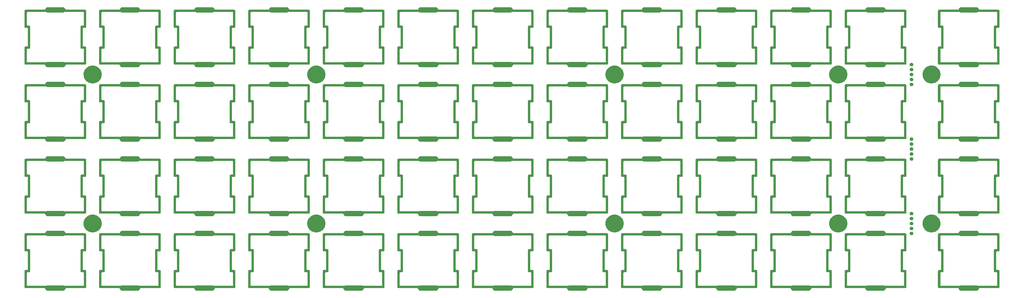
<source format=gts>
G04 #@! TF.GenerationSoftware,KiCad,Pcbnew,(5.1.4-0)*
G04 #@! TF.CreationDate,2021-07-31T12:50:46-05:00*
G04 #@! TF.ProjectId,ori_top_plate,6f72695f-746f-4705-9f70-6c6174652e6b,rev?*
G04 #@! TF.SameCoordinates,Original*
G04 #@! TF.FileFunction,Soldermask,Top*
G04 #@! TF.FilePolarity,Negative*
%FSLAX46Y46*%
G04 Gerber Fmt 4.6, Leading zero omitted, Abs format (unit mm)*
G04 Created by KiCad (PCBNEW (5.1.4-0)) date 2021-07-31 12:50:46*
%MOMM*%
%LPD*%
G04 APERTURE LIST*
%ADD10C,0.100000*%
G04 APERTURE END LIST*
D10*
G36*
X333001025Y-100682947D02*
G01*
X333034619Y-100686256D01*
X333110534Y-100709284D01*
X333163935Y-100725483D01*
X333283104Y-100789181D01*
X333387563Y-100874907D01*
X333473289Y-100979366D01*
X333536987Y-101098536D01*
X333574626Y-101222616D01*
X333584004Y-101245255D01*
X333597617Y-101265629D01*
X333614944Y-101282956D01*
X333635319Y-101296570D01*
X333657957Y-101305947D01*
X333681991Y-101310728D01*
X333694243Y-101311330D01*
X338530521Y-101311330D01*
X338542773Y-101310728D01*
X338551640Y-101309855D01*
X338611430Y-101315743D01*
X338668917Y-101333182D01*
X338668919Y-101333183D01*
X338668922Y-101333184D01*
X338721907Y-101361505D01*
X338721908Y-101361506D01*
X338721910Y-101361507D01*
X338768352Y-101399620D01*
X338806463Y-101446059D01*
X338806464Y-101446061D01*
X338806465Y-101446062D01*
X338834786Y-101499047D01*
X338834786Y-101499048D01*
X338834788Y-101499052D01*
X338852227Y-101556539D01*
X338856640Y-101601351D01*
X338856640Y-105659211D01*
X338857242Y-105671463D01*
X338858115Y-105680330D01*
X338852227Y-105740121D01*
X338834788Y-105797608D01*
X338834786Y-105797613D01*
X338806465Y-105850598D01*
X338806463Y-105850601D01*
X338768351Y-105897041D01*
X338721911Y-105935153D01*
X338721909Y-105935154D01*
X338721908Y-105935155D01*
X338668923Y-105963476D01*
X338668920Y-105963477D01*
X338668918Y-105963478D01*
X338611431Y-105980917D01*
X338560507Y-105985932D01*
X338551640Y-105986805D01*
X338542773Y-105985932D01*
X338530521Y-105985330D01*
X338156139Y-105985330D01*
X338131753Y-105987732D01*
X338108304Y-105994845D01*
X338086693Y-106006396D01*
X338067751Y-106021941D01*
X338052206Y-106040883D01*
X338040655Y-106062494D01*
X338033542Y-106085943D01*
X338031140Y-106110329D01*
X338031140Y-110584331D01*
X338033542Y-110608717D01*
X338040655Y-110632166D01*
X338052206Y-110653777D01*
X338067751Y-110672719D01*
X338086693Y-110688264D01*
X338108304Y-110699815D01*
X338131753Y-110706928D01*
X338156139Y-110709330D01*
X338530521Y-110709330D01*
X338542773Y-110708728D01*
X338551640Y-110707855D01*
X338560507Y-110708728D01*
X338611431Y-110713743D01*
X338668918Y-110731182D01*
X338668920Y-110731183D01*
X338668923Y-110731184D01*
X338721908Y-110759505D01*
X338721909Y-110759506D01*
X338721911Y-110759507D01*
X338768351Y-110797619D01*
X338806465Y-110844062D01*
X338834786Y-110897047D01*
X338834786Y-110897048D01*
X338834788Y-110897052D01*
X338852227Y-110954539D01*
X338858115Y-111014330D01*
X338857242Y-111023197D01*
X338856640Y-111035449D01*
X338856640Y-115093309D01*
X338852227Y-115138121D01*
X338834788Y-115195608D01*
X338834786Y-115195613D01*
X338806465Y-115248598D01*
X338806463Y-115248601D01*
X338768351Y-115295041D01*
X338721911Y-115333153D01*
X338721909Y-115333154D01*
X338721908Y-115333155D01*
X338668923Y-115361476D01*
X338668920Y-115361477D01*
X338668918Y-115361478D01*
X338611431Y-115378917D01*
X338551640Y-115384805D01*
X338542773Y-115383932D01*
X338530521Y-115383330D01*
X333694243Y-115383330D01*
X333669857Y-115385732D01*
X333646408Y-115392845D01*
X333624797Y-115404396D01*
X333605855Y-115419941D01*
X333590310Y-115438883D01*
X333578759Y-115460494D01*
X333574626Y-115472044D01*
X333536987Y-115596124D01*
X333473289Y-115715294D01*
X333387563Y-115819753D01*
X333283104Y-115905479D01*
X333163935Y-115969177D01*
X333110535Y-115985375D01*
X333034619Y-116008404D01*
X333001025Y-116011713D01*
X332933840Y-116018330D01*
X329056440Y-116018330D01*
X328989255Y-116011713D01*
X328955661Y-116008404D01*
X328879746Y-115985376D01*
X328826345Y-115969177D01*
X328707176Y-115905479D01*
X328602717Y-115819753D01*
X328516991Y-115715294D01*
X328453293Y-115596124D01*
X328415654Y-115472044D01*
X328406276Y-115449405D01*
X328392663Y-115429031D01*
X328375336Y-115411704D01*
X328354961Y-115398090D01*
X328332323Y-115388713D01*
X328308289Y-115383932D01*
X328296037Y-115383330D01*
X323459759Y-115383330D01*
X323447507Y-115383932D01*
X323438640Y-115384805D01*
X323378850Y-115378917D01*
X323321363Y-115361478D01*
X323321361Y-115361477D01*
X323321358Y-115361476D01*
X323268373Y-115333155D01*
X323268372Y-115333154D01*
X323268370Y-115333153D01*
X323221930Y-115295041D01*
X323183818Y-115248601D01*
X323183816Y-115248598D01*
X323155495Y-115195613D01*
X323155493Y-115195608D01*
X323138054Y-115138121D01*
X323133641Y-115093309D01*
X323133640Y-111035449D01*
X323133038Y-111023197D01*
X323132165Y-111014330D01*
X323138053Y-110954539D01*
X323155492Y-110897052D01*
X323155494Y-110897048D01*
X323155494Y-110897047D01*
X323183815Y-110844062D01*
X323221929Y-110797619D01*
X323268369Y-110759507D01*
X323268371Y-110759506D01*
X323268372Y-110759505D01*
X323321357Y-110731184D01*
X323321360Y-110731183D01*
X323321362Y-110731182D01*
X323378849Y-110713743D01*
X323429773Y-110708728D01*
X323438640Y-110707855D01*
X323447507Y-110708728D01*
X323459759Y-110709330D01*
X323834142Y-110709330D01*
X323858528Y-110706928D01*
X323881977Y-110699815D01*
X323903588Y-110688264D01*
X323922530Y-110672719D01*
X323938075Y-110653777D01*
X323949626Y-110632166D01*
X323956739Y-110608717D01*
X323959141Y-110584331D01*
X323959140Y-106110329D01*
X323956738Y-106085943D01*
X323949625Y-106062494D01*
X323938074Y-106040883D01*
X323922529Y-106021941D01*
X323903587Y-106006396D01*
X323881976Y-105994845D01*
X323858527Y-105987732D01*
X323834141Y-105985330D01*
X323459759Y-105985330D01*
X323447507Y-105985932D01*
X323438640Y-105986805D01*
X323429773Y-105985932D01*
X323378849Y-105980917D01*
X323321362Y-105963478D01*
X323321360Y-105963477D01*
X323321357Y-105963476D01*
X323268372Y-105935155D01*
X323268371Y-105935154D01*
X323268369Y-105935153D01*
X323221929Y-105897041D01*
X323183817Y-105850601D01*
X323183815Y-105850598D01*
X323155494Y-105797613D01*
X323155492Y-105797608D01*
X323138053Y-105740121D01*
X323132165Y-105680330D01*
X323133039Y-105671453D01*
X323133641Y-105659201D01*
X323133641Y-102046329D01*
X323743640Y-102046329D01*
X323743640Y-105250331D01*
X323746042Y-105274717D01*
X323753155Y-105298166D01*
X323764706Y-105319777D01*
X323780251Y-105338719D01*
X323799193Y-105354264D01*
X323820804Y-105365815D01*
X323844253Y-105372928D01*
X323868639Y-105375330D01*
X324243021Y-105375330D01*
X324255273Y-105374728D01*
X324264140Y-105373855D01*
X324273007Y-105374728D01*
X324323931Y-105379743D01*
X324381418Y-105397182D01*
X324381420Y-105397183D01*
X324381423Y-105397184D01*
X324434408Y-105425505D01*
X324434409Y-105425506D01*
X324434411Y-105425507D01*
X324480851Y-105463619D01*
X324518965Y-105510062D01*
X324547286Y-105563047D01*
X324547286Y-105563048D01*
X324547288Y-105563052D01*
X324564727Y-105620539D01*
X324570615Y-105680330D01*
X324569742Y-105689197D01*
X324569140Y-105701449D01*
X324569140Y-110993211D01*
X324569742Y-111005463D01*
X324570615Y-111014330D01*
X324564727Y-111074121D01*
X324547288Y-111131608D01*
X324547286Y-111131613D01*
X324518965Y-111184598D01*
X324518963Y-111184601D01*
X324480851Y-111231041D01*
X324434411Y-111269153D01*
X324434409Y-111269154D01*
X324434408Y-111269155D01*
X324381423Y-111297476D01*
X324381420Y-111297477D01*
X324381418Y-111297478D01*
X324323931Y-111314917D01*
X324273007Y-111319932D01*
X324264140Y-111320805D01*
X324255273Y-111319932D01*
X324243021Y-111319330D01*
X323868639Y-111319330D01*
X323844253Y-111321732D01*
X323820804Y-111328845D01*
X323799193Y-111340396D01*
X323780251Y-111355941D01*
X323764706Y-111374883D01*
X323753155Y-111396494D01*
X323746042Y-111419943D01*
X323743640Y-111444329D01*
X323743640Y-114648331D01*
X323746042Y-114672717D01*
X323753155Y-114696166D01*
X323764706Y-114717777D01*
X323780251Y-114736719D01*
X323799193Y-114752264D01*
X323820804Y-114763815D01*
X323844253Y-114770928D01*
X323868639Y-114773330D01*
X328649395Y-114773330D01*
X328673781Y-114770928D01*
X328697230Y-114763815D01*
X328708319Y-114758570D01*
X328826346Y-114695483D01*
X328826349Y-114695482D01*
X328955661Y-114656256D01*
X328989255Y-114652947D01*
X329056440Y-114646330D01*
X332933840Y-114646330D01*
X333001025Y-114652947D01*
X333034619Y-114656256D01*
X333163931Y-114695482D01*
X333163934Y-114695483D01*
X333281961Y-114758570D01*
X333304599Y-114767947D01*
X333328633Y-114772728D01*
X333340885Y-114773330D01*
X338121642Y-114773330D01*
X338146028Y-114770928D01*
X338169477Y-114763815D01*
X338191088Y-114752264D01*
X338210030Y-114736719D01*
X338225575Y-114717777D01*
X338237126Y-114696166D01*
X338244239Y-114672717D01*
X338246641Y-114648331D01*
X338246640Y-111444329D01*
X338244238Y-111419943D01*
X338237125Y-111396494D01*
X338225574Y-111374883D01*
X338210029Y-111355941D01*
X338191087Y-111340396D01*
X338169476Y-111328845D01*
X338146027Y-111321732D01*
X338121641Y-111319330D01*
X337747259Y-111319330D01*
X337735007Y-111319932D01*
X337726140Y-111320805D01*
X337717273Y-111319932D01*
X337666349Y-111314917D01*
X337608862Y-111297478D01*
X337608860Y-111297477D01*
X337608857Y-111297476D01*
X337555872Y-111269155D01*
X337555871Y-111269154D01*
X337555869Y-111269153D01*
X337509429Y-111231041D01*
X337471317Y-111184601D01*
X337471315Y-111184598D01*
X337442994Y-111131613D01*
X337442992Y-111131608D01*
X337425553Y-111074121D01*
X337419665Y-111014330D01*
X337420539Y-111005453D01*
X337421141Y-110993201D01*
X337421140Y-105701449D01*
X337420538Y-105689197D01*
X337419665Y-105680330D01*
X337425553Y-105620539D01*
X337442992Y-105563052D01*
X337442994Y-105563048D01*
X337442994Y-105563047D01*
X337471315Y-105510062D01*
X337509429Y-105463619D01*
X337555869Y-105425507D01*
X337555871Y-105425506D01*
X337555872Y-105425505D01*
X337608857Y-105397184D01*
X337608860Y-105397183D01*
X337608862Y-105397182D01*
X337666349Y-105379743D01*
X337717273Y-105374728D01*
X337726140Y-105373855D01*
X337735007Y-105374728D01*
X337747259Y-105375330D01*
X338121642Y-105375330D01*
X338146028Y-105372928D01*
X338169477Y-105365815D01*
X338191088Y-105354264D01*
X338210030Y-105338719D01*
X338225575Y-105319777D01*
X338237126Y-105298166D01*
X338244239Y-105274717D01*
X338246641Y-105250331D01*
X338246640Y-102046329D01*
X338244238Y-102021943D01*
X338237125Y-101998494D01*
X338225574Y-101976883D01*
X338210029Y-101957941D01*
X338191087Y-101942396D01*
X338169476Y-101930845D01*
X338146027Y-101923732D01*
X338121641Y-101921330D01*
X333340885Y-101921330D01*
X333316499Y-101923732D01*
X333293050Y-101930845D01*
X333281961Y-101936090D01*
X333163934Y-101999177D01*
X333163931Y-101999178D01*
X333034619Y-102038404D01*
X333001025Y-102041713D01*
X332933840Y-102048330D01*
X329056440Y-102048330D01*
X328989255Y-102041713D01*
X328955661Y-102038404D01*
X328826349Y-101999178D01*
X328826346Y-101999177D01*
X328708319Y-101936090D01*
X328685681Y-101926713D01*
X328661647Y-101921932D01*
X328649395Y-101921330D01*
X323868639Y-101921330D01*
X323844253Y-101923732D01*
X323820804Y-101930845D01*
X323799193Y-101942396D01*
X323780251Y-101957941D01*
X323764706Y-101976883D01*
X323753155Y-101998494D01*
X323746042Y-102021943D01*
X323743640Y-102046329D01*
X323133641Y-102046329D01*
X323133640Y-101601352D01*
X323138053Y-101556540D01*
X323155492Y-101499053D01*
X323155493Y-101499051D01*
X323155494Y-101499048D01*
X323183815Y-101446063D01*
X323221929Y-101399619D01*
X323221930Y-101399618D01*
X323268369Y-101361507D01*
X323268371Y-101361506D01*
X323268372Y-101361505D01*
X323321357Y-101333184D01*
X323321360Y-101333183D01*
X323321362Y-101333182D01*
X323378849Y-101315743D01*
X323438640Y-101309855D01*
X323447507Y-101310728D01*
X323459759Y-101311330D01*
X328296037Y-101311330D01*
X328320423Y-101308928D01*
X328343872Y-101301815D01*
X328365483Y-101290264D01*
X328384425Y-101274719D01*
X328399970Y-101255777D01*
X328411521Y-101234166D01*
X328415654Y-101222616D01*
X328453293Y-101098536D01*
X328516991Y-100979366D01*
X328602717Y-100874907D01*
X328707176Y-100789181D01*
X328826345Y-100725483D01*
X328879745Y-100709285D01*
X328955661Y-100686256D01*
X328989255Y-100682947D01*
X329056440Y-100676330D01*
X332933840Y-100676330D01*
X333001025Y-100682947D01*
X333001025Y-100682947D01*
G37*
G36*
X313950945Y-100682947D02*
G01*
X313984539Y-100686256D01*
X314060454Y-100709284D01*
X314113855Y-100725483D01*
X314233024Y-100789181D01*
X314337483Y-100874907D01*
X314423209Y-100979366D01*
X314486907Y-101098536D01*
X314524546Y-101222616D01*
X314533924Y-101245255D01*
X314547537Y-101265629D01*
X314564864Y-101282956D01*
X314585239Y-101296570D01*
X314607877Y-101305947D01*
X314631911Y-101310728D01*
X314644163Y-101311330D01*
X319480441Y-101311330D01*
X319492693Y-101310728D01*
X319501560Y-101309855D01*
X319561350Y-101315743D01*
X319618837Y-101333182D01*
X319618839Y-101333183D01*
X319618842Y-101333184D01*
X319671827Y-101361505D01*
X319671828Y-101361506D01*
X319671830Y-101361507D01*
X319718272Y-101399620D01*
X319756383Y-101446059D01*
X319756384Y-101446061D01*
X319756385Y-101446062D01*
X319784706Y-101499047D01*
X319784706Y-101499048D01*
X319784708Y-101499052D01*
X319802147Y-101556539D01*
X319806560Y-101601351D01*
X319806560Y-105659211D01*
X319807162Y-105671463D01*
X319808035Y-105680330D01*
X319802147Y-105740121D01*
X319784708Y-105797608D01*
X319784706Y-105797613D01*
X319756385Y-105850598D01*
X319756383Y-105850601D01*
X319718271Y-105897041D01*
X319671831Y-105935153D01*
X319671829Y-105935154D01*
X319671828Y-105935155D01*
X319618843Y-105963476D01*
X319618840Y-105963477D01*
X319618838Y-105963478D01*
X319561351Y-105980917D01*
X319510427Y-105985932D01*
X319501560Y-105986805D01*
X319492693Y-105985932D01*
X319480441Y-105985330D01*
X319106059Y-105985330D01*
X319081673Y-105987732D01*
X319058224Y-105994845D01*
X319036613Y-106006396D01*
X319017671Y-106021941D01*
X319002126Y-106040883D01*
X318990575Y-106062494D01*
X318983462Y-106085943D01*
X318981060Y-106110329D01*
X318981060Y-110584331D01*
X318983462Y-110608717D01*
X318990575Y-110632166D01*
X319002126Y-110653777D01*
X319017671Y-110672719D01*
X319036613Y-110688264D01*
X319058224Y-110699815D01*
X319081673Y-110706928D01*
X319106059Y-110709330D01*
X319480441Y-110709330D01*
X319492693Y-110708728D01*
X319501560Y-110707855D01*
X319510427Y-110708728D01*
X319561351Y-110713743D01*
X319618838Y-110731182D01*
X319618840Y-110731183D01*
X319618843Y-110731184D01*
X319671828Y-110759505D01*
X319671829Y-110759506D01*
X319671831Y-110759507D01*
X319718271Y-110797619D01*
X319756385Y-110844062D01*
X319784706Y-110897047D01*
X319784706Y-110897048D01*
X319784708Y-110897052D01*
X319802147Y-110954539D01*
X319808035Y-111014330D01*
X319807162Y-111023197D01*
X319806560Y-111035449D01*
X319806560Y-115093309D01*
X319802147Y-115138121D01*
X319784708Y-115195608D01*
X319784706Y-115195613D01*
X319756385Y-115248598D01*
X319756383Y-115248601D01*
X319718271Y-115295041D01*
X319671831Y-115333153D01*
X319671829Y-115333154D01*
X319671828Y-115333155D01*
X319618843Y-115361476D01*
X319618840Y-115361477D01*
X319618838Y-115361478D01*
X319561351Y-115378917D01*
X319501560Y-115384805D01*
X319492693Y-115383932D01*
X319480441Y-115383330D01*
X314644163Y-115383330D01*
X314619777Y-115385732D01*
X314596328Y-115392845D01*
X314574717Y-115404396D01*
X314555775Y-115419941D01*
X314540230Y-115438883D01*
X314528679Y-115460494D01*
X314524546Y-115472044D01*
X314486907Y-115596124D01*
X314423209Y-115715294D01*
X314337483Y-115819753D01*
X314233024Y-115905479D01*
X314113855Y-115969177D01*
X314060455Y-115985375D01*
X313984539Y-116008404D01*
X313950945Y-116011713D01*
X313883760Y-116018330D01*
X310006360Y-116018330D01*
X309939175Y-116011713D01*
X309905581Y-116008404D01*
X309829666Y-115985376D01*
X309776265Y-115969177D01*
X309657096Y-115905479D01*
X309552637Y-115819753D01*
X309466911Y-115715294D01*
X309403213Y-115596124D01*
X309365574Y-115472044D01*
X309356196Y-115449405D01*
X309342583Y-115429031D01*
X309325256Y-115411704D01*
X309304881Y-115398090D01*
X309282243Y-115388713D01*
X309258209Y-115383932D01*
X309245957Y-115383330D01*
X304409679Y-115383330D01*
X304397427Y-115383932D01*
X304388560Y-115384805D01*
X304328770Y-115378917D01*
X304271283Y-115361478D01*
X304271281Y-115361477D01*
X304271278Y-115361476D01*
X304218293Y-115333155D01*
X304218292Y-115333154D01*
X304218290Y-115333153D01*
X304171850Y-115295041D01*
X304133738Y-115248601D01*
X304133736Y-115248598D01*
X304105415Y-115195613D01*
X304105413Y-115195608D01*
X304087974Y-115138121D01*
X304083561Y-115093309D01*
X304083560Y-111035449D01*
X304082958Y-111023197D01*
X304082085Y-111014330D01*
X304087973Y-110954539D01*
X304105412Y-110897052D01*
X304105414Y-110897048D01*
X304105414Y-110897047D01*
X304133735Y-110844062D01*
X304171849Y-110797619D01*
X304218289Y-110759507D01*
X304218291Y-110759506D01*
X304218292Y-110759505D01*
X304271277Y-110731184D01*
X304271280Y-110731183D01*
X304271282Y-110731182D01*
X304328769Y-110713743D01*
X304379693Y-110708728D01*
X304388560Y-110707855D01*
X304397427Y-110708728D01*
X304409679Y-110709330D01*
X304784062Y-110709330D01*
X304808448Y-110706928D01*
X304831897Y-110699815D01*
X304853508Y-110688264D01*
X304872450Y-110672719D01*
X304887995Y-110653777D01*
X304899546Y-110632166D01*
X304906659Y-110608717D01*
X304909061Y-110584331D01*
X304909060Y-106110329D01*
X304906658Y-106085943D01*
X304899545Y-106062494D01*
X304887994Y-106040883D01*
X304872449Y-106021941D01*
X304853507Y-106006396D01*
X304831896Y-105994845D01*
X304808447Y-105987732D01*
X304784061Y-105985330D01*
X304409679Y-105985330D01*
X304397427Y-105985932D01*
X304388560Y-105986805D01*
X304379693Y-105985932D01*
X304328769Y-105980917D01*
X304271282Y-105963478D01*
X304271280Y-105963477D01*
X304271277Y-105963476D01*
X304218292Y-105935155D01*
X304218291Y-105935154D01*
X304218289Y-105935153D01*
X304171849Y-105897041D01*
X304133737Y-105850601D01*
X304133735Y-105850598D01*
X304105414Y-105797613D01*
X304105412Y-105797608D01*
X304087973Y-105740121D01*
X304082085Y-105680330D01*
X304082959Y-105671453D01*
X304083561Y-105659201D01*
X304083561Y-102046329D01*
X304693560Y-102046329D01*
X304693560Y-105250331D01*
X304695962Y-105274717D01*
X304703075Y-105298166D01*
X304714626Y-105319777D01*
X304730171Y-105338719D01*
X304749113Y-105354264D01*
X304770724Y-105365815D01*
X304794173Y-105372928D01*
X304818559Y-105375330D01*
X305192941Y-105375330D01*
X305205193Y-105374728D01*
X305214060Y-105373855D01*
X305222927Y-105374728D01*
X305273851Y-105379743D01*
X305331338Y-105397182D01*
X305331340Y-105397183D01*
X305331343Y-105397184D01*
X305384328Y-105425505D01*
X305384329Y-105425506D01*
X305384331Y-105425507D01*
X305430771Y-105463619D01*
X305468885Y-105510062D01*
X305497206Y-105563047D01*
X305497206Y-105563048D01*
X305497208Y-105563052D01*
X305514647Y-105620539D01*
X305520535Y-105680330D01*
X305519662Y-105689197D01*
X305519060Y-105701449D01*
X305519060Y-110993211D01*
X305519662Y-111005463D01*
X305520535Y-111014330D01*
X305514647Y-111074121D01*
X305497208Y-111131608D01*
X305497206Y-111131613D01*
X305468885Y-111184598D01*
X305468883Y-111184601D01*
X305430771Y-111231041D01*
X305384331Y-111269153D01*
X305384329Y-111269154D01*
X305384328Y-111269155D01*
X305331343Y-111297476D01*
X305331340Y-111297477D01*
X305331338Y-111297478D01*
X305273851Y-111314917D01*
X305222927Y-111319932D01*
X305214060Y-111320805D01*
X305205193Y-111319932D01*
X305192941Y-111319330D01*
X304818559Y-111319330D01*
X304794173Y-111321732D01*
X304770724Y-111328845D01*
X304749113Y-111340396D01*
X304730171Y-111355941D01*
X304714626Y-111374883D01*
X304703075Y-111396494D01*
X304695962Y-111419943D01*
X304693560Y-111444329D01*
X304693560Y-114648331D01*
X304695962Y-114672717D01*
X304703075Y-114696166D01*
X304714626Y-114717777D01*
X304730171Y-114736719D01*
X304749113Y-114752264D01*
X304770724Y-114763815D01*
X304794173Y-114770928D01*
X304818559Y-114773330D01*
X309599315Y-114773330D01*
X309623701Y-114770928D01*
X309647150Y-114763815D01*
X309658239Y-114758570D01*
X309776266Y-114695483D01*
X309776269Y-114695482D01*
X309905581Y-114656256D01*
X309939175Y-114652947D01*
X310006360Y-114646330D01*
X313883760Y-114646330D01*
X313950945Y-114652947D01*
X313984539Y-114656256D01*
X314113851Y-114695482D01*
X314113854Y-114695483D01*
X314231881Y-114758570D01*
X314254519Y-114767947D01*
X314278553Y-114772728D01*
X314290805Y-114773330D01*
X319071562Y-114773330D01*
X319095948Y-114770928D01*
X319119397Y-114763815D01*
X319141008Y-114752264D01*
X319159950Y-114736719D01*
X319175495Y-114717777D01*
X319187046Y-114696166D01*
X319194159Y-114672717D01*
X319196561Y-114648331D01*
X319196560Y-111444329D01*
X319194158Y-111419943D01*
X319187045Y-111396494D01*
X319175494Y-111374883D01*
X319159949Y-111355941D01*
X319141007Y-111340396D01*
X319119396Y-111328845D01*
X319095947Y-111321732D01*
X319071561Y-111319330D01*
X318697179Y-111319330D01*
X318684927Y-111319932D01*
X318676060Y-111320805D01*
X318667193Y-111319932D01*
X318616269Y-111314917D01*
X318558782Y-111297478D01*
X318558780Y-111297477D01*
X318558777Y-111297476D01*
X318505792Y-111269155D01*
X318505791Y-111269154D01*
X318505789Y-111269153D01*
X318459349Y-111231041D01*
X318421237Y-111184601D01*
X318421235Y-111184598D01*
X318392914Y-111131613D01*
X318392912Y-111131608D01*
X318375473Y-111074121D01*
X318369585Y-111014330D01*
X318370459Y-111005453D01*
X318371061Y-110993201D01*
X318371060Y-105701449D01*
X318370458Y-105689197D01*
X318369585Y-105680330D01*
X318375473Y-105620539D01*
X318392912Y-105563052D01*
X318392914Y-105563048D01*
X318392914Y-105563047D01*
X318421235Y-105510062D01*
X318459349Y-105463619D01*
X318505789Y-105425507D01*
X318505791Y-105425506D01*
X318505792Y-105425505D01*
X318558777Y-105397184D01*
X318558780Y-105397183D01*
X318558782Y-105397182D01*
X318616269Y-105379743D01*
X318667193Y-105374728D01*
X318676060Y-105373855D01*
X318684927Y-105374728D01*
X318697179Y-105375330D01*
X319071562Y-105375330D01*
X319095948Y-105372928D01*
X319119397Y-105365815D01*
X319141008Y-105354264D01*
X319159950Y-105338719D01*
X319175495Y-105319777D01*
X319187046Y-105298166D01*
X319194159Y-105274717D01*
X319196561Y-105250331D01*
X319196560Y-102046329D01*
X319194158Y-102021943D01*
X319187045Y-101998494D01*
X319175494Y-101976883D01*
X319159949Y-101957941D01*
X319141007Y-101942396D01*
X319119396Y-101930845D01*
X319095947Y-101923732D01*
X319071561Y-101921330D01*
X314290805Y-101921330D01*
X314266419Y-101923732D01*
X314242970Y-101930845D01*
X314231881Y-101936090D01*
X314113854Y-101999177D01*
X314113851Y-101999178D01*
X313984539Y-102038404D01*
X313950945Y-102041713D01*
X313883760Y-102048330D01*
X310006360Y-102048330D01*
X309939175Y-102041713D01*
X309905581Y-102038404D01*
X309776269Y-101999178D01*
X309776266Y-101999177D01*
X309658239Y-101936090D01*
X309635601Y-101926713D01*
X309611567Y-101921932D01*
X309599315Y-101921330D01*
X304818559Y-101921330D01*
X304794173Y-101923732D01*
X304770724Y-101930845D01*
X304749113Y-101942396D01*
X304730171Y-101957941D01*
X304714626Y-101976883D01*
X304703075Y-101998494D01*
X304695962Y-102021943D01*
X304693560Y-102046329D01*
X304083561Y-102046329D01*
X304083560Y-101601352D01*
X304087973Y-101556540D01*
X304105412Y-101499053D01*
X304105413Y-101499051D01*
X304105414Y-101499048D01*
X304133735Y-101446063D01*
X304171849Y-101399619D01*
X304171850Y-101399618D01*
X304218289Y-101361507D01*
X304218291Y-101361506D01*
X304218292Y-101361505D01*
X304271277Y-101333184D01*
X304271280Y-101333183D01*
X304271282Y-101333182D01*
X304328769Y-101315743D01*
X304388560Y-101309855D01*
X304397427Y-101310728D01*
X304409679Y-101311330D01*
X309245957Y-101311330D01*
X309270343Y-101308928D01*
X309293792Y-101301815D01*
X309315403Y-101290264D01*
X309334345Y-101274719D01*
X309349890Y-101255777D01*
X309361441Y-101234166D01*
X309365574Y-101222616D01*
X309403213Y-101098536D01*
X309466911Y-100979366D01*
X309552637Y-100874907D01*
X309657096Y-100789181D01*
X309776265Y-100725483D01*
X309829665Y-100709285D01*
X309905581Y-100686256D01*
X309939175Y-100682947D01*
X310006360Y-100676330D01*
X313883760Y-100676330D01*
X313950945Y-100682947D01*
X313950945Y-100682947D01*
G37*
G36*
X352051105Y-100682947D02*
G01*
X352084699Y-100686256D01*
X352160614Y-100709284D01*
X352214015Y-100725483D01*
X352333184Y-100789181D01*
X352437643Y-100874907D01*
X352523369Y-100979366D01*
X352587067Y-101098536D01*
X352624706Y-101222616D01*
X352634084Y-101245255D01*
X352647697Y-101265629D01*
X352665024Y-101282956D01*
X352685399Y-101296570D01*
X352708037Y-101305947D01*
X352732071Y-101310728D01*
X352744323Y-101311330D01*
X357580601Y-101311330D01*
X357592853Y-101310728D01*
X357601720Y-101309855D01*
X357661510Y-101315743D01*
X357718997Y-101333182D01*
X357718999Y-101333183D01*
X357719002Y-101333184D01*
X357771987Y-101361505D01*
X357771988Y-101361506D01*
X357771990Y-101361507D01*
X357818432Y-101399620D01*
X357856543Y-101446059D01*
X357856544Y-101446061D01*
X357856545Y-101446062D01*
X357884866Y-101499047D01*
X357884866Y-101499048D01*
X357884868Y-101499052D01*
X357902307Y-101556539D01*
X357906720Y-101601351D01*
X357906720Y-105659211D01*
X357907322Y-105671463D01*
X357908195Y-105680330D01*
X357902307Y-105740121D01*
X357884868Y-105797608D01*
X357884866Y-105797613D01*
X357856545Y-105850598D01*
X357856543Y-105850601D01*
X357818431Y-105897041D01*
X357771991Y-105935153D01*
X357771989Y-105935154D01*
X357771988Y-105935155D01*
X357719003Y-105963476D01*
X357719000Y-105963477D01*
X357718998Y-105963478D01*
X357661511Y-105980917D01*
X357610587Y-105985932D01*
X357601720Y-105986805D01*
X357592853Y-105985932D01*
X357580601Y-105985330D01*
X357206219Y-105985330D01*
X357181833Y-105987732D01*
X357158384Y-105994845D01*
X357136773Y-106006396D01*
X357117831Y-106021941D01*
X357102286Y-106040883D01*
X357090735Y-106062494D01*
X357083622Y-106085943D01*
X357081220Y-106110329D01*
X357081220Y-110584331D01*
X357083622Y-110608717D01*
X357090735Y-110632166D01*
X357102286Y-110653777D01*
X357117831Y-110672719D01*
X357136773Y-110688264D01*
X357158384Y-110699815D01*
X357181833Y-110706928D01*
X357206219Y-110709330D01*
X357580601Y-110709330D01*
X357592853Y-110708728D01*
X357601720Y-110707855D01*
X357610587Y-110708728D01*
X357661511Y-110713743D01*
X357718998Y-110731182D01*
X357719000Y-110731183D01*
X357719003Y-110731184D01*
X357771988Y-110759505D01*
X357771989Y-110759506D01*
X357771991Y-110759507D01*
X357818431Y-110797619D01*
X357856545Y-110844062D01*
X357884866Y-110897047D01*
X357884866Y-110897048D01*
X357884868Y-110897052D01*
X357902307Y-110954539D01*
X357908195Y-111014330D01*
X357907322Y-111023197D01*
X357906720Y-111035449D01*
X357906720Y-115093309D01*
X357902307Y-115138121D01*
X357884868Y-115195608D01*
X357884866Y-115195613D01*
X357856545Y-115248598D01*
X357856543Y-115248601D01*
X357818431Y-115295041D01*
X357771991Y-115333153D01*
X357771989Y-115333154D01*
X357771988Y-115333155D01*
X357719003Y-115361476D01*
X357719000Y-115361477D01*
X357718998Y-115361478D01*
X357661511Y-115378917D01*
X357601720Y-115384805D01*
X357592853Y-115383932D01*
X357580601Y-115383330D01*
X352744323Y-115383330D01*
X352719937Y-115385732D01*
X352696488Y-115392845D01*
X352674877Y-115404396D01*
X352655935Y-115419941D01*
X352640390Y-115438883D01*
X352628839Y-115460494D01*
X352624706Y-115472044D01*
X352587067Y-115596124D01*
X352523369Y-115715294D01*
X352437643Y-115819753D01*
X352333184Y-115905479D01*
X352214015Y-115969177D01*
X352160615Y-115985375D01*
X352084699Y-116008404D01*
X352051105Y-116011713D01*
X351983920Y-116018330D01*
X348106520Y-116018330D01*
X348039335Y-116011713D01*
X348005741Y-116008404D01*
X347929826Y-115985376D01*
X347876425Y-115969177D01*
X347757256Y-115905479D01*
X347652797Y-115819753D01*
X347567071Y-115715294D01*
X347503373Y-115596124D01*
X347465734Y-115472044D01*
X347456356Y-115449405D01*
X347442743Y-115429031D01*
X347425416Y-115411704D01*
X347405041Y-115398090D01*
X347382403Y-115388713D01*
X347358369Y-115383932D01*
X347346117Y-115383330D01*
X342509839Y-115383330D01*
X342497587Y-115383932D01*
X342488720Y-115384805D01*
X342428930Y-115378917D01*
X342371443Y-115361478D01*
X342371441Y-115361477D01*
X342371438Y-115361476D01*
X342318453Y-115333155D01*
X342318452Y-115333154D01*
X342318450Y-115333153D01*
X342272010Y-115295041D01*
X342233898Y-115248601D01*
X342233896Y-115248598D01*
X342205575Y-115195613D01*
X342205573Y-115195608D01*
X342188134Y-115138121D01*
X342183721Y-115093309D01*
X342183720Y-111035449D01*
X342183118Y-111023197D01*
X342182245Y-111014330D01*
X342188133Y-110954539D01*
X342205572Y-110897052D01*
X342205574Y-110897048D01*
X342205574Y-110897047D01*
X342233895Y-110844062D01*
X342272009Y-110797619D01*
X342318449Y-110759507D01*
X342318451Y-110759506D01*
X342318452Y-110759505D01*
X342371437Y-110731184D01*
X342371440Y-110731183D01*
X342371442Y-110731182D01*
X342428929Y-110713743D01*
X342479853Y-110708728D01*
X342488720Y-110707855D01*
X342497587Y-110708728D01*
X342509839Y-110709330D01*
X342884222Y-110709330D01*
X342908608Y-110706928D01*
X342932057Y-110699815D01*
X342953668Y-110688264D01*
X342972610Y-110672719D01*
X342988155Y-110653777D01*
X342999706Y-110632166D01*
X343006819Y-110608717D01*
X343009221Y-110584331D01*
X343009220Y-106110329D01*
X343006818Y-106085943D01*
X342999705Y-106062494D01*
X342988154Y-106040883D01*
X342972609Y-106021941D01*
X342953667Y-106006396D01*
X342932056Y-105994845D01*
X342908607Y-105987732D01*
X342884221Y-105985330D01*
X342509839Y-105985330D01*
X342497587Y-105985932D01*
X342488720Y-105986805D01*
X342479853Y-105985932D01*
X342428929Y-105980917D01*
X342371442Y-105963478D01*
X342371440Y-105963477D01*
X342371437Y-105963476D01*
X342318452Y-105935155D01*
X342318451Y-105935154D01*
X342318449Y-105935153D01*
X342272009Y-105897041D01*
X342233897Y-105850601D01*
X342233895Y-105850598D01*
X342205574Y-105797613D01*
X342205572Y-105797608D01*
X342188133Y-105740121D01*
X342182245Y-105680330D01*
X342183119Y-105671453D01*
X342183721Y-105659201D01*
X342183721Y-102046329D01*
X342793720Y-102046329D01*
X342793720Y-105250331D01*
X342796122Y-105274717D01*
X342803235Y-105298166D01*
X342814786Y-105319777D01*
X342830331Y-105338719D01*
X342849273Y-105354264D01*
X342870884Y-105365815D01*
X342894333Y-105372928D01*
X342918719Y-105375330D01*
X343293101Y-105375330D01*
X343305353Y-105374728D01*
X343314220Y-105373855D01*
X343323087Y-105374728D01*
X343374011Y-105379743D01*
X343431498Y-105397182D01*
X343431500Y-105397183D01*
X343431503Y-105397184D01*
X343484488Y-105425505D01*
X343484489Y-105425506D01*
X343484491Y-105425507D01*
X343530931Y-105463619D01*
X343569045Y-105510062D01*
X343597366Y-105563047D01*
X343597366Y-105563048D01*
X343597368Y-105563052D01*
X343614807Y-105620539D01*
X343620695Y-105680330D01*
X343619822Y-105689197D01*
X343619220Y-105701449D01*
X343619220Y-110993211D01*
X343619822Y-111005463D01*
X343620695Y-111014330D01*
X343614807Y-111074121D01*
X343597368Y-111131608D01*
X343597366Y-111131613D01*
X343569045Y-111184598D01*
X343569043Y-111184601D01*
X343530931Y-111231041D01*
X343484491Y-111269153D01*
X343484489Y-111269154D01*
X343484488Y-111269155D01*
X343431503Y-111297476D01*
X343431500Y-111297477D01*
X343431498Y-111297478D01*
X343374011Y-111314917D01*
X343323087Y-111319932D01*
X343314220Y-111320805D01*
X343305353Y-111319932D01*
X343293101Y-111319330D01*
X342918719Y-111319330D01*
X342894333Y-111321732D01*
X342870884Y-111328845D01*
X342849273Y-111340396D01*
X342830331Y-111355941D01*
X342814786Y-111374883D01*
X342803235Y-111396494D01*
X342796122Y-111419943D01*
X342793720Y-111444329D01*
X342793720Y-114648331D01*
X342796122Y-114672717D01*
X342803235Y-114696166D01*
X342814786Y-114717777D01*
X342830331Y-114736719D01*
X342849273Y-114752264D01*
X342870884Y-114763815D01*
X342894333Y-114770928D01*
X342918719Y-114773330D01*
X347699475Y-114773330D01*
X347723861Y-114770928D01*
X347747310Y-114763815D01*
X347758399Y-114758570D01*
X347876426Y-114695483D01*
X347876429Y-114695482D01*
X348005741Y-114656256D01*
X348039335Y-114652947D01*
X348106520Y-114646330D01*
X351983920Y-114646330D01*
X352051105Y-114652947D01*
X352084699Y-114656256D01*
X352214011Y-114695482D01*
X352214014Y-114695483D01*
X352332041Y-114758570D01*
X352354679Y-114767947D01*
X352378713Y-114772728D01*
X352390965Y-114773330D01*
X357171722Y-114773330D01*
X357196108Y-114770928D01*
X357219557Y-114763815D01*
X357241168Y-114752264D01*
X357260110Y-114736719D01*
X357275655Y-114717777D01*
X357287206Y-114696166D01*
X357294319Y-114672717D01*
X357296721Y-114648331D01*
X357296720Y-111444329D01*
X357294318Y-111419943D01*
X357287205Y-111396494D01*
X357275654Y-111374883D01*
X357260109Y-111355941D01*
X357241167Y-111340396D01*
X357219556Y-111328845D01*
X357196107Y-111321732D01*
X357171721Y-111319330D01*
X356797339Y-111319330D01*
X356785087Y-111319932D01*
X356776220Y-111320805D01*
X356767353Y-111319932D01*
X356716429Y-111314917D01*
X356658942Y-111297478D01*
X356658940Y-111297477D01*
X356658937Y-111297476D01*
X356605952Y-111269155D01*
X356605951Y-111269154D01*
X356605949Y-111269153D01*
X356559509Y-111231041D01*
X356521397Y-111184601D01*
X356521395Y-111184598D01*
X356493074Y-111131613D01*
X356493072Y-111131608D01*
X356475633Y-111074121D01*
X356469745Y-111014330D01*
X356470619Y-111005453D01*
X356471221Y-110993201D01*
X356471220Y-105701449D01*
X356470618Y-105689197D01*
X356469745Y-105680330D01*
X356475633Y-105620539D01*
X356493072Y-105563052D01*
X356493074Y-105563048D01*
X356493074Y-105563047D01*
X356521395Y-105510062D01*
X356559509Y-105463619D01*
X356605949Y-105425507D01*
X356605951Y-105425506D01*
X356605952Y-105425505D01*
X356658937Y-105397184D01*
X356658940Y-105397183D01*
X356658942Y-105397182D01*
X356716429Y-105379743D01*
X356767353Y-105374728D01*
X356776220Y-105373855D01*
X356785087Y-105374728D01*
X356797339Y-105375330D01*
X357171722Y-105375330D01*
X357196108Y-105372928D01*
X357219557Y-105365815D01*
X357241168Y-105354264D01*
X357260110Y-105338719D01*
X357275655Y-105319777D01*
X357287206Y-105298166D01*
X357294319Y-105274717D01*
X357296721Y-105250331D01*
X357296720Y-102046329D01*
X357294318Y-102021943D01*
X357287205Y-101998494D01*
X357275654Y-101976883D01*
X357260109Y-101957941D01*
X357241167Y-101942396D01*
X357219556Y-101930845D01*
X357196107Y-101923732D01*
X357171721Y-101921330D01*
X352390965Y-101921330D01*
X352366579Y-101923732D01*
X352343130Y-101930845D01*
X352332041Y-101936090D01*
X352214014Y-101999177D01*
X352214011Y-101999178D01*
X352084699Y-102038404D01*
X352051105Y-102041713D01*
X351983920Y-102048330D01*
X348106520Y-102048330D01*
X348039335Y-102041713D01*
X348005741Y-102038404D01*
X347876429Y-101999178D01*
X347876426Y-101999177D01*
X347758399Y-101936090D01*
X347735761Y-101926713D01*
X347711727Y-101921932D01*
X347699475Y-101921330D01*
X342918719Y-101921330D01*
X342894333Y-101923732D01*
X342870884Y-101930845D01*
X342849273Y-101942396D01*
X342830331Y-101957941D01*
X342814786Y-101976883D01*
X342803235Y-101998494D01*
X342796122Y-102021943D01*
X342793720Y-102046329D01*
X342183721Y-102046329D01*
X342183720Y-101601352D01*
X342188133Y-101556540D01*
X342205572Y-101499053D01*
X342205573Y-101499051D01*
X342205574Y-101499048D01*
X342233895Y-101446063D01*
X342272009Y-101399619D01*
X342272010Y-101399618D01*
X342318449Y-101361507D01*
X342318451Y-101361506D01*
X342318452Y-101361505D01*
X342371437Y-101333184D01*
X342371440Y-101333183D01*
X342371442Y-101333182D01*
X342428929Y-101315743D01*
X342488720Y-101309855D01*
X342497587Y-101310728D01*
X342509839Y-101311330D01*
X347346117Y-101311330D01*
X347370503Y-101308928D01*
X347393952Y-101301815D01*
X347415563Y-101290264D01*
X347434505Y-101274719D01*
X347450050Y-101255777D01*
X347461601Y-101234166D01*
X347465734Y-101222616D01*
X347503373Y-101098536D01*
X347567071Y-100979366D01*
X347652797Y-100874907D01*
X347757256Y-100789181D01*
X347876425Y-100725483D01*
X347929825Y-100709285D01*
X348005741Y-100686256D01*
X348039335Y-100682947D01*
X348106520Y-100676330D01*
X351983920Y-100676330D01*
X352051105Y-100682947D01*
X352051105Y-100682947D01*
G37*
G36*
X142500225Y-100682947D02*
G01*
X142533819Y-100686256D01*
X142609734Y-100709284D01*
X142663135Y-100725483D01*
X142782304Y-100789181D01*
X142886763Y-100874907D01*
X142972489Y-100979366D01*
X143036187Y-101098536D01*
X143073826Y-101222616D01*
X143083204Y-101245255D01*
X143096817Y-101265629D01*
X143114144Y-101282956D01*
X143134519Y-101296570D01*
X143157157Y-101305947D01*
X143181191Y-101310728D01*
X143193443Y-101311330D01*
X148029721Y-101311330D01*
X148041973Y-101310728D01*
X148050840Y-101309855D01*
X148110630Y-101315743D01*
X148168117Y-101333182D01*
X148168119Y-101333183D01*
X148168122Y-101333184D01*
X148221107Y-101361505D01*
X148221108Y-101361506D01*
X148221110Y-101361507D01*
X148267552Y-101399620D01*
X148305663Y-101446059D01*
X148305664Y-101446061D01*
X148305665Y-101446062D01*
X148333986Y-101499047D01*
X148333986Y-101499048D01*
X148333988Y-101499052D01*
X148351427Y-101556539D01*
X148355840Y-101601351D01*
X148355840Y-105659211D01*
X148356442Y-105671463D01*
X148357315Y-105680330D01*
X148351427Y-105740121D01*
X148333988Y-105797608D01*
X148333986Y-105797613D01*
X148305665Y-105850598D01*
X148305663Y-105850601D01*
X148267551Y-105897041D01*
X148221111Y-105935153D01*
X148221109Y-105935154D01*
X148221108Y-105935155D01*
X148168123Y-105963476D01*
X148168120Y-105963477D01*
X148168118Y-105963478D01*
X148110631Y-105980917D01*
X148059707Y-105985932D01*
X148050840Y-105986805D01*
X148041973Y-105985932D01*
X148029721Y-105985330D01*
X147655339Y-105985330D01*
X147630953Y-105987732D01*
X147607504Y-105994845D01*
X147585893Y-106006396D01*
X147566951Y-106021941D01*
X147551406Y-106040883D01*
X147539855Y-106062494D01*
X147532742Y-106085943D01*
X147530340Y-106110329D01*
X147530340Y-110584331D01*
X147532742Y-110608717D01*
X147539855Y-110632166D01*
X147551406Y-110653777D01*
X147566951Y-110672719D01*
X147585893Y-110688264D01*
X147607504Y-110699815D01*
X147630953Y-110706928D01*
X147655339Y-110709330D01*
X148029721Y-110709330D01*
X148041973Y-110708728D01*
X148050840Y-110707855D01*
X148059707Y-110708728D01*
X148110631Y-110713743D01*
X148168118Y-110731182D01*
X148168120Y-110731183D01*
X148168123Y-110731184D01*
X148221108Y-110759505D01*
X148221109Y-110759506D01*
X148221111Y-110759507D01*
X148267551Y-110797619D01*
X148305665Y-110844062D01*
X148333986Y-110897047D01*
X148333986Y-110897048D01*
X148333988Y-110897052D01*
X148351427Y-110954539D01*
X148357315Y-111014330D01*
X148356442Y-111023197D01*
X148355840Y-111035449D01*
X148355840Y-115093309D01*
X148351427Y-115138121D01*
X148333988Y-115195608D01*
X148333986Y-115195613D01*
X148305665Y-115248598D01*
X148305663Y-115248601D01*
X148267551Y-115295041D01*
X148221111Y-115333153D01*
X148221109Y-115333154D01*
X148221108Y-115333155D01*
X148168123Y-115361476D01*
X148168120Y-115361477D01*
X148168118Y-115361478D01*
X148110631Y-115378917D01*
X148050840Y-115384805D01*
X148041973Y-115383932D01*
X148029721Y-115383330D01*
X143193443Y-115383330D01*
X143169057Y-115385732D01*
X143145608Y-115392845D01*
X143123997Y-115404396D01*
X143105055Y-115419941D01*
X143089510Y-115438883D01*
X143077959Y-115460494D01*
X143073826Y-115472044D01*
X143036187Y-115596124D01*
X142972489Y-115715294D01*
X142886763Y-115819753D01*
X142782304Y-115905479D01*
X142663135Y-115969177D01*
X142609734Y-115985376D01*
X142533819Y-116008404D01*
X142500225Y-116011713D01*
X142433040Y-116018330D01*
X138555640Y-116018330D01*
X138488455Y-116011713D01*
X138454861Y-116008404D01*
X138378946Y-115985376D01*
X138325545Y-115969177D01*
X138206376Y-115905479D01*
X138101917Y-115819753D01*
X138016191Y-115715294D01*
X137952493Y-115596124D01*
X137914854Y-115472044D01*
X137905476Y-115449405D01*
X137891863Y-115429031D01*
X137874536Y-115411704D01*
X137854161Y-115398090D01*
X137831523Y-115388713D01*
X137807489Y-115383932D01*
X137795237Y-115383330D01*
X132958959Y-115383330D01*
X132946707Y-115383932D01*
X132937840Y-115384805D01*
X132878050Y-115378917D01*
X132820563Y-115361478D01*
X132820561Y-115361477D01*
X132820558Y-115361476D01*
X132767573Y-115333155D01*
X132767572Y-115333154D01*
X132767570Y-115333153D01*
X132721130Y-115295041D01*
X132683018Y-115248601D01*
X132683016Y-115248598D01*
X132654695Y-115195613D01*
X132654693Y-115195608D01*
X132637254Y-115138121D01*
X132632841Y-115093309D01*
X132632840Y-111035449D01*
X132632238Y-111023197D01*
X132631365Y-111014330D01*
X132637253Y-110954539D01*
X132654692Y-110897052D01*
X132654694Y-110897048D01*
X132654694Y-110897047D01*
X132683015Y-110844062D01*
X132721129Y-110797619D01*
X132767569Y-110759507D01*
X132767571Y-110759506D01*
X132767572Y-110759505D01*
X132820557Y-110731184D01*
X132820560Y-110731183D01*
X132820562Y-110731182D01*
X132878049Y-110713743D01*
X132928973Y-110708728D01*
X132937840Y-110707855D01*
X132946707Y-110708728D01*
X132958959Y-110709330D01*
X133333342Y-110709330D01*
X133357728Y-110706928D01*
X133381177Y-110699815D01*
X133402788Y-110688264D01*
X133421730Y-110672719D01*
X133437275Y-110653777D01*
X133448826Y-110632166D01*
X133455939Y-110608717D01*
X133458341Y-110584331D01*
X133458340Y-106110329D01*
X133455938Y-106085943D01*
X133448825Y-106062494D01*
X133437274Y-106040883D01*
X133421729Y-106021941D01*
X133402787Y-106006396D01*
X133381176Y-105994845D01*
X133357727Y-105987732D01*
X133333341Y-105985330D01*
X132958959Y-105985330D01*
X132946707Y-105985932D01*
X132937840Y-105986805D01*
X132928973Y-105985932D01*
X132878049Y-105980917D01*
X132820562Y-105963478D01*
X132820560Y-105963477D01*
X132820557Y-105963476D01*
X132767572Y-105935155D01*
X132767571Y-105935154D01*
X132767569Y-105935153D01*
X132721129Y-105897041D01*
X132683017Y-105850601D01*
X132683015Y-105850598D01*
X132654694Y-105797613D01*
X132654692Y-105797608D01*
X132637253Y-105740121D01*
X132631365Y-105680330D01*
X132632239Y-105671453D01*
X132632841Y-105659201D01*
X132632841Y-102046329D01*
X133242840Y-102046329D01*
X133242840Y-105250331D01*
X133245242Y-105274717D01*
X133252355Y-105298166D01*
X133263906Y-105319777D01*
X133279451Y-105338719D01*
X133298393Y-105354264D01*
X133320004Y-105365815D01*
X133343453Y-105372928D01*
X133367839Y-105375330D01*
X133742221Y-105375330D01*
X133754473Y-105374728D01*
X133763340Y-105373855D01*
X133772207Y-105374728D01*
X133823131Y-105379743D01*
X133880618Y-105397182D01*
X133880620Y-105397183D01*
X133880623Y-105397184D01*
X133933608Y-105425505D01*
X133933609Y-105425506D01*
X133933611Y-105425507D01*
X133980051Y-105463619D01*
X134018165Y-105510062D01*
X134046486Y-105563047D01*
X134046486Y-105563048D01*
X134046488Y-105563052D01*
X134063927Y-105620539D01*
X134069815Y-105680330D01*
X134068942Y-105689197D01*
X134068340Y-105701449D01*
X134068340Y-110993211D01*
X134068942Y-111005463D01*
X134069815Y-111014330D01*
X134063927Y-111074121D01*
X134046488Y-111131608D01*
X134046486Y-111131613D01*
X134018165Y-111184598D01*
X134018163Y-111184601D01*
X133980051Y-111231041D01*
X133933611Y-111269153D01*
X133933609Y-111269154D01*
X133933608Y-111269155D01*
X133880623Y-111297476D01*
X133880620Y-111297477D01*
X133880618Y-111297478D01*
X133823131Y-111314917D01*
X133772207Y-111319932D01*
X133763340Y-111320805D01*
X133754473Y-111319932D01*
X133742221Y-111319330D01*
X133367839Y-111319330D01*
X133343453Y-111321732D01*
X133320004Y-111328845D01*
X133298393Y-111340396D01*
X133279451Y-111355941D01*
X133263906Y-111374883D01*
X133252355Y-111396494D01*
X133245242Y-111419943D01*
X133242840Y-111444329D01*
X133242840Y-114648331D01*
X133245242Y-114672717D01*
X133252355Y-114696166D01*
X133263906Y-114717777D01*
X133279451Y-114736719D01*
X133298393Y-114752264D01*
X133320004Y-114763815D01*
X133343453Y-114770928D01*
X133367839Y-114773330D01*
X138148595Y-114773330D01*
X138172981Y-114770928D01*
X138196430Y-114763815D01*
X138207519Y-114758570D01*
X138325546Y-114695483D01*
X138325549Y-114695482D01*
X138454861Y-114656256D01*
X138488455Y-114652947D01*
X138555640Y-114646330D01*
X142433040Y-114646330D01*
X142500225Y-114652947D01*
X142533819Y-114656256D01*
X142663131Y-114695482D01*
X142663134Y-114695483D01*
X142781161Y-114758570D01*
X142803799Y-114767947D01*
X142827833Y-114772728D01*
X142840085Y-114773330D01*
X147620842Y-114773330D01*
X147645228Y-114770928D01*
X147668677Y-114763815D01*
X147690288Y-114752264D01*
X147709230Y-114736719D01*
X147724775Y-114717777D01*
X147736326Y-114696166D01*
X147743439Y-114672717D01*
X147745841Y-114648331D01*
X147745840Y-111444329D01*
X147743438Y-111419943D01*
X147736325Y-111396494D01*
X147724774Y-111374883D01*
X147709229Y-111355941D01*
X147690287Y-111340396D01*
X147668676Y-111328845D01*
X147645227Y-111321732D01*
X147620841Y-111319330D01*
X147246459Y-111319330D01*
X147234207Y-111319932D01*
X147225340Y-111320805D01*
X147216473Y-111319932D01*
X147165549Y-111314917D01*
X147108062Y-111297478D01*
X147108060Y-111297477D01*
X147108057Y-111297476D01*
X147055072Y-111269155D01*
X147055071Y-111269154D01*
X147055069Y-111269153D01*
X147008629Y-111231041D01*
X146970517Y-111184601D01*
X146970515Y-111184598D01*
X146942194Y-111131613D01*
X146942192Y-111131608D01*
X146924753Y-111074121D01*
X146918865Y-111014330D01*
X146919739Y-111005453D01*
X146920341Y-110993201D01*
X146920340Y-105701449D01*
X146919738Y-105689197D01*
X146918865Y-105680330D01*
X146924753Y-105620539D01*
X146942192Y-105563052D01*
X146942194Y-105563048D01*
X146942194Y-105563047D01*
X146970515Y-105510062D01*
X147008629Y-105463619D01*
X147055069Y-105425507D01*
X147055071Y-105425506D01*
X147055072Y-105425505D01*
X147108057Y-105397184D01*
X147108060Y-105397183D01*
X147108062Y-105397182D01*
X147165549Y-105379743D01*
X147216473Y-105374728D01*
X147225340Y-105373855D01*
X147234207Y-105374728D01*
X147246459Y-105375330D01*
X147620842Y-105375330D01*
X147645228Y-105372928D01*
X147668677Y-105365815D01*
X147690288Y-105354264D01*
X147709230Y-105338719D01*
X147724775Y-105319777D01*
X147736326Y-105298166D01*
X147743439Y-105274717D01*
X147745841Y-105250331D01*
X147745840Y-102046329D01*
X147743438Y-102021943D01*
X147736325Y-101998494D01*
X147724774Y-101976883D01*
X147709229Y-101957941D01*
X147690287Y-101942396D01*
X147668676Y-101930845D01*
X147645227Y-101923732D01*
X147620841Y-101921330D01*
X142840085Y-101921330D01*
X142815699Y-101923732D01*
X142792250Y-101930845D01*
X142781161Y-101936090D01*
X142663134Y-101999177D01*
X142663131Y-101999178D01*
X142533819Y-102038404D01*
X142500225Y-102041713D01*
X142433040Y-102048330D01*
X138555640Y-102048330D01*
X138488455Y-102041713D01*
X138454861Y-102038404D01*
X138325549Y-101999178D01*
X138325546Y-101999177D01*
X138207519Y-101936090D01*
X138184881Y-101926713D01*
X138160847Y-101921932D01*
X138148595Y-101921330D01*
X133367839Y-101921330D01*
X133343453Y-101923732D01*
X133320004Y-101930845D01*
X133298393Y-101942396D01*
X133279451Y-101957941D01*
X133263906Y-101976883D01*
X133252355Y-101998494D01*
X133245242Y-102021943D01*
X133242840Y-102046329D01*
X132632841Y-102046329D01*
X132632840Y-101601352D01*
X132637253Y-101556540D01*
X132654692Y-101499053D01*
X132654693Y-101499051D01*
X132654694Y-101499048D01*
X132683015Y-101446063D01*
X132721129Y-101399619D01*
X132721130Y-101399618D01*
X132767569Y-101361507D01*
X132767571Y-101361506D01*
X132767572Y-101361505D01*
X132820557Y-101333184D01*
X132820560Y-101333183D01*
X132820562Y-101333182D01*
X132878049Y-101315743D01*
X132937840Y-101309855D01*
X132946707Y-101310728D01*
X132958959Y-101311330D01*
X137795237Y-101311330D01*
X137819623Y-101308928D01*
X137843072Y-101301815D01*
X137864683Y-101290264D01*
X137883625Y-101274719D01*
X137899170Y-101255777D01*
X137910721Y-101234166D01*
X137914854Y-101222616D01*
X137952493Y-101098536D01*
X138016191Y-100979366D01*
X138101917Y-100874907D01*
X138206376Y-100789181D01*
X138325545Y-100725483D01*
X138378946Y-100709284D01*
X138454861Y-100686256D01*
X138488455Y-100682947D01*
X138555640Y-100676330D01*
X142433040Y-100676330D01*
X142500225Y-100682947D01*
X142500225Y-100682947D01*
G37*
G36*
X375863705Y-100682947D02*
G01*
X375897299Y-100686256D01*
X375973214Y-100709284D01*
X376026615Y-100725483D01*
X376145784Y-100789181D01*
X376250243Y-100874907D01*
X376335969Y-100979366D01*
X376399667Y-101098536D01*
X376437306Y-101222616D01*
X376446684Y-101245255D01*
X376460297Y-101265629D01*
X376477624Y-101282956D01*
X376497999Y-101296570D01*
X376520637Y-101305947D01*
X376544671Y-101310728D01*
X376556923Y-101311330D01*
X381393201Y-101311330D01*
X381405453Y-101310728D01*
X381414320Y-101309855D01*
X381474110Y-101315743D01*
X381531597Y-101333182D01*
X381531599Y-101333183D01*
X381531602Y-101333184D01*
X381584587Y-101361505D01*
X381584588Y-101361506D01*
X381584590Y-101361507D01*
X381631032Y-101399620D01*
X381669143Y-101446059D01*
X381669144Y-101446061D01*
X381669145Y-101446062D01*
X381697466Y-101499047D01*
X381697466Y-101499048D01*
X381697468Y-101499052D01*
X381714907Y-101556539D01*
X381719320Y-101601351D01*
X381719320Y-105659211D01*
X381719922Y-105671463D01*
X381720795Y-105680330D01*
X381714907Y-105740121D01*
X381697468Y-105797608D01*
X381697466Y-105797613D01*
X381669145Y-105850598D01*
X381669143Y-105850601D01*
X381631031Y-105897041D01*
X381584591Y-105935153D01*
X381584589Y-105935154D01*
X381584588Y-105935155D01*
X381531603Y-105963476D01*
X381531600Y-105963477D01*
X381531598Y-105963478D01*
X381474111Y-105980917D01*
X381423187Y-105985932D01*
X381414320Y-105986805D01*
X381405453Y-105985932D01*
X381393201Y-105985330D01*
X381018819Y-105985330D01*
X380994433Y-105987732D01*
X380970984Y-105994845D01*
X380949373Y-106006396D01*
X380930431Y-106021941D01*
X380914886Y-106040883D01*
X380903335Y-106062494D01*
X380896222Y-106085943D01*
X380893820Y-106110329D01*
X380893820Y-110584331D01*
X380896222Y-110608717D01*
X380903335Y-110632166D01*
X380914886Y-110653777D01*
X380930431Y-110672719D01*
X380949373Y-110688264D01*
X380970984Y-110699815D01*
X380994433Y-110706928D01*
X381018819Y-110709330D01*
X381393201Y-110709330D01*
X381405453Y-110708728D01*
X381414320Y-110707855D01*
X381423187Y-110708728D01*
X381474111Y-110713743D01*
X381531598Y-110731182D01*
X381531600Y-110731183D01*
X381531603Y-110731184D01*
X381584588Y-110759505D01*
X381584589Y-110759506D01*
X381584591Y-110759507D01*
X381631031Y-110797619D01*
X381669145Y-110844062D01*
X381697466Y-110897047D01*
X381697466Y-110897048D01*
X381697468Y-110897052D01*
X381714907Y-110954539D01*
X381720795Y-111014330D01*
X381719922Y-111023197D01*
X381719320Y-111035449D01*
X381719320Y-115093309D01*
X381714907Y-115138121D01*
X381697468Y-115195608D01*
X381697466Y-115195613D01*
X381669145Y-115248598D01*
X381669143Y-115248601D01*
X381631031Y-115295041D01*
X381584591Y-115333153D01*
X381584589Y-115333154D01*
X381584588Y-115333155D01*
X381531603Y-115361476D01*
X381531600Y-115361477D01*
X381531598Y-115361478D01*
X381474111Y-115378917D01*
X381414320Y-115384805D01*
X381405453Y-115383932D01*
X381393201Y-115383330D01*
X376556923Y-115383330D01*
X376532537Y-115385732D01*
X376509088Y-115392845D01*
X376487477Y-115404396D01*
X376468535Y-115419941D01*
X376452990Y-115438883D01*
X376441439Y-115460494D01*
X376437306Y-115472044D01*
X376399667Y-115596124D01*
X376335969Y-115715294D01*
X376250243Y-115819753D01*
X376145784Y-115905479D01*
X376026615Y-115969177D01*
X375973215Y-115985375D01*
X375897299Y-116008404D01*
X375863705Y-116011713D01*
X375796520Y-116018330D01*
X371919120Y-116018330D01*
X371851935Y-116011713D01*
X371818341Y-116008404D01*
X371742426Y-115985376D01*
X371689025Y-115969177D01*
X371569856Y-115905479D01*
X371465397Y-115819753D01*
X371379671Y-115715294D01*
X371315973Y-115596124D01*
X371278334Y-115472044D01*
X371268956Y-115449405D01*
X371255343Y-115429031D01*
X371238016Y-115411704D01*
X371217641Y-115398090D01*
X371195003Y-115388713D01*
X371170969Y-115383932D01*
X371158717Y-115383330D01*
X366322439Y-115383330D01*
X366310187Y-115383932D01*
X366301320Y-115384805D01*
X366241530Y-115378917D01*
X366184043Y-115361478D01*
X366184041Y-115361477D01*
X366184038Y-115361476D01*
X366131053Y-115333155D01*
X366131052Y-115333154D01*
X366131050Y-115333153D01*
X366084610Y-115295041D01*
X366046498Y-115248601D01*
X366046496Y-115248598D01*
X366018175Y-115195613D01*
X366018173Y-115195608D01*
X366000734Y-115138121D01*
X365996321Y-115093309D01*
X365996320Y-111035449D01*
X365995718Y-111023197D01*
X365994845Y-111014330D01*
X366000733Y-110954539D01*
X366018172Y-110897052D01*
X366018174Y-110897048D01*
X366018174Y-110897047D01*
X366046495Y-110844062D01*
X366084609Y-110797619D01*
X366131049Y-110759507D01*
X366131051Y-110759506D01*
X366131052Y-110759505D01*
X366184037Y-110731184D01*
X366184040Y-110731183D01*
X366184042Y-110731182D01*
X366241529Y-110713743D01*
X366292453Y-110708728D01*
X366301320Y-110707855D01*
X366310187Y-110708728D01*
X366322439Y-110709330D01*
X366696822Y-110709330D01*
X366721208Y-110706928D01*
X366744657Y-110699815D01*
X366766268Y-110688264D01*
X366785210Y-110672719D01*
X366800755Y-110653777D01*
X366812306Y-110632166D01*
X366819419Y-110608717D01*
X366821821Y-110584331D01*
X366821820Y-106110329D01*
X366819418Y-106085943D01*
X366812305Y-106062494D01*
X366800754Y-106040883D01*
X366785209Y-106021941D01*
X366766267Y-106006396D01*
X366744656Y-105994845D01*
X366721207Y-105987732D01*
X366696821Y-105985330D01*
X366322439Y-105985330D01*
X366310187Y-105985932D01*
X366301320Y-105986805D01*
X366292453Y-105985932D01*
X366241529Y-105980917D01*
X366184042Y-105963478D01*
X366184040Y-105963477D01*
X366184037Y-105963476D01*
X366131052Y-105935155D01*
X366131051Y-105935154D01*
X366131049Y-105935153D01*
X366084609Y-105897041D01*
X366046497Y-105850601D01*
X366046495Y-105850598D01*
X366018174Y-105797613D01*
X366018172Y-105797608D01*
X366000733Y-105740121D01*
X365994845Y-105680330D01*
X365995719Y-105671453D01*
X365996321Y-105659201D01*
X365996321Y-102046329D01*
X366606320Y-102046329D01*
X366606320Y-105250331D01*
X366608722Y-105274717D01*
X366615835Y-105298166D01*
X366627386Y-105319777D01*
X366642931Y-105338719D01*
X366661873Y-105354264D01*
X366683484Y-105365815D01*
X366706933Y-105372928D01*
X366731319Y-105375330D01*
X367105701Y-105375330D01*
X367117953Y-105374728D01*
X367126820Y-105373855D01*
X367135687Y-105374728D01*
X367186611Y-105379743D01*
X367244098Y-105397182D01*
X367244100Y-105397183D01*
X367244103Y-105397184D01*
X367297088Y-105425505D01*
X367297089Y-105425506D01*
X367297091Y-105425507D01*
X367343531Y-105463619D01*
X367381645Y-105510062D01*
X367409966Y-105563047D01*
X367409966Y-105563048D01*
X367409968Y-105563052D01*
X367427407Y-105620539D01*
X367433295Y-105680330D01*
X367432422Y-105689197D01*
X367431820Y-105701449D01*
X367431820Y-110993211D01*
X367432422Y-111005463D01*
X367433295Y-111014330D01*
X367427407Y-111074121D01*
X367409968Y-111131608D01*
X367409966Y-111131613D01*
X367381645Y-111184598D01*
X367381643Y-111184601D01*
X367343531Y-111231041D01*
X367297091Y-111269153D01*
X367297089Y-111269154D01*
X367297088Y-111269155D01*
X367244103Y-111297476D01*
X367244100Y-111297477D01*
X367244098Y-111297478D01*
X367186611Y-111314917D01*
X367135687Y-111319932D01*
X367126820Y-111320805D01*
X367117953Y-111319932D01*
X367105701Y-111319330D01*
X366731319Y-111319330D01*
X366706933Y-111321732D01*
X366683484Y-111328845D01*
X366661873Y-111340396D01*
X366642931Y-111355941D01*
X366627386Y-111374883D01*
X366615835Y-111396494D01*
X366608722Y-111419943D01*
X366606320Y-111444329D01*
X366606320Y-114648331D01*
X366608722Y-114672717D01*
X366615835Y-114696166D01*
X366627386Y-114717777D01*
X366642931Y-114736719D01*
X366661873Y-114752264D01*
X366683484Y-114763815D01*
X366706933Y-114770928D01*
X366731319Y-114773330D01*
X371512075Y-114773330D01*
X371536461Y-114770928D01*
X371559910Y-114763815D01*
X371570999Y-114758570D01*
X371689026Y-114695483D01*
X371689029Y-114695482D01*
X371818341Y-114656256D01*
X371851935Y-114652947D01*
X371919120Y-114646330D01*
X375796520Y-114646330D01*
X375863705Y-114652947D01*
X375897299Y-114656256D01*
X376026611Y-114695482D01*
X376026614Y-114695483D01*
X376144641Y-114758570D01*
X376167279Y-114767947D01*
X376191313Y-114772728D01*
X376203565Y-114773330D01*
X380984322Y-114773330D01*
X381008708Y-114770928D01*
X381032157Y-114763815D01*
X381053768Y-114752264D01*
X381072710Y-114736719D01*
X381088255Y-114717777D01*
X381099806Y-114696166D01*
X381106919Y-114672717D01*
X381109321Y-114648331D01*
X381109320Y-111444329D01*
X381106918Y-111419943D01*
X381099805Y-111396494D01*
X381088254Y-111374883D01*
X381072709Y-111355941D01*
X381053767Y-111340396D01*
X381032156Y-111328845D01*
X381008707Y-111321732D01*
X380984321Y-111319330D01*
X380609939Y-111319330D01*
X380597687Y-111319932D01*
X380588820Y-111320805D01*
X380579953Y-111319932D01*
X380529029Y-111314917D01*
X380471542Y-111297478D01*
X380471540Y-111297477D01*
X380471537Y-111297476D01*
X380418552Y-111269155D01*
X380418551Y-111269154D01*
X380418549Y-111269153D01*
X380372109Y-111231041D01*
X380333997Y-111184601D01*
X380333995Y-111184598D01*
X380305674Y-111131613D01*
X380305672Y-111131608D01*
X380288233Y-111074121D01*
X380282345Y-111014330D01*
X380283219Y-111005453D01*
X380283821Y-110993201D01*
X380283820Y-105701449D01*
X380283218Y-105689197D01*
X380282345Y-105680330D01*
X380288233Y-105620539D01*
X380305672Y-105563052D01*
X380305674Y-105563048D01*
X380305674Y-105563047D01*
X380333995Y-105510062D01*
X380372109Y-105463619D01*
X380418549Y-105425507D01*
X380418551Y-105425506D01*
X380418552Y-105425505D01*
X380471537Y-105397184D01*
X380471540Y-105397183D01*
X380471542Y-105397182D01*
X380529029Y-105379743D01*
X380579953Y-105374728D01*
X380588820Y-105373855D01*
X380597687Y-105374728D01*
X380609939Y-105375330D01*
X380984322Y-105375330D01*
X381008708Y-105372928D01*
X381032157Y-105365815D01*
X381053768Y-105354264D01*
X381072710Y-105338719D01*
X381088255Y-105319777D01*
X381099806Y-105298166D01*
X381106919Y-105274717D01*
X381109321Y-105250331D01*
X381109320Y-102046329D01*
X381106918Y-102021943D01*
X381099805Y-101998494D01*
X381088254Y-101976883D01*
X381072709Y-101957941D01*
X381053767Y-101942396D01*
X381032156Y-101930845D01*
X381008707Y-101923732D01*
X380984321Y-101921330D01*
X376203565Y-101921330D01*
X376179179Y-101923732D01*
X376155730Y-101930845D01*
X376144641Y-101936090D01*
X376026614Y-101999177D01*
X376026611Y-101999178D01*
X375897299Y-102038404D01*
X375863705Y-102041713D01*
X375796520Y-102048330D01*
X371919120Y-102048330D01*
X371851935Y-102041713D01*
X371818341Y-102038404D01*
X371689029Y-101999178D01*
X371689026Y-101999177D01*
X371570999Y-101936090D01*
X371548361Y-101926713D01*
X371524327Y-101921932D01*
X371512075Y-101921330D01*
X366731319Y-101921330D01*
X366706933Y-101923732D01*
X366683484Y-101930845D01*
X366661873Y-101942396D01*
X366642931Y-101957941D01*
X366627386Y-101976883D01*
X366615835Y-101998494D01*
X366608722Y-102021943D01*
X366606320Y-102046329D01*
X365996321Y-102046329D01*
X365996320Y-101601352D01*
X366000733Y-101556540D01*
X366018172Y-101499053D01*
X366018173Y-101499051D01*
X366018174Y-101499048D01*
X366046495Y-101446063D01*
X366084609Y-101399619D01*
X366084610Y-101399618D01*
X366131049Y-101361507D01*
X366131051Y-101361506D01*
X366131052Y-101361505D01*
X366184037Y-101333184D01*
X366184040Y-101333183D01*
X366184042Y-101333182D01*
X366241529Y-101315743D01*
X366301320Y-101309855D01*
X366310187Y-101310728D01*
X366322439Y-101311330D01*
X371158717Y-101311330D01*
X371183103Y-101308928D01*
X371206552Y-101301815D01*
X371228163Y-101290264D01*
X371247105Y-101274719D01*
X371262650Y-101255777D01*
X371274201Y-101234166D01*
X371278334Y-101222616D01*
X371315973Y-101098536D01*
X371379671Y-100979366D01*
X371465397Y-100874907D01*
X371569856Y-100789181D01*
X371689025Y-100725483D01*
X371742425Y-100709285D01*
X371818341Y-100686256D01*
X371851935Y-100682947D01*
X371919120Y-100676330D01*
X375796520Y-100676330D01*
X375863705Y-100682947D01*
X375863705Y-100682947D01*
G37*
G36*
X294900865Y-100682947D02*
G01*
X294934459Y-100686256D01*
X295010374Y-100709284D01*
X295063775Y-100725483D01*
X295182944Y-100789181D01*
X295287403Y-100874907D01*
X295373129Y-100979366D01*
X295436827Y-101098536D01*
X295474466Y-101222616D01*
X295483844Y-101245255D01*
X295497457Y-101265629D01*
X295514784Y-101282956D01*
X295535159Y-101296570D01*
X295557797Y-101305947D01*
X295581831Y-101310728D01*
X295594083Y-101311330D01*
X300430361Y-101311330D01*
X300442613Y-101310728D01*
X300451480Y-101309855D01*
X300511270Y-101315743D01*
X300568757Y-101333182D01*
X300568759Y-101333183D01*
X300568762Y-101333184D01*
X300621747Y-101361505D01*
X300621748Y-101361506D01*
X300621750Y-101361507D01*
X300668192Y-101399620D01*
X300706303Y-101446059D01*
X300706304Y-101446061D01*
X300706305Y-101446062D01*
X300734626Y-101499047D01*
X300734626Y-101499048D01*
X300734628Y-101499052D01*
X300752067Y-101556539D01*
X300756480Y-101601351D01*
X300756480Y-105659211D01*
X300757082Y-105671463D01*
X300757955Y-105680330D01*
X300752067Y-105740121D01*
X300734628Y-105797608D01*
X300734626Y-105797613D01*
X300706305Y-105850598D01*
X300706303Y-105850601D01*
X300668191Y-105897041D01*
X300621751Y-105935153D01*
X300621749Y-105935154D01*
X300621748Y-105935155D01*
X300568763Y-105963476D01*
X300568760Y-105963477D01*
X300568758Y-105963478D01*
X300511271Y-105980917D01*
X300460347Y-105985932D01*
X300451480Y-105986805D01*
X300442613Y-105985932D01*
X300430361Y-105985330D01*
X300055979Y-105985330D01*
X300031593Y-105987732D01*
X300008144Y-105994845D01*
X299986533Y-106006396D01*
X299967591Y-106021941D01*
X299952046Y-106040883D01*
X299940495Y-106062494D01*
X299933382Y-106085943D01*
X299930980Y-106110329D01*
X299930980Y-110584331D01*
X299933382Y-110608717D01*
X299940495Y-110632166D01*
X299952046Y-110653777D01*
X299967591Y-110672719D01*
X299986533Y-110688264D01*
X300008144Y-110699815D01*
X300031593Y-110706928D01*
X300055979Y-110709330D01*
X300430361Y-110709330D01*
X300442613Y-110708728D01*
X300451480Y-110707855D01*
X300460347Y-110708728D01*
X300511271Y-110713743D01*
X300568758Y-110731182D01*
X300568760Y-110731183D01*
X300568763Y-110731184D01*
X300621748Y-110759505D01*
X300621749Y-110759506D01*
X300621751Y-110759507D01*
X300668191Y-110797619D01*
X300706305Y-110844062D01*
X300734626Y-110897047D01*
X300734626Y-110897048D01*
X300734628Y-110897052D01*
X300752067Y-110954539D01*
X300757955Y-111014330D01*
X300757082Y-111023197D01*
X300756480Y-111035449D01*
X300756480Y-115093309D01*
X300752067Y-115138121D01*
X300734628Y-115195608D01*
X300734626Y-115195613D01*
X300706305Y-115248598D01*
X300706303Y-115248601D01*
X300668191Y-115295041D01*
X300621751Y-115333153D01*
X300621749Y-115333154D01*
X300621748Y-115333155D01*
X300568763Y-115361476D01*
X300568760Y-115361477D01*
X300568758Y-115361478D01*
X300511271Y-115378917D01*
X300451480Y-115384805D01*
X300442613Y-115383932D01*
X300430361Y-115383330D01*
X295594083Y-115383330D01*
X295569697Y-115385732D01*
X295546248Y-115392845D01*
X295524637Y-115404396D01*
X295505695Y-115419941D01*
X295490150Y-115438883D01*
X295478599Y-115460494D01*
X295474466Y-115472044D01*
X295436827Y-115596124D01*
X295373129Y-115715294D01*
X295287403Y-115819753D01*
X295182944Y-115905479D01*
X295063775Y-115969177D01*
X295010375Y-115985375D01*
X294934459Y-116008404D01*
X294900865Y-116011713D01*
X294833680Y-116018330D01*
X290956280Y-116018330D01*
X290889095Y-116011713D01*
X290855501Y-116008404D01*
X290779586Y-115985376D01*
X290726185Y-115969177D01*
X290607016Y-115905479D01*
X290502557Y-115819753D01*
X290416831Y-115715294D01*
X290353133Y-115596124D01*
X290315494Y-115472044D01*
X290306116Y-115449405D01*
X290292503Y-115429031D01*
X290275176Y-115411704D01*
X290254801Y-115398090D01*
X290232163Y-115388713D01*
X290208129Y-115383932D01*
X290195877Y-115383330D01*
X285359599Y-115383330D01*
X285347347Y-115383932D01*
X285338480Y-115384805D01*
X285278690Y-115378917D01*
X285221203Y-115361478D01*
X285221201Y-115361477D01*
X285221198Y-115361476D01*
X285168213Y-115333155D01*
X285168212Y-115333154D01*
X285168210Y-115333153D01*
X285121770Y-115295041D01*
X285083658Y-115248601D01*
X285083656Y-115248598D01*
X285055335Y-115195613D01*
X285055333Y-115195608D01*
X285037894Y-115138121D01*
X285033481Y-115093309D01*
X285033480Y-111035449D01*
X285032878Y-111023197D01*
X285032005Y-111014330D01*
X285037893Y-110954539D01*
X285055332Y-110897052D01*
X285055334Y-110897048D01*
X285055334Y-110897047D01*
X285083655Y-110844062D01*
X285121769Y-110797619D01*
X285168209Y-110759507D01*
X285168211Y-110759506D01*
X285168212Y-110759505D01*
X285221197Y-110731184D01*
X285221200Y-110731183D01*
X285221202Y-110731182D01*
X285278689Y-110713743D01*
X285329613Y-110708728D01*
X285338480Y-110707855D01*
X285347347Y-110708728D01*
X285359599Y-110709330D01*
X285733982Y-110709330D01*
X285758368Y-110706928D01*
X285781817Y-110699815D01*
X285803428Y-110688264D01*
X285822370Y-110672719D01*
X285837915Y-110653777D01*
X285849466Y-110632166D01*
X285856579Y-110608717D01*
X285858981Y-110584331D01*
X285858980Y-106110329D01*
X285856578Y-106085943D01*
X285849465Y-106062494D01*
X285837914Y-106040883D01*
X285822369Y-106021941D01*
X285803427Y-106006396D01*
X285781816Y-105994845D01*
X285758367Y-105987732D01*
X285733981Y-105985330D01*
X285359599Y-105985330D01*
X285347347Y-105985932D01*
X285338480Y-105986805D01*
X285329613Y-105985932D01*
X285278689Y-105980917D01*
X285221202Y-105963478D01*
X285221200Y-105963477D01*
X285221197Y-105963476D01*
X285168212Y-105935155D01*
X285168211Y-105935154D01*
X285168209Y-105935153D01*
X285121769Y-105897041D01*
X285083657Y-105850601D01*
X285083655Y-105850598D01*
X285055334Y-105797613D01*
X285055332Y-105797608D01*
X285037893Y-105740121D01*
X285032005Y-105680330D01*
X285032879Y-105671453D01*
X285033481Y-105659201D01*
X285033481Y-102046329D01*
X285643480Y-102046329D01*
X285643480Y-105250331D01*
X285645882Y-105274717D01*
X285652995Y-105298166D01*
X285664546Y-105319777D01*
X285680091Y-105338719D01*
X285699033Y-105354264D01*
X285720644Y-105365815D01*
X285744093Y-105372928D01*
X285768479Y-105375330D01*
X286142861Y-105375330D01*
X286155113Y-105374728D01*
X286163980Y-105373855D01*
X286172847Y-105374728D01*
X286223771Y-105379743D01*
X286281258Y-105397182D01*
X286281260Y-105397183D01*
X286281263Y-105397184D01*
X286334248Y-105425505D01*
X286334249Y-105425506D01*
X286334251Y-105425507D01*
X286380691Y-105463619D01*
X286418805Y-105510062D01*
X286447126Y-105563047D01*
X286447126Y-105563048D01*
X286447128Y-105563052D01*
X286464567Y-105620539D01*
X286470455Y-105680330D01*
X286469582Y-105689197D01*
X286468980Y-105701449D01*
X286468980Y-110993211D01*
X286469582Y-111005463D01*
X286470455Y-111014330D01*
X286464567Y-111074121D01*
X286447128Y-111131608D01*
X286447126Y-111131613D01*
X286418805Y-111184598D01*
X286418803Y-111184601D01*
X286380691Y-111231041D01*
X286334251Y-111269153D01*
X286334249Y-111269154D01*
X286334248Y-111269155D01*
X286281263Y-111297476D01*
X286281260Y-111297477D01*
X286281258Y-111297478D01*
X286223771Y-111314917D01*
X286172847Y-111319932D01*
X286163980Y-111320805D01*
X286155113Y-111319932D01*
X286142861Y-111319330D01*
X285768479Y-111319330D01*
X285744093Y-111321732D01*
X285720644Y-111328845D01*
X285699033Y-111340396D01*
X285680091Y-111355941D01*
X285664546Y-111374883D01*
X285652995Y-111396494D01*
X285645882Y-111419943D01*
X285643480Y-111444329D01*
X285643480Y-114648331D01*
X285645882Y-114672717D01*
X285652995Y-114696166D01*
X285664546Y-114717777D01*
X285680091Y-114736719D01*
X285699033Y-114752264D01*
X285720644Y-114763815D01*
X285744093Y-114770928D01*
X285768479Y-114773330D01*
X290549235Y-114773330D01*
X290573621Y-114770928D01*
X290597070Y-114763815D01*
X290608159Y-114758570D01*
X290726186Y-114695483D01*
X290726189Y-114695482D01*
X290855501Y-114656256D01*
X290889095Y-114652947D01*
X290956280Y-114646330D01*
X294833680Y-114646330D01*
X294900865Y-114652947D01*
X294934459Y-114656256D01*
X295063771Y-114695482D01*
X295063774Y-114695483D01*
X295181801Y-114758570D01*
X295204439Y-114767947D01*
X295228473Y-114772728D01*
X295240725Y-114773330D01*
X300021482Y-114773330D01*
X300045868Y-114770928D01*
X300069317Y-114763815D01*
X300090928Y-114752264D01*
X300109870Y-114736719D01*
X300125415Y-114717777D01*
X300136966Y-114696166D01*
X300144079Y-114672717D01*
X300146481Y-114648331D01*
X300146480Y-111444329D01*
X300144078Y-111419943D01*
X300136965Y-111396494D01*
X300125414Y-111374883D01*
X300109869Y-111355941D01*
X300090927Y-111340396D01*
X300069316Y-111328845D01*
X300045867Y-111321732D01*
X300021481Y-111319330D01*
X299647099Y-111319330D01*
X299634847Y-111319932D01*
X299625980Y-111320805D01*
X299617113Y-111319932D01*
X299566189Y-111314917D01*
X299508702Y-111297478D01*
X299508700Y-111297477D01*
X299508697Y-111297476D01*
X299455712Y-111269155D01*
X299455711Y-111269154D01*
X299455709Y-111269153D01*
X299409269Y-111231041D01*
X299371157Y-111184601D01*
X299371155Y-111184598D01*
X299342834Y-111131613D01*
X299342832Y-111131608D01*
X299325393Y-111074121D01*
X299319505Y-111014330D01*
X299320379Y-111005453D01*
X299320981Y-110993201D01*
X299320980Y-105701449D01*
X299320378Y-105689197D01*
X299319505Y-105680330D01*
X299325393Y-105620539D01*
X299342832Y-105563052D01*
X299342834Y-105563048D01*
X299342834Y-105563047D01*
X299371155Y-105510062D01*
X299409269Y-105463619D01*
X299455709Y-105425507D01*
X299455711Y-105425506D01*
X299455712Y-105425505D01*
X299508697Y-105397184D01*
X299508700Y-105397183D01*
X299508702Y-105397182D01*
X299566189Y-105379743D01*
X299617113Y-105374728D01*
X299625980Y-105373855D01*
X299634847Y-105374728D01*
X299647099Y-105375330D01*
X300021482Y-105375330D01*
X300045868Y-105372928D01*
X300069317Y-105365815D01*
X300090928Y-105354264D01*
X300109870Y-105338719D01*
X300125415Y-105319777D01*
X300136966Y-105298166D01*
X300144079Y-105274717D01*
X300146481Y-105250331D01*
X300146480Y-102046329D01*
X300144078Y-102021943D01*
X300136965Y-101998494D01*
X300125414Y-101976883D01*
X300109869Y-101957941D01*
X300090927Y-101942396D01*
X300069316Y-101930845D01*
X300045867Y-101923732D01*
X300021481Y-101921330D01*
X295240725Y-101921330D01*
X295216339Y-101923732D01*
X295192890Y-101930845D01*
X295181801Y-101936090D01*
X295063774Y-101999177D01*
X295063771Y-101999178D01*
X294934459Y-102038404D01*
X294900865Y-102041713D01*
X294833680Y-102048330D01*
X290956280Y-102048330D01*
X290889095Y-102041713D01*
X290855501Y-102038404D01*
X290726189Y-101999178D01*
X290726186Y-101999177D01*
X290608159Y-101936090D01*
X290585521Y-101926713D01*
X290561487Y-101921932D01*
X290549235Y-101921330D01*
X285768479Y-101921330D01*
X285744093Y-101923732D01*
X285720644Y-101930845D01*
X285699033Y-101942396D01*
X285680091Y-101957941D01*
X285664546Y-101976883D01*
X285652995Y-101998494D01*
X285645882Y-102021943D01*
X285643480Y-102046329D01*
X285033481Y-102046329D01*
X285033480Y-101601352D01*
X285037893Y-101556540D01*
X285055332Y-101499053D01*
X285055333Y-101499051D01*
X285055334Y-101499048D01*
X285083655Y-101446063D01*
X285121769Y-101399619D01*
X285121770Y-101399618D01*
X285168209Y-101361507D01*
X285168211Y-101361506D01*
X285168212Y-101361505D01*
X285221197Y-101333184D01*
X285221200Y-101333183D01*
X285221202Y-101333182D01*
X285278689Y-101315743D01*
X285338480Y-101309855D01*
X285347347Y-101310728D01*
X285359599Y-101311330D01*
X290195877Y-101311330D01*
X290220263Y-101308928D01*
X290243712Y-101301815D01*
X290265323Y-101290264D01*
X290284265Y-101274719D01*
X290299810Y-101255777D01*
X290311361Y-101234166D01*
X290315494Y-101222616D01*
X290353133Y-101098536D01*
X290416831Y-100979366D01*
X290502557Y-100874907D01*
X290607016Y-100789181D01*
X290726185Y-100725483D01*
X290779585Y-100709285D01*
X290855501Y-100686256D01*
X290889095Y-100682947D01*
X290956280Y-100676330D01*
X294833680Y-100676330D01*
X294900865Y-100682947D01*
X294900865Y-100682947D01*
G37*
G36*
X161550305Y-100682947D02*
G01*
X161583899Y-100686256D01*
X161659814Y-100709284D01*
X161713215Y-100725483D01*
X161832384Y-100789181D01*
X161936843Y-100874907D01*
X162022569Y-100979366D01*
X162086267Y-101098536D01*
X162123906Y-101222616D01*
X162133284Y-101245255D01*
X162146897Y-101265629D01*
X162164224Y-101282956D01*
X162184599Y-101296570D01*
X162207237Y-101305947D01*
X162231271Y-101310728D01*
X162243523Y-101311330D01*
X167079801Y-101311330D01*
X167092053Y-101310728D01*
X167100920Y-101309855D01*
X167160710Y-101315743D01*
X167218197Y-101333182D01*
X167218199Y-101333183D01*
X167218202Y-101333184D01*
X167271187Y-101361505D01*
X167271188Y-101361506D01*
X167271190Y-101361507D01*
X167317632Y-101399620D01*
X167355743Y-101446059D01*
X167355744Y-101446061D01*
X167355745Y-101446062D01*
X167384066Y-101499047D01*
X167384066Y-101499048D01*
X167384068Y-101499052D01*
X167401507Y-101556539D01*
X167405920Y-101601351D01*
X167405920Y-105659211D01*
X167406522Y-105671463D01*
X167407395Y-105680330D01*
X167401507Y-105740121D01*
X167384068Y-105797608D01*
X167384066Y-105797613D01*
X167355745Y-105850598D01*
X167355743Y-105850601D01*
X167317631Y-105897041D01*
X167271191Y-105935153D01*
X167271189Y-105935154D01*
X167271188Y-105935155D01*
X167218203Y-105963476D01*
X167218200Y-105963477D01*
X167218198Y-105963478D01*
X167160711Y-105980917D01*
X167109787Y-105985932D01*
X167100920Y-105986805D01*
X167092053Y-105985932D01*
X167079801Y-105985330D01*
X166705419Y-105985330D01*
X166681033Y-105987732D01*
X166657584Y-105994845D01*
X166635973Y-106006396D01*
X166617031Y-106021941D01*
X166601486Y-106040883D01*
X166589935Y-106062494D01*
X166582822Y-106085943D01*
X166580420Y-106110329D01*
X166580420Y-110584331D01*
X166582822Y-110608717D01*
X166589935Y-110632166D01*
X166601486Y-110653777D01*
X166617031Y-110672719D01*
X166635973Y-110688264D01*
X166657584Y-110699815D01*
X166681033Y-110706928D01*
X166705419Y-110709330D01*
X167079801Y-110709330D01*
X167092053Y-110708728D01*
X167100920Y-110707855D01*
X167109787Y-110708728D01*
X167160711Y-110713743D01*
X167218198Y-110731182D01*
X167218200Y-110731183D01*
X167218203Y-110731184D01*
X167271188Y-110759505D01*
X167271189Y-110759506D01*
X167271191Y-110759507D01*
X167317631Y-110797619D01*
X167355745Y-110844062D01*
X167384066Y-110897047D01*
X167384066Y-110897048D01*
X167384068Y-110897052D01*
X167401507Y-110954539D01*
X167407395Y-111014330D01*
X167406522Y-111023197D01*
X167405920Y-111035449D01*
X167405920Y-115093309D01*
X167401507Y-115138121D01*
X167384068Y-115195608D01*
X167384066Y-115195613D01*
X167355745Y-115248598D01*
X167355743Y-115248601D01*
X167317631Y-115295041D01*
X167271191Y-115333153D01*
X167271189Y-115333154D01*
X167271188Y-115333155D01*
X167218203Y-115361476D01*
X167218200Y-115361477D01*
X167218198Y-115361478D01*
X167160711Y-115378917D01*
X167100920Y-115384805D01*
X167092053Y-115383932D01*
X167079801Y-115383330D01*
X162243523Y-115383330D01*
X162219137Y-115385732D01*
X162195688Y-115392845D01*
X162174077Y-115404396D01*
X162155135Y-115419941D01*
X162139590Y-115438883D01*
X162128039Y-115460494D01*
X162123906Y-115472044D01*
X162086267Y-115596124D01*
X162022569Y-115715294D01*
X161936843Y-115819753D01*
X161832384Y-115905479D01*
X161713215Y-115969177D01*
X161659815Y-115985375D01*
X161583899Y-116008404D01*
X161550305Y-116011713D01*
X161483120Y-116018330D01*
X157605720Y-116018330D01*
X157538535Y-116011713D01*
X157504941Y-116008404D01*
X157429026Y-115985376D01*
X157375625Y-115969177D01*
X157256456Y-115905479D01*
X157151997Y-115819753D01*
X157066271Y-115715294D01*
X157002573Y-115596124D01*
X156964934Y-115472044D01*
X156955556Y-115449405D01*
X156941943Y-115429031D01*
X156924616Y-115411704D01*
X156904241Y-115398090D01*
X156881603Y-115388713D01*
X156857569Y-115383932D01*
X156845317Y-115383330D01*
X152009039Y-115383330D01*
X151996787Y-115383932D01*
X151987920Y-115384805D01*
X151928130Y-115378917D01*
X151870643Y-115361478D01*
X151870641Y-115361477D01*
X151870638Y-115361476D01*
X151817653Y-115333155D01*
X151817652Y-115333154D01*
X151817650Y-115333153D01*
X151771210Y-115295041D01*
X151733098Y-115248601D01*
X151733096Y-115248598D01*
X151704775Y-115195613D01*
X151704773Y-115195608D01*
X151687334Y-115138121D01*
X151682921Y-115093309D01*
X151682920Y-111035449D01*
X151682318Y-111023197D01*
X151681445Y-111014330D01*
X151687333Y-110954539D01*
X151704772Y-110897052D01*
X151704774Y-110897048D01*
X151704774Y-110897047D01*
X151733095Y-110844062D01*
X151771209Y-110797619D01*
X151817649Y-110759507D01*
X151817651Y-110759506D01*
X151817652Y-110759505D01*
X151870637Y-110731184D01*
X151870640Y-110731183D01*
X151870642Y-110731182D01*
X151928129Y-110713743D01*
X151979053Y-110708728D01*
X151987920Y-110707855D01*
X151996787Y-110708728D01*
X152009039Y-110709330D01*
X152383422Y-110709330D01*
X152407808Y-110706928D01*
X152431257Y-110699815D01*
X152452868Y-110688264D01*
X152471810Y-110672719D01*
X152487355Y-110653777D01*
X152498906Y-110632166D01*
X152506019Y-110608717D01*
X152508421Y-110584331D01*
X152508420Y-106110329D01*
X152506018Y-106085943D01*
X152498905Y-106062494D01*
X152487354Y-106040883D01*
X152471809Y-106021941D01*
X152452867Y-106006396D01*
X152431256Y-105994845D01*
X152407807Y-105987732D01*
X152383421Y-105985330D01*
X152009039Y-105985330D01*
X151996787Y-105985932D01*
X151987920Y-105986805D01*
X151979053Y-105985932D01*
X151928129Y-105980917D01*
X151870642Y-105963478D01*
X151870640Y-105963477D01*
X151870637Y-105963476D01*
X151817652Y-105935155D01*
X151817651Y-105935154D01*
X151817649Y-105935153D01*
X151771209Y-105897041D01*
X151733097Y-105850601D01*
X151733095Y-105850598D01*
X151704774Y-105797613D01*
X151704772Y-105797608D01*
X151687333Y-105740121D01*
X151681445Y-105680330D01*
X151682319Y-105671453D01*
X151682921Y-105659201D01*
X151682921Y-102046329D01*
X152292920Y-102046329D01*
X152292920Y-105250331D01*
X152295322Y-105274717D01*
X152302435Y-105298166D01*
X152313986Y-105319777D01*
X152329531Y-105338719D01*
X152348473Y-105354264D01*
X152370084Y-105365815D01*
X152393533Y-105372928D01*
X152417919Y-105375330D01*
X152792301Y-105375330D01*
X152804553Y-105374728D01*
X152813420Y-105373855D01*
X152822287Y-105374728D01*
X152873211Y-105379743D01*
X152930698Y-105397182D01*
X152930700Y-105397183D01*
X152930703Y-105397184D01*
X152983688Y-105425505D01*
X152983689Y-105425506D01*
X152983691Y-105425507D01*
X153030131Y-105463619D01*
X153068245Y-105510062D01*
X153096566Y-105563047D01*
X153096566Y-105563048D01*
X153096568Y-105563052D01*
X153114007Y-105620539D01*
X153119895Y-105680330D01*
X153119022Y-105689197D01*
X153118420Y-105701449D01*
X153118420Y-110993211D01*
X153119022Y-111005463D01*
X153119895Y-111014330D01*
X153114007Y-111074121D01*
X153096568Y-111131608D01*
X153096566Y-111131613D01*
X153068245Y-111184598D01*
X153068243Y-111184601D01*
X153030131Y-111231041D01*
X152983691Y-111269153D01*
X152983689Y-111269154D01*
X152983688Y-111269155D01*
X152930703Y-111297476D01*
X152930700Y-111297477D01*
X152930698Y-111297478D01*
X152873211Y-111314917D01*
X152822287Y-111319932D01*
X152813420Y-111320805D01*
X152804553Y-111319932D01*
X152792301Y-111319330D01*
X152417919Y-111319330D01*
X152393533Y-111321732D01*
X152370084Y-111328845D01*
X152348473Y-111340396D01*
X152329531Y-111355941D01*
X152313986Y-111374883D01*
X152302435Y-111396494D01*
X152295322Y-111419943D01*
X152292920Y-111444329D01*
X152292920Y-114648331D01*
X152295322Y-114672717D01*
X152302435Y-114696166D01*
X152313986Y-114717777D01*
X152329531Y-114736719D01*
X152348473Y-114752264D01*
X152370084Y-114763815D01*
X152393533Y-114770928D01*
X152417919Y-114773330D01*
X157198675Y-114773330D01*
X157223061Y-114770928D01*
X157246510Y-114763815D01*
X157257599Y-114758570D01*
X157375626Y-114695483D01*
X157375629Y-114695482D01*
X157504941Y-114656256D01*
X157538535Y-114652947D01*
X157605720Y-114646330D01*
X161483120Y-114646330D01*
X161550305Y-114652947D01*
X161583899Y-114656256D01*
X161713211Y-114695482D01*
X161713214Y-114695483D01*
X161831241Y-114758570D01*
X161853879Y-114767947D01*
X161877913Y-114772728D01*
X161890165Y-114773330D01*
X166670922Y-114773330D01*
X166695308Y-114770928D01*
X166718757Y-114763815D01*
X166740368Y-114752264D01*
X166759310Y-114736719D01*
X166774855Y-114717777D01*
X166786406Y-114696166D01*
X166793519Y-114672717D01*
X166795921Y-114648331D01*
X166795920Y-111444329D01*
X166793518Y-111419943D01*
X166786405Y-111396494D01*
X166774854Y-111374883D01*
X166759309Y-111355941D01*
X166740367Y-111340396D01*
X166718756Y-111328845D01*
X166695307Y-111321732D01*
X166670921Y-111319330D01*
X166296539Y-111319330D01*
X166284287Y-111319932D01*
X166275420Y-111320805D01*
X166266553Y-111319932D01*
X166215629Y-111314917D01*
X166158142Y-111297478D01*
X166158140Y-111297477D01*
X166158137Y-111297476D01*
X166105152Y-111269155D01*
X166105151Y-111269154D01*
X166105149Y-111269153D01*
X166058709Y-111231041D01*
X166020597Y-111184601D01*
X166020595Y-111184598D01*
X165992274Y-111131613D01*
X165992272Y-111131608D01*
X165974833Y-111074121D01*
X165968945Y-111014330D01*
X165969819Y-111005453D01*
X165970421Y-110993201D01*
X165970420Y-105701449D01*
X165969818Y-105689197D01*
X165968945Y-105680330D01*
X165974833Y-105620539D01*
X165992272Y-105563052D01*
X165992274Y-105563048D01*
X165992274Y-105563047D01*
X166020595Y-105510062D01*
X166058709Y-105463619D01*
X166105149Y-105425507D01*
X166105151Y-105425506D01*
X166105152Y-105425505D01*
X166158137Y-105397184D01*
X166158140Y-105397183D01*
X166158142Y-105397182D01*
X166215629Y-105379743D01*
X166266553Y-105374728D01*
X166275420Y-105373855D01*
X166284287Y-105374728D01*
X166296539Y-105375330D01*
X166670922Y-105375330D01*
X166695308Y-105372928D01*
X166718757Y-105365815D01*
X166740368Y-105354264D01*
X166759310Y-105338719D01*
X166774855Y-105319777D01*
X166786406Y-105298166D01*
X166793519Y-105274717D01*
X166795921Y-105250331D01*
X166795920Y-102046329D01*
X166793518Y-102021943D01*
X166786405Y-101998494D01*
X166774854Y-101976883D01*
X166759309Y-101957941D01*
X166740367Y-101942396D01*
X166718756Y-101930845D01*
X166695307Y-101923732D01*
X166670921Y-101921330D01*
X161890165Y-101921330D01*
X161865779Y-101923732D01*
X161842330Y-101930845D01*
X161831241Y-101936090D01*
X161713214Y-101999177D01*
X161713211Y-101999178D01*
X161583899Y-102038404D01*
X161550305Y-102041713D01*
X161483120Y-102048330D01*
X157605720Y-102048330D01*
X157538535Y-102041713D01*
X157504941Y-102038404D01*
X157375629Y-101999178D01*
X157375626Y-101999177D01*
X157257599Y-101936090D01*
X157234961Y-101926713D01*
X157210927Y-101921932D01*
X157198675Y-101921330D01*
X152417919Y-101921330D01*
X152393533Y-101923732D01*
X152370084Y-101930845D01*
X152348473Y-101942396D01*
X152329531Y-101957941D01*
X152313986Y-101976883D01*
X152302435Y-101998494D01*
X152295322Y-102021943D01*
X152292920Y-102046329D01*
X151682921Y-102046329D01*
X151682920Y-101601352D01*
X151687333Y-101556540D01*
X151704772Y-101499053D01*
X151704773Y-101499051D01*
X151704774Y-101499048D01*
X151733095Y-101446063D01*
X151771209Y-101399619D01*
X151771210Y-101399618D01*
X151817649Y-101361507D01*
X151817651Y-101361506D01*
X151817652Y-101361505D01*
X151870637Y-101333184D01*
X151870640Y-101333183D01*
X151870642Y-101333182D01*
X151928129Y-101315743D01*
X151987920Y-101309855D01*
X151996787Y-101310728D01*
X152009039Y-101311330D01*
X156845317Y-101311330D01*
X156869703Y-101308928D01*
X156893152Y-101301815D01*
X156914763Y-101290264D01*
X156933705Y-101274719D01*
X156949250Y-101255777D01*
X156960801Y-101234166D01*
X156964934Y-101222616D01*
X157002573Y-101098536D01*
X157066271Y-100979366D01*
X157151997Y-100874907D01*
X157256456Y-100789181D01*
X157375625Y-100725483D01*
X157429026Y-100709284D01*
X157504941Y-100686256D01*
X157538535Y-100682947D01*
X157605720Y-100676330D01*
X161483120Y-100676330D01*
X161550305Y-100682947D01*
X161550305Y-100682947D01*
G37*
G36*
X237750625Y-100682947D02*
G01*
X237784219Y-100686256D01*
X237860134Y-100709284D01*
X237913535Y-100725483D01*
X238032704Y-100789181D01*
X238137163Y-100874907D01*
X238222889Y-100979366D01*
X238286587Y-101098536D01*
X238324226Y-101222616D01*
X238333604Y-101245255D01*
X238347217Y-101265629D01*
X238364544Y-101282956D01*
X238384919Y-101296570D01*
X238407557Y-101305947D01*
X238431591Y-101310728D01*
X238443843Y-101311330D01*
X243280121Y-101311330D01*
X243292373Y-101310728D01*
X243301240Y-101309855D01*
X243361030Y-101315743D01*
X243418517Y-101333182D01*
X243418519Y-101333183D01*
X243418522Y-101333184D01*
X243471507Y-101361505D01*
X243471508Y-101361506D01*
X243471510Y-101361507D01*
X243517952Y-101399620D01*
X243556063Y-101446059D01*
X243556064Y-101446061D01*
X243556065Y-101446062D01*
X243584386Y-101499047D01*
X243584386Y-101499048D01*
X243584388Y-101499052D01*
X243601827Y-101556539D01*
X243606240Y-101601351D01*
X243606240Y-105659211D01*
X243606842Y-105671463D01*
X243607715Y-105680330D01*
X243601827Y-105740121D01*
X243584388Y-105797608D01*
X243584386Y-105797613D01*
X243556065Y-105850598D01*
X243556063Y-105850601D01*
X243517951Y-105897041D01*
X243471511Y-105935153D01*
X243471509Y-105935154D01*
X243471508Y-105935155D01*
X243418523Y-105963476D01*
X243418520Y-105963477D01*
X243418518Y-105963478D01*
X243361031Y-105980917D01*
X243310107Y-105985932D01*
X243301240Y-105986805D01*
X243292373Y-105985932D01*
X243280121Y-105985330D01*
X242905739Y-105985330D01*
X242881353Y-105987732D01*
X242857904Y-105994845D01*
X242836293Y-106006396D01*
X242817351Y-106021941D01*
X242801806Y-106040883D01*
X242790255Y-106062494D01*
X242783142Y-106085943D01*
X242780740Y-106110329D01*
X242780740Y-110584331D01*
X242783142Y-110608717D01*
X242790255Y-110632166D01*
X242801806Y-110653777D01*
X242817351Y-110672719D01*
X242836293Y-110688264D01*
X242857904Y-110699815D01*
X242881353Y-110706928D01*
X242905739Y-110709330D01*
X243280121Y-110709330D01*
X243292373Y-110708728D01*
X243301240Y-110707855D01*
X243310107Y-110708728D01*
X243361031Y-110713743D01*
X243418518Y-110731182D01*
X243418520Y-110731183D01*
X243418523Y-110731184D01*
X243471508Y-110759505D01*
X243471509Y-110759506D01*
X243471511Y-110759507D01*
X243517951Y-110797619D01*
X243556065Y-110844062D01*
X243584386Y-110897047D01*
X243584386Y-110897048D01*
X243584388Y-110897052D01*
X243601827Y-110954539D01*
X243607715Y-111014330D01*
X243606842Y-111023197D01*
X243606240Y-111035449D01*
X243606240Y-115093309D01*
X243601827Y-115138121D01*
X243584388Y-115195608D01*
X243584386Y-115195613D01*
X243556065Y-115248598D01*
X243556063Y-115248601D01*
X243517951Y-115295041D01*
X243471511Y-115333153D01*
X243471509Y-115333154D01*
X243471508Y-115333155D01*
X243418523Y-115361476D01*
X243418520Y-115361477D01*
X243418518Y-115361478D01*
X243361031Y-115378917D01*
X243301240Y-115384805D01*
X243292373Y-115383932D01*
X243280121Y-115383330D01*
X238443843Y-115383330D01*
X238419457Y-115385732D01*
X238396008Y-115392845D01*
X238374397Y-115404396D01*
X238355455Y-115419941D01*
X238339910Y-115438883D01*
X238328359Y-115460494D01*
X238324226Y-115472044D01*
X238286587Y-115596124D01*
X238222889Y-115715294D01*
X238137163Y-115819753D01*
X238032704Y-115905479D01*
X237913535Y-115969177D01*
X237860135Y-115985375D01*
X237784219Y-116008404D01*
X237750625Y-116011713D01*
X237683440Y-116018330D01*
X233806040Y-116018330D01*
X233738855Y-116011713D01*
X233705261Y-116008404D01*
X233629346Y-115985376D01*
X233575945Y-115969177D01*
X233456776Y-115905479D01*
X233352317Y-115819753D01*
X233266591Y-115715294D01*
X233202893Y-115596124D01*
X233165254Y-115472044D01*
X233155876Y-115449405D01*
X233142263Y-115429031D01*
X233124936Y-115411704D01*
X233104561Y-115398090D01*
X233081923Y-115388713D01*
X233057889Y-115383932D01*
X233045637Y-115383330D01*
X228209359Y-115383330D01*
X228197107Y-115383932D01*
X228188240Y-115384805D01*
X228128450Y-115378917D01*
X228070963Y-115361478D01*
X228070961Y-115361477D01*
X228070958Y-115361476D01*
X228017973Y-115333155D01*
X228017972Y-115333154D01*
X228017970Y-115333153D01*
X227971530Y-115295041D01*
X227933418Y-115248601D01*
X227933416Y-115248598D01*
X227905095Y-115195613D01*
X227905093Y-115195608D01*
X227887654Y-115138121D01*
X227883241Y-115093309D01*
X227883240Y-111035449D01*
X227882638Y-111023197D01*
X227881765Y-111014330D01*
X227887653Y-110954539D01*
X227905092Y-110897052D01*
X227905094Y-110897048D01*
X227905094Y-110897047D01*
X227933415Y-110844062D01*
X227971529Y-110797619D01*
X228017969Y-110759507D01*
X228017971Y-110759506D01*
X228017972Y-110759505D01*
X228070957Y-110731184D01*
X228070960Y-110731183D01*
X228070962Y-110731182D01*
X228128449Y-110713743D01*
X228179373Y-110708728D01*
X228188240Y-110707855D01*
X228197107Y-110708728D01*
X228209359Y-110709330D01*
X228583742Y-110709330D01*
X228608128Y-110706928D01*
X228631577Y-110699815D01*
X228653188Y-110688264D01*
X228672130Y-110672719D01*
X228687675Y-110653777D01*
X228699226Y-110632166D01*
X228706339Y-110608717D01*
X228708741Y-110584331D01*
X228708740Y-106110329D01*
X228706338Y-106085943D01*
X228699225Y-106062494D01*
X228687674Y-106040883D01*
X228672129Y-106021941D01*
X228653187Y-106006396D01*
X228631576Y-105994845D01*
X228608127Y-105987732D01*
X228583741Y-105985330D01*
X228209359Y-105985330D01*
X228197107Y-105985932D01*
X228188240Y-105986805D01*
X228179373Y-105985932D01*
X228128449Y-105980917D01*
X228070962Y-105963478D01*
X228070960Y-105963477D01*
X228070957Y-105963476D01*
X228017972Y-105935155D01*
X228017971Y-105935154D01*
X228017969Y-105935153D01*
X227971529Y-105897041D01*
X227933417Y-105850601D01*
X227933415Y-105850598D01*
X227905094Y-105797613D01*
X227905092Y-105797608D01*
X227887653Y-105740121D01*
X227881765Y-105680330D01*
X227882639Y-105671453D01*
X227883241Y-105659201D01*
X227883241Y-102046329D01*
X228493240Y-102046329D01*
X228493240Y-105250331D01*
X228495642Y-105274717D01*
X228502755Y-105298166D01*
X228514306Y-105319777D01*
X228529851Y-105338719D01*
X228548793Y-105354264D01*
X228570404Y-105365815D01*
X228593853Y-105372928D01*
X228618239Y-105375330D01*
X228992621Y-105375330D01*
X229004873Y-105374728D01*
X229013740Y-105373855D01*
X229022607Y-105374728D01*
X229073531Y-105379743D01*
X229131018Y-105397182D01*
X229131020Y-105397183D01*
X229131023Y-105397184D01*
X229184008Y-105425505D01*
X229184009Y-105425506D01*
X229184011Y-105425507D01*
X229230451Y-105463619D01*
X229268565Y-105510062D01*
X229296886Y-105563047D01*
X229296886Y-105563048D01*
X229296888Y-105563052D01*
X229314327Y-105620539D01*
X229320215Y-105680330D01*
X229319342Y-105689197D01*
X229318740Y-105701449D01*
X229318740Y-110993211D01*
X229319342Y-111005463D01*
X229320215Y-111014330D01*
X229314327Y-111074121D01*
X229296888Y-111131608D01*
X229296886Y-111131613D01*
X229268565Y-111184598D01*
X229268563Y-111184601D01*
X229230451Y-111231041D01*
X229184011Y-111269153D01*
X229184009Y-111269154D01*
X229184008Y-111269155D01*
X229131023Y-111297476D01*
X229131020Y-111297477D01*
X229131018Y-111297478D01*
X229073531Y-111314917D01*
X229022607Y-111319932D01*
X229013740Y-111320805D01*
X229004873Y-111319932D01*
X228992621Y-111319330D01*
X228618239Y-111319330D01*
X228593853Y-111321732D01*
X228570404Y-111328845D01*
X228548793Y-111340396D01*
X228529851Y-111355941D01*
X228514306Y-111374883D01*
X228502755Y-111396494D01*
X228495642Y-111419943D01*
X228493240Y-111444329D01*
X228493240Y-114648331D01*
X228495642Y-114672717D01*
X228502755Y-114696166D01*
X228514306Y-114717777D01*
X228529851Y-114736719D01*
X228548793Y-114752264D01*
X228570404Y-114763815D01*
X228593853Y-114770928D01*
X228618239Y-114773330D01*
X233398995Y-114773330D01*
X233423381Y-114770928D01*
X233446830Y-114763815D01*
X233457919Y-114758570D01*
X233575946Y-114695483D01*
X233575949Y-114695482D01*
X233705261Y-114656256D01*
X233738855Y-114652947D01*
X233806040Y-114646330D01*
X237683440Y-114646330D01*
X237750625Y-114652947D01*
X237784219Y-114656256D01*
X237913531Y-114695482D01*
X237913534Y-114695483D01*
X238031561Y-114758570D01*
X238054199Y-114767947D01*
X238078233Y-114772728D01*
X238090485Y-114773330D01*
X242871242Y-114773330D01*
X242895628Y-114770928D01*
X242919077Y-114763815D01*
X242940688Y-114752264D01*
X242959630Y-114736719D01*
X242975175Y-114717777D01*
X242986726Y-114696166D01*
X242993839Y-114672717D01*
X242996241Y-114648331D01*
X242996240Y-111444329D01*
X242993838Y-111419943D01*
X242986725Y-111396494D01*
X242975174Y-111374883D01*
X242959629Y-111355941D01*
X242940687Y-111340396D01*
X242919076Y-111328845D01*
X242895627Y-111321732D01*
X242871241Y-111319330D01*
X242496859Y-111319330D01*
X242484607Y-111319932D01*
X242475740Y-111320805D01*
X242466873Y-111319932D01*
X242415949Y-111314917D01*
X242358462Y-111297478D01*
X242358460Y-111297477D01*
X242358457Y-111297476D01*
X242305472Y-111269155D01*
X242305471Y-111269154D01*
X242305469Y-111269153D01*
X242259029Y-111231041D01*
X242220917Y-111184601D01*
X242220915Y-111184598D01*
X242192594Y-111131613D01*
X242192592Y-111131608D01*
X242175153Y-111074121D01*
X242169265Y-111014330D01*
X242170139Y-111005453D01*
X242170741Y-110993201D01*
X242170740Y-105701449D01*
X242170138Y-105689197D01*
X242169265Y-105680330D01*
X242175153Y-105620539D01*
X242192592Y-105563052D01*
X242192594Y-105563048D01*
X242192594Y-105563047D01*
X242220915Y-105510062D01*
X242259029Y-105463619D01*
X242305469Y-105425507D01*
X242305471Y-105425506D01*
X242305472Y-105425505D01*
X242358457Y-105397184D01*
X242358460Y-105397183D01*
X242358462Y-105397182D01*
X242415949Y-105379743D01*
X242466873Y-105374728D01*
X242475740Y-105373855D01*
X242484607Y-105374728D01*
X242496859Y-105375330D01*
X242871242Y-105375330D01*
X242895628Y-105372928D01*
X242919077Y-105365815D01*
X242940688Y-105354264D01*
X242959630Y-105338719D01*
X242975175Y-105319777D01*
X242986726Y-105298166D01*
X242993839Y-105274717D01*
X242996241Y-105250331D01*
X242996240Y-102046329D01*
X242993838Y-102021943D01*
X242986725Y-101998494D01*
X242975174Y-101976883D01*
X242959629Y-101957941D01*
X242940687Y-101942396D01*
X242919076Y-101930845D01*
X242895627Y-101923732D01*
X242871241Y-101921330D01*
X238090485Y-101921330D01*
X238066099Y-101923732D01*
X238042650Y-101930845D01*
X238031561Y-101936090D01*
X237913534Y-101999177D01*
X237913531Y-101999178D01*
X237784219Y-102038404D01*
X237750625Y-102041713D01*
X237683440Y-102048330D01*
X233806040Y-102048330D01*
X233738855Y-102041713D01*
X233705261Y-102038404D01*
X233575949Y-101999178D01*
X233575946Y-101999177D01*
X233457919Y-101936090D01*
X233435281Y-101926713D01*
X233411247Y-101921932D01*
X233398995Y-101921330D01*
X228618239Y-101921330D01*
X228593853Y-101923732D01*
X228570404Y-101930845D01*
X228548793Y-101942396D01*
X228529851Y-101957941D01*
X228514306Y-101976883D01*
X228502755Y-101998494D01*
X228495642Y-102021943D01*
X228493240Y-102046329D01*
X227883241Y-102046329D01*
X227883240Y-101601352D01*
X227887653Y-101556540D01*
X227905092Y-101499053D01*
X227905093Y-101499051D01*
X227905094Y-101499048D01*
X227933415Y-101446063D01*
X227971529Y-101399619D01*
X227971530Y-101399618D01*
X228017969Y-101361507D01*
X228017971Y-101361506D01*
X228017972Y-101361505D01*
X228070957Y-101333184D01*
X228070960Y-101333183D01*
X228070962Y-101333182D01*
X228128449Y-101315743D01*
X228188240Y-101309855D01*
X228197107Y-101310728D01*
X228209359Y-101311330D01*
X233045637Y-101311330D01*
X233070023Y-101308928D01*
X233093472Y-101301815D01*
X233115083Y-101290264D01*
X233134025Y-101274719D01*
X233149570Y-101255777D01*
X233161121Y-101234166D01*
X233165254Y-101222616D01*
X233202893Y-101098536D01*
X233266591Y-100979366D01*
X233352317Y-100874907D01*
X233456776Y-100789181D01*
X233575945Y-100725483D01*
X233629345Y-100709285D01*
X233705261Y-100686256D01*
X233738855Y-100682947D01*
X233806040Y-100676330D01*
X237683440Y-100676330D01*
X237750625Y-100682947D01*
X237750625Y-100682947D01*
G37*
G36*
X180605415Y-100682947D02*
G01*
X180639009Y-100686256D01*
X180714924Y-100709284D01*
X180768325Y-100725483D01*
X180887494Y-100789181D01*
X180991953Y-100874907D01*
X181077679Y-100979366D01*
X181141377Y-101098536D01*
X181179016Y-101222616D01*
X181188394Y-101245255D01*
X181202007Y-101265629D01*
X181219334Y-101282956D01*
X181239709Y-101296570D01*
X181262347Y-101305947D01*
X181286381Y-101310728D01*
X181298633Y-101311330D01*
X186134911Y-101311330D01*
X186147163Y-101310728D01*
X186156030Y-101309855D01*
X186215820Y-101315743D01*
X186273307Y-101333182D01*
X186273309Y-101333183D01*
X186273312Y-101333184D01*
X186326297Y-101361505D01*
X186326298Y-101361506D01*
X186326300Y-101361507D01*
X186372742Y-101399620D01*
X186410853Y-101446059D01*
X186410854Y-101446061D01*
X186410855Y-101446062D01*
X186439176Y-101499047D01*
X186439176Y-101499048D01*
X186439178Y-101499052D01*
X186456617Y-101556539D01*
X186461030Y-101601351D01*
X186461030Y-105659211D01*
X186461632Y-105671463D01*
X186462505Y-105680330D01*
X186456617Y-105740121D01*
X186439178Y-105797608D01*
X186439176Y-105797613D01*
X186410855Y-105850598D01*
X186410853Y-105850601D01*
X186372741Y-105897041D01*
X186326301Y-105935153D01*
X186326299Y-105935154D01*
X186326298Y-105935155D01*
X186273313Y-105963476D01*
X186273310Y-105963477D01*
X186273308Y-105963478D01*
X186215821Y-105980917D01*
X186164897Y-105985932D01*
X186156030Y-105986805D01*
X186147163Y-105985932D01*
X186134911Y-105985330D01*
X185760529Y-105985330D01*
X185736143Y-105987732D01*
X185712694Y-105994845D01*
X185691083Y-106006396D01*
X185672141Y-106021941D01*
X185656596Y-106040883D01*
X185645045Y-106062494D01*
X185637932Y-106085943D01*
X185635530Y-106110329D01*
X185635530Y-110584331D01*
X185637932Y-110608717D01*
X185645045Y-110632166D01*
X185656596Y-110653777D01*
X185672141Y-110672719D01*
X185691083Y-110688264D01*
X185712694Y-110699815D01*
X185736143Y-110706928D01*
X185760529Y-110709330D01*
X186134911Y-110709330D01*
X186147163Y-110708728D01*
X186156030Y-110707855D01*
X186164897Y-110708728D01*
X186215821Y-110713743D01*
X186273308Y-110731182D01*
X186273310Y-110731183D01*
X186273313Y-110731184D01*
X186326298Y-110759505D01*
X186326299Y-110759506D01*
X186326301Y-110759507D01*
X186372741Y-110797619D01*
X186410855Y-110844062D01*
X186439176Y-110897047D01*
X186439176Y-110897048D01*
X186439178Y-110897052D01*
X186456617Y-110954539D01*
X186462505Y-111014330D01*
X186461632Y-111023197D01*
X186461030Y-111035449D01*
X186461030Y-115093309D01*
X186456617Y-115138121D01*
X186439178Y-115195608D01*
X186439176Y-115195613D01*
X186410855Y-115248598D01*
X186410853Y-115248601D01*
X186372741Y-115295041D01*
X186326301Y-115333153D01*
X186326299Y-115333154D01*
X186326298Y-115333155D01*
X186273313Y-115361476D01*
X186273310Y-115361477D01*
X186273308Y-115361478D01*
X186215821Y-115378917D01*
X186156030Y-115384805D01*
X186147163Y-115383932D01*
X186134911Y-115383330D01*
X181298633Y-115383330D01*
X181274247Y-115385732D01*
X181250798Y-115392845D01*
X181229187Y-115404396D01*
X181210245Y-115419941D01*
X181194700Y-115438883D01*
X181183149Y-115460494D01*
X181179016Y-115472044D01*
X181141377Y-115596124D01*
X181077679Y-115715294D01*
X180991953Y-115819753D01*
X180887494Y-115905479D01*
X180768325Y-115969177D01*
X180714925Y-115985375D01*
X180639009Y-116008404D01*
X180605415Y-116011713D01*
X180538230Y-116018330D01*
X176660830Y-116018330D01*
X176593645Y-116011713D01*
X176560051Y-116008404D01*
X176484136Y-115985376D01*
X176430735Y-115969177D01*
X176311566Y-115905479D01*
X176207107Y-115819753D01*
X176121381Y-115715294D01*
X176057683Y-115596124D01*
X176020044Y-115472044D01*
X176010666Y-115449405D01*
X175997053Y-115429031D01*
X175979726Y-115411704D01*
X175959351Y-115398090D01*
X175936713Y-115388713D01*
X175912679Y-115383932D01*
X175900427Y-115383330D01*
X171064149Y-115383330D01*
X171051897Y-115383932D01*
X171043030Y-115384805D01*
X170983240Y-115378917D01*
X170925753Y-115361478D01*
X170925751Y-115361477D01*
X170925748Y-115361476D01*
X170872763Y-115333155D01*
X170872762Y-115333154D01*
X170872760Y-115333153D01*
X170826320Y-115295041D01*
X170788208Y-115248601D01*
X170788206Y-115248598D01*
X170759885Y-115195613D01*
X170759883Y-115195608D01*
X170742444Y-115138121D01*
X170738031Y-115093309D01*
X170738030Y-111035449D01*
X170737428Y-111023197D01*
X170736555Y-111014330D01*
X170742443Y-110954539D01*
X170759882Y-110897052D01*
X170759884Y-110897048D01*
X170759884Y-110897047D01*
X170788205Y-110844062D01*
X170826319Y-110797619D01*
X170872759Y-110759507D01*
X170872761Y-110759506D01*
X170872762Y-110759505D01*
X170925747Y-110731184D01*
X170925750Y-110731183D01*
X170925752Y-110731182D01*
X170983239Y-110713743D01*
X171034163Y-110708728D01*
X171043030Y-110707855D01*
X171051897Y-110708728D01*
X171064149Y-110709330D01*
X171438532Y-110709330D01*
X171462918Y-110706928D01*
X171486367Y-110699815D01*
X171507978Y-110688264D01*
X171526920Y-110672719D01*
X171542465Y-110653777D01*
X171554016Y-110632166D01*
X171561129Y-110608717D01*
X171563531Y-110584331D01*
X171563530Y-106110329D01*
X171561128Y-106085943D01*
X171554015Y-106062494D01*
X171542464Y-106040883D01*
X171526919Y-106021941D01*
X171507977Y-106006396D01*
X171486366Y-105994845D01*
X171462917Y-105987732D01*
X171438531Y-105985330D01*
X171064149Y-105985330D01*
X171051897Y-105985932D01*
X171043030Y-105986805D01*
X171034163Y-105985932D01*
X170983239Y-105980917D01*
X170925752Y-105963478D01*
X170925750Y-105963477D01*
X170925747Y-105963476D01*
X170872762Y-105935155D01*
X170872761Y-105935154D01*
X170872759Y-105935153D01*
X170826319Y-105897041D01*
X170788207Y-105850601D01*
X170788205Y-105850598D01*
X170759884Y-105797613D01*
X170759882Y-105797608D01*
X170742443Y-105740121D01*
X170736555Y-105680330D01*
X170737429Y-105671453D01*
X170738031Y-105659201D01*
X170738031Y-102046329D01*
X171348030Y-102046329D01*
X171348030Y-105250331D01*
X171350432Y-105274717D01*
X171357545Y-105298166D01*
X171369096Y-105319777D01*
X171384641Y-105338719D01*
X171403583Y-105354264D01*
X171425194Y-105365815D01*
X171448643Y-105372928D01*
X171473029Y-105375330D01*
X171847411Y-105375330D01*
X171859663Y-105374728D01*
X171868530Y-105373855D01*
X171877397Y-105374728D01*
X171928321Y-105379743D01*
X171985808Y-105397182D01*
X171985810Y-105397183D01*
X171985813Y-105397184D01*
X172038798Y-105425505D01*
X172038799Y-105425506D01*
X172038801Y-105425507D01*
X172085241Y-105463619D01*
X172123355Y-105510062D01*
X172151676Y-105563047D01*
X172151676Y-105563048D01*
X172151678Y-105563052D01*
X172169117Y-105620539D01*
X172175005Y-105680330D01*
X172174132Y-105689197D01*
X172173530Y-105701449D01*
X172173530Y-110993211D01*
X172174132Y-111005463D01*
X172175005Y-111014330D01*
X172169117Y-111074121D01*
X172151678Y-111131608D01*
X172151676Y-111131613D01*
X172123355Y-111184598D01*
X172123353Y-111184601D01*
X172085241Y-111231041D01*
X172038801Y-111269153D01*
X172038799Y-111269154D01*
X172038798Y-111269155D01*
X171985813Y-111297476D01*
X171985810Y-111297477D01*
X171985808Y-111297478D01*
X171928321Y-111314917D01*
X171877397Y-111319932D01*
X171868530Y-111320805D01*
X171859663Y-111319932D01*
X171847411Y-111319330D01*
X171473029Y-111319330D01*
X171448643Y-111321732D01*
X171425194Y-111328845D01*
X171403583Y-111340396D01*
X171384641Y-111355941D01*
X171369096Y-111374883D01*
X171357545Y-111396494D01*
X171350432Y-111419943D01*
X171348030Y-111444329D01*
X171348030Y-114648331D01*
X171350432Y-114672717D01*
X171357545Y-114696166D01*
X171369096Y-114717777D01*
X171384641Y-114736719D01*
X171403583Y-114752264D01*
X171425194Y-114763815D01*
X171448643Y-114770928D01*
X171473029Y-114773330D01*
X176253785Y-114773330D01*
X176278171Y-114770928D01*
X176301620Y-114763815D01*
X176312709Y-114758570D01*
X176430736Y-114695483D01*
X176430739Y-114695482D01*
X176560051Y-114656256D01*
X176593645Y-114652947D01*
X176660830Y-114646330D01*
X180538230Y-114646330D01*
X180605415Y-114652947D01*
X180639009Y-114656256D01*
X180768321Y-114695482D01*
X180768324Y-114695483D01*
X180886351Y-114758570D01*
X180908989Y-114767947D01*
X180933023Y-114772728D01*
X180945275Y-114773330D01*
X185726032Y-114773330D01*
X185750418Y-114770928D01*
X185773867Y-114763815D01*
X185795478Y-114752264D01*
X185814420Y-114736719D01*
X185829965Y-114717777D01*
X185841516Y-114696166D01*
X185848629Y-114672717D01*
X185851031Y-114648331D01*
X185851030Y-111444329D01*
X185848628Y-111419943D01*
X185841515Y-111396494D01*
X185829964Y-111374883D01*
X185814419Y-111355941D01*
X185795477Y-111340396D01*
X185773866Y-111328845D01*
X185750417Y-111321732D01*
X185726031Y-111319330D01*
X185351649Y-111319330D01*
X185339397Y-111319932D01*
X185330530Y-111320805D01*
X185321663Y-111319932D01*
X185270739Y-111314917D01*
X185213252Y-111297478D01*
X185213250Y-111297477D01*
X185213247Y-111297476D01*
X185160262Y-111269155D01*
X185160261Y-111269154D01*
X185160259Y-111269153D01*
X185113819Y-111231041D01*
X185075707Y-111184601D01*
X185075705Y-111184598D01*
X185047384Y-111131613D01*
X185047382Y-111131608D01*
X185029943Y-111074121D01*
X185024055Y-111014330D01*
X185024929Y-111005453D01*
X185025531Y-110993201D01*
X185025530Y-105701449D01*
X185024928Y-105689197D01*
X185024055Y-105680330D01*
X185029943Y-105620539D01*
X185047382Y-105563052D01*
X185047384Y-105563048D01*
X185047384Y-105563047D01*
X185075705Y-105510062D01*
X185113819Y-105463619D01*
X185160259Y-105425507D01*
X185160261Y-105425506D01*
X185160262Y-105425505D01*
X185213247Y-105397184D01*
X185213250Y-105397183D01*
X185213252Y-105397182D01*
X185270739Y-105379743D01*
X185321663Y-105374728D01*
X185330530Y-105373855D01*
X185339397Y-105374728D01*
X185351649Y-105375330D01*
X185726032Y-105375330D01*
X185750418Y-105372928D01*
X185773867Y-105365815D01*
X185795478Y-105354264D01*
X185814420Y-105338719D01*
X185829965Y-105319777D01*
X185841516Y-105298166D01*
X185848629Y-105274717D01*
X185851031Y-105250331D01*
X185851030Y-102046329D01*
X185848628Y-102021943D01*
X185841515Y-101998494D01*
X185829964Y-101976883D01*
X185814419Y-101957941D01*
X185795477Y-101942396D01*
X185773866Y-101930845D01*
X185750417Y-101923732D01*
X185726031Y-101921330D01*
X180945275Y-101921330D01*
X180920889Y-101923732D01*
X180897440Y-101930845D01*
X180886351Y-101936090D01*
X180768324Y-101999177D01*
X180768321Y-101999178D01*
X180639009Y-102038404D01*
X180605415Y-102041713D01*
X180538230Y-102048330D01*
X176660830Y-102048330D01*
X176593645Y-102041713D01*
X176560051Y-102038404D01*
X176430739Y-101999178D01*
X176430736Y-101999177D01*
X176312709Y-101936090D01*
X176290071Y-101926713D01*
X176266037Y-101921932D01*
X176253785Y-101921330D01*
X171473029Y-101921330D01*
X171448643Y-101923732D01*
X171425194Y-101930845D01*
X171403583Y-101942396D01*
X171384641Y-101957941D01*
X171369096Y-101976883D01*
X171357545Y-101998494D01*
X171350432Y-102021943D01*
X171348030Y-102046329D01*
X170738031Y-102046329D01*
X170738030Y-101601352D01*
X170742443Y-101556540D01*
X170759882Y-101499053D01*
X170759883Y-101499051D01*
X170759884Y-101499048D01*
X170788205Y-101446063D01*
X170826319Y-101399619D01*
X170826320Y-101399618D01*
X170872759Y-101361507D01*
X170872761Y-101361506D01*
X170872762Y-101361505D01*
X170925747Y-101333184D01*
X170925750Y-101333183D01*
X170925752Y-101333182D01*
X170983239Y-101315743D01*
X171043030Y-101309855D01*
X171051897Y-101310728D01*
X171064149Y-101311330D01*
X175900427Y-101311330D01*
X175924813Y-101308928D01*
X175948262Y-101301815D01*
X175969873Y-101290264D01*
X175988815Y-101274719D01*
X176004360Y-101255777D01*
X176015911Y-101234166D01*
X176020044Y-101222616D01*
X176057683Y-101098536D01*
X176121381Y-100979366D01*
X176207107Y-100874907D01*
X176311566Y-100789181D01*
X176430735Y-100725483D01*
X176484136Y-100709284D01*
X176560051Y-100686256D01*
X176593645Y-100682947D01*
X176660830Y-100676330D01*
X180538230Y-100676330D01*
X180605415Y-100682947D01*
X180605415Y-100682947D01*
G37*
G36*
X275850785Y-100682947D02*
G01*
X275884379Y-100686256D01*
X275960294Y-100709284D01*
X276013695Y-100725483D01*
X276132864Y-100789181D01*
X276237323Y-100874907D01*
X276323049Y-100979366D01*
X276386747Y-101098536D01*
X276424386Y-101222616D01*
X276433764Y-101245255D01*
X276447377Y-101265629D01*
X276464704Y-101282956D01*
X276485079Y-101296570D01*
X276507717Y-101305947D01*
X276531751Y-101310728D01*
X276544003Y-101311330D01*
X281380281Y-101311330D01*
X281392533Y-101310728D01*
X281401400Y-101309855D01*
X281461190Y-101315743D01*
X281518677Y-101333182D01*
X281518679Y-101333183D01*
X281518682Y-101333184D01*
X281571667Y-101361505D01*
X281571668Y-101361506D01*
X281571670Y-101361507D01*
X281618112Y-101399620D01*
X281656223Y-101446059D01*
X281656224Y-101446061D01*
X281656225Y-101446062D01*
X281684546Y-101499047D01*
X281684546Y-101499048D01*
X281684548Y-101499052D01*
X281701987Y-101556539D01*
X281706400Y-101601351D01*
X281706400Y-105659211D01*
X281707002Y-105671463D01*
X281707875Y-105680330D01*
X281701987Y-105740121D01*
X281684548Y-105797608D01*
X281684546Y-105797613D01*
X281656225Y-105850598D01*
X281656223Y-105850601D01*
X281618111Y-105897041D01*
X281571671Y-105935153D01*
X281571669Y-105935154D01*
X281571668Y-105935155D01*
X281518683Y-105963476D01*
X281518680Y-105963477D01*
X281518678Y-105963478D01*
X281461191Y-105980917D01*
X281410267Y-105985932D01*
X281401400Y-105986805D01*
X281392533Y-105985932D01*
X281380281Y-105985330D01*
X281005899Y-105985330D01*
X280981513Y-105987732D01*
X280958064Y-105994845D01*
X280936453Y-106006396D01*
X280917511Y-106021941D01*
X280901966Y-106040883D01*
X280890415Y-106062494D01*
X280883302Y-106085943D01*
X280880900Y-106110329D01*
X280880900Y-110584331D01*
X280883302Y-110608717D01*
X280890415Y-110632166D01*
X280901966Y-110653777D01*
X280917511Y-110672719D01*
X280936453Y-110688264D01*
X280958064Y-110699815D01*
X280981513Y-110706928D01*
X281005899Y-110709330D01*
X281380281Y-110709330D01*
X281392533Y-110708728D01*
X281401400Y-110707855D01*
X281410267Y-110708728D01*
X281461191Y-110713743D01*
X281518678Y-110731182D01*
X281518680Y-110731183D01*
X281518683Y-110731184D01*
X281571668Y-110759505D01*
X281571669Y-110759506D01*
X281571671Y-110759507D01*
X281618111Y-110797619D01*
X281656225Y-110844062D01*
X281684546Y-110897047D01*
X281684546Y-110897048D01*
X281684548Y-110897052D01*
X281701987Y-110954539D01*
X281707875Y-111014330D01*
X281707002Y-111023197D01*
X281706400Y-111035449D01*
X281706400Y-115093309D01*
X281701987Y-115138121D01*
X281684548Y-115195608D01*
X281684546Y-115195613D01*
X281656225Y-115248598D01*
X281656223Y-115248601D01*
X281618111Y-115295041D01*
X281571671Y-115333153D01*
X281571669Y-115333154D01*
X281571668Y-115333155D01*
X281518683Y-115361476D01*
X281518680Y-115361477D01*
X281518678Y-115361478D01*
X281461191Y-115378917D01*
X281401400Y-115384805D01*
X281392533Y-115383932D01*
X281380281Y-115383330D01*
X276544003Y-115383330D01*
X276519617Y-115385732D01*
X276496168Y-115392845D01*
X276474557Y-115404396D01*
X276455615Y-115419941D01*
X276440070Y-115438883D01*
X276428519Y-115460494D01*
X276424386Y-115472044D01*
X276386747Y-115596124D01*
X276323049Y-115715294D01*
X276237323Y-115819753D01*
X276132864Y-115905479D01*
X276013695Y-115969177D01*
X275960295Y-115985375D01*
X275884379Y-116008404D01*
X275850785Y-116011713D01*
X275783600Y-116018330D01*
X271906200Y-116018330D01*
X271839015Y-116011713D01*
X271805421Y-116008404D01*
X271729506Y-115985376D01*
X271676105Y-115969177D01*
X271556936Y-115905479D01*
X271452477Y-115819753D01*
X271366751Y-115715294D01*
X271303053Y-115596124D01*
X271265414Y-115472044D01*
X271256036Y-115449405D01*
X271242423Y-115429031D01*
X271225096Y-115411704D01*
X271204721Y-115398090D01*
X271182083Y-115388713D01*
X271158049Y-115383932D01*
X271145797Y-115383330D01*
X266309519Y-115383330D01*
X266297267Y-115383932D01*
X266288400Y-115384805D01*
X266228610Y-115378917D01*
X266171123Y-115361478D01*
X266171121Y-115361477D01*
X266171118Y-115361476D01*
X266118133Y-115333155D01*
X266118132Y-115333154D01*
X266118130Y-115333153D01*
X266071690Y-115295041D01*
X266033578Y-115248601D01*
X266033576Y-115248598D01*
X266005255Y-115195613D01*
X266005253Y-115195608D01*
X265987814Y-115138121D01*
X265983401Y-115093309D01*
X265983400Y-111035449D01*
X265982798Y-111023197D01*
X265981925Y-111014330D01*
X265987813Y-110954539D01*
X266005252Y-110897052D01*
X266005254Y-110897048D01*
X266005254Y-110897047D01*
X266033575Y-110844062D01*
X266071689Y-110797619D01*
X266118129Y-110759507D01*
X266118131Y-110759506D01*
X266118132Y-110759505D01*
X266171117Y-110731184D01*
X266171120Y-110731183D01*
X266171122Y-110731182D01*
X266228609Y-110713743D01*
X266279533Y-110708728D01*
X266288400Y-110707855D01*
X266297267Y-110708728D01*
X266309519Y-110709330D01*
X266683902Y-110709330D01*
X266708288Y-110706928D01*
X266731737Y-110699815D01*
X266753348Y-110688264D01*
X266772290Y-110672719D01*
X266787835Y-110653777D01*
X266799386Y-110632166D01*
X266806499Y-110608717D01*
X266808901Y-110584331D01*
X266808900Y-106110329D01*
X266806498Y-106085943D01*
X266799385Y-106062494D01*
X266787834Y-106040883D01*
X266772289Y-106021941D01*
X266753347Y-106006396D01*
X266731736Y-105994845D01*
X266708287Y-105987732D01*
X266683901Y-105985330D01*
X266309519Y-105985330D01*
X266297267Y-105985932D01*
X266288400Y-105986805D01*
X266279533Y-105985932D01*
X266228609Y-105980917D01*
X266171122Y-105963478D01*
X266171120Y-105963477D01*
X266171117Y-105963476D01*
X266118132Y-105935155D01*
X266118131Y-105935154D01*
X266118129Y-105935153D01*
X266071689Y-105897041D01*
X266033577Y-105850601D01*
X266033575Y-105850598D01*
X266005254Y-105797613D01*
X266005252Y-105797608D01*
X265987813Y-105740121D01*
X265981925Y-105680330D01*
X265982799Y-105671453D01*
X265983401Y-105659201D01*
X265983401Y-102046329D01*
X266593400Y-102046329D01*
X266593400Y-105250331D01*
X266595802Y-105274717D01*
X266602915Y-105298166D01*
X266614466Y-105319777D01*
X266630011Y-105338719D01*
X266648953Y-105354264D01*
X266670564Y-105365815D01*
X266694013Y-105372928D01*
X266718399Y-105375330D01*
X267092781Y-105375330D01*
X267105033Y-105374728D01*
X267113900Y-105373855D01*
X267122767Y-105374728D01*
X267173691Y-105379743D01*
X267231178Y-105397182D01*
X267231180Y-105397183D01*
X267231183Y-105397184D01*
X267284168Y-105425505D01*
X267284169Y-105425506D01*
X267284171Y-105425507D01*
X267330611Y-105463619D01*
X267368725Y-105510062D01*
X267397046Y-105563047D01*
X267397046Y-105563048D01*
X267397048Y-105563052D01*
X267414487Y-105620539D01*
X267420375Y-105680330D01*
X267419502Y-105689197D01*
X267418900Y-105701449D01*
X267418900Y-110993211D01*
X267419502Y-111005463D01*
X267420375Y-111014330D01*
X267414487Y-111074121D01*
X267397048Y-111131608D01*
X267397046Y-111131613D01*
X267368725Y-111184598D01*
X267368723Y-111184601D01*
X267330611Y-111231041D01*
X267284171Y-111269153D01*
X267284169Y-111269154D01*
X267284168Y-111269155D01*
X267231183Y-111297476D01*
X267231180Y-111297477D01*
X267231178Y-111297478D01*
X267173691Y-111314917D01*
X267122767Y-111319932D01*
X267113900Y-111320805D01*
X267105033Y-111319932D01*
X267092781Y-111319330D01*
X266718399Y-111319330D01*
X266694013Y-111321732D01*
X266670564Y-111328845D01*
X266648953Y-111340396D01*
X266630011Y-111355941D01*
X266614466Y-111374883D01*
X266602915Y-111396494D01*
X266595802Y-111419943D01*
X266593400Y-111444329D01*
X266593400Y-114648331D01*
X266595802Y-114672717D01*
X266602915Y-114696166D01*
X266614466Y-114717777D01*
X266630011Y-114736719D01*
X266648953Y-114752264D01*
X266670564Y-114763815D01*
X266694013Y-114770928D01*
X266718399Y-114773330D01*
X271499155Y-114773330D01*
X271523541Y-114770928D01*
X271546990Y-114763815D01*
X271558079Y-114758570D01*
X271676106Y-114695483D01*
X271676109Y-114695482D01*
X271805421Y-114656256D01*
X271839015Y-114652947D01*
X271906200Y-114646330D01*
X275783600Y-114646330D01*
X275850785Y-114652947D01*
X275884379Y-114656256D01*
X276013691Y-114695482D01*
X276013694Y-114695483D01*
X276131721Y-114758570D01*
X276154359Y-114767947D01*
X276178393Y-114772728D01*
X276190645Y-114773330D01*
X280971402Y-114773330D01*
X280995788Y-114770928D01*
X281019237Y-114763815D01*
X281040848Y-114752264D01*
X281059790Y-114736719D01*
X281075335Y-114717777D01*
X281086886Y-114696166D01*
X281093999Y-114672717D01*
X281096401Y-114648331D01*
X281096400Y-111444329D01*
X281093998Y-111419943D01*
X281086885Y-111396494D01*
X281075334Y-111374883D01*
X281059789Y-111355941D01*
X281040847Y-111340396D01*
X281019236Y-111328845D01*
X280995787Y-111321732D01*
X280971401Y-111319330D01*
X280597019Y-111319330D01*
X280584767Y-111319932D01*
X280575900Y-111320805D01*
X280567033Y-111319932D01*
X280516109Y-111314917D01*
X280458622Y-111297478D01*
X280458620Y-111297477D01*
X280458617Y-111297476D01*
X280405632Y-111269155D01*
X280405631Y-111269154D01*
X280405629Y-111269153D01*
X280359189Y-111231041D01*
X280321077Y-111184601D01*
X280321075Y-111184598D01*
X280292754Y-111131613D01*
X280292752Y-111131608D01*
X280275313Y-111074121D01*
X280269425Y-111014330D01*
X280270299Y-111005453D01*
X280270901Y-110993201D01*
X280270900Y-105701449D01*
X280270298Y-105689197D01*
X280269425Y-105680330D01*
X280275313Y-105620539D01*
X280292752Y-105563052D01*
X280292754Y-105563048D01*
X280292754Y-105563047D01*
X280321075Y-105510062D01*
X280359189Y-105463619D01*
X280405629Y-105425507D01*
X280405631Y-105425506D01*
X280405632Y-105425505D01*
X280458617Y-105397184D01*
X280458620Y-105397183D01*
X280458622Y-105397182D01*
X280516109Y-105379743D01*
X280567033Y-105374728D01*
X280575900Y-105373855D01*
X280584767Y-105374728D01*
X280597019Y-105375330D01*
X280971402Y-105375330D01*
X280995788Y-105372928D01*
X281019237Y-105365815D01*
X281040848Y-105354264D01*
X281059790Y-105338719D01*
X281075335Y-105319777D01*
X281086886Y-105298166D01*
X281093999Y-105274717D01*
X281096401Y-105250331D01*
X281096400Y-102046329D01*
X281093998Y-102021943D01*
X281086885Y-101998494D01*
X281075334Y-101976883D01*
X281059789Y-101957941D01*
X281040847Y-101942396D01*
X281019236Y-101930845D01*
X280995787Y-101923732D01*
X280971401Y-101921330D01*
X276190645Y-101921330D01*
X276166259Y-101923732D01*
X276142810Y-101930845D01*
X276131721Y-101936090D01*
X276013694Y-101999177D01*
X276013691Y-101999178D01*
X275884379Y-102038404D01*
X275850785Y-102041713D01*
X275783600Y-102048330D01*
X271906200Y-102048330D01*
X271839015Y-102041713D01*
X271805421Y-102038404D01*
X271676109Y-101999178D01*
X271676106Y-101999177D01*
X271558079Y-101936090D01*
X271535441Y-101926713D01*
X271511407Y-101921932D01*
X271499155Y-101921330D01*
X266718399Y-101921330D01*
X266694013Y-101923732D01*
X266670564Y-101930845D01*
X266648953Y-101942396D01*
X266630011Y-101957941D01*
X266614466Y-101976883D01*
X266602915Y-101998494D01*
X266595802Y-102021943D01*
X266593400Y-102046329D01*
X265983401Y-102046329D01*
X265983400Y-101601352D01*
X265987813Y-101556540D01*
X266005252Y-101499053D01*
X266005253Y-101499051D01*
X266005254Y-101499048D01*
X266033575Y-101446063D01*
X266071689Y-101399619D01*
X266071690Y-101399618D01*
X266118129Y-101361507D01*
X266118131Y-101361506D01*
X266118132Y-101361505D01*
X266171117Y-101333184D01*
X266171120Y-101333183D01*
X266171122Y-101333182D01*
X266228609Y-101315743D01*
X266288400Y-101309855D01*
X266297267Y-101310728D01*
X266309519Y-101311330D01*
X271145797Y-101311330D01*
X271170183Y-101308928D01*
X271193632Y-101301815D01*
X271215243Y-101290264D01*
X271234185Y-101274719D01*
X271249730Y-101255777D01*
X271261281Y-101234166D01*
X271265414Y-101222616D01*
X271303053Y-101098536D01*
X271366751Y-100979366D01*
X271452477Y-100874907D01*
X271556936Y-100789181D01*
X271676105Y-100725483D01*
X271729505Y-100709285D01*
X271805421Y-100686256D01*
X271839015Y-100682947D01*
X271906200Y-100676330D01*
X275783600Y-100676330D01*
X275850785Y-100682947D01*
X275850785Y-100682947D01*
G37*
G36*
X218700545Y-100682947D02*
G01*
X218734139Y-100686256D01*
X218810054Y-100709284D01*
X218863455Y-100725483D01*
X218982624Y-100789181D01*
X219087083Y-100874907D01*
X219172809Y-100979366D01*
X219236507Y-101098536D01*
X219274146Y-101222616D01*
X219283524Y-101245255D01*
X219297137Y-101265629D01*
X219314464Y-101282956D01*
X219334839Y-101296570D01*
X219357477Y-101305947D01*
X219381511Y-101310728D01*
X219393763Y-101311330D01*
X224230041Y-101311330D01*
X224242293Y-101310728D01*
X224251160Y-101309855D01*
X224310950Y-101315743D01*
X224368437Y-101333182D01*
X224368439Y-101333183D01*
X224368442Y-101333184D01*
X224421427Y-101361505D01*
X224421428Y-101361506D01*
X224421430Y-101361507D01*
X224467872Y-101399620D01*
X224505983Y-101446059D01*
X224505984Y-101446061D01*
X224505985Y-101446062D01*
X224534306Y-101499047D01*
X224534306Y-101499048D01*
X224534308Y-101499052D01*
X224551747Y-101556539D01*
X224556160Y-101601351D01*
X224556160Y-105659211D01*
X224556762Y-105671463D01*
X224557635Y-105680330D01*
X224551747Y-105740121D01*
X224534308Y-105797608D01*
X224534306Y-105797613D01*
X224505985Y-105850598D01*
X224505983Y-105850601D01*
X224467871Y-105897041D01*
X224421431Y-105935153D01*
X224421429Y-105935154D01*
X224421428Y-105935155D01*
X224368443Y-105963476D01*
X224368440Y-105963477D01*
X224368438Y-105963478D01*
X224310951Y-105980917D01*
X224260027Y-105985932D01*
X224251160Y-105986805D01*
X224242293Y-105985932D01*
X224230041Y-105985330D01*
X223855659Y-105985330D01*
X223831273Y-105987732D01*
X223807824Y-105994845D01*
X223786213Y-106006396D01*
X223767271Y-106021941D01*
X223751726Y-106040883D01*
X223740175Y-106062494D01*
X223733062Y-106085943D01*
X223730660Y-106110329D01*
X223730660Y-110584331D01*
X223733062Y-110608717D01*
X223740175Y-110632166D01*
X223751726Y-110653777D01*
X223767271Y-110672719D01*
X223786213Y-110688264D01*
X223807824Y-110699815D01*
X223831273Y-110706928D01*
X223855659Y-110709330D01*
X224230041Y-110709330D01*
X224242293Y-110708728D01*
X224251160Y-110707855D01*
X224260027Y-110708728D01*
X224310951Y-110713743D01*
X224368438Y-110731182D01*
X224368440Y-110731183D01*
X224368443Y-110731184D01*
X224421428Y-110759505D01*
X224421429Y-110759506D01*
X224421431Y-110759507D01*
X224467871Y-110797619D01*
X224505985Y-110844062D01*
X224534306Y-110897047D01*
X224534306Y-110897048D01*
X224534308Y-110897052D01*
X224551747Y-110954539D01*
X224557635Y-111014330D01*
X224556762Y-111023197D01*
X224556160Y-111035449D01*
X224556160Y-115093309D01*
X224551747Y-115138121D01*
X224534308Y-115195608D01*
X224534306Y-115195613D01*
X224505985Y-115248598D01*
X224505983Y-115248601D01*
X224467871Y-115295041D01*
X224421431Y-115333153D01*
X224421429Y-115333154D01*
X224421428Y-115333155D01*
X224368443Y-115361476D01*
X224368440Y-115361477D01*
X224368438Y-115361478D01*
X224310951Y-115378917D01*
X224251160Y-115384805D01*
X224242293Y-115383932D01*
X224230041Y-115383330D01*
X219393763Y-115383330D01*
X219369377Y-115385732D01*
X219345928Y-115392845D01*
X219324317Y-115404396D01*
X219305375Y-115419941D01*
X219289830Y-115438883D01*
X219278279Y-115460494D01*
X219274146Y-115472044D01*
X219236507Y-115596124D01*
X219172809Y-115715294D01*
X219087083Y-115819753D01*
X218982624Y-115905479D01*
X218863455Y-115969177D01*
X218810055Y-115985375D01*
X218734139Y-116008404D01*
X218700545Y-116011713D01*
X218633360Y-116018330D01*
X214755960Y-116018330D01*
X214688775Y-116011713D01*
X214655181Y-116008404D01*
X214579266Y-115985376D01*
X214525865Y-115969177D01*
X214406696Y-115905479D01*
X214302237Y-115819753D01*
X214216511Y-115715294D01*
X214152813Y-115596124D01*
X214115174Y-115472044D01*
X214105796Y-115449405D01*
X214092183Y-115429031D01*
X214074856Y-115411704D01*
X214054481Y-115398090D01*
X214031843Y-115388713D01*
X214007809Y-115383932D01*
X213995557Y-115383330D01*
X209159279Y-115383330D01*
X209147027Y-115383932D01*
X209138160Y-115384805D01*
X209078370Y-115378917D01*
X209020883Y-115361478D01*
X209020881Y-115361477D01*
X209020878Y-115361476D01*
X208967893Y-115333155D01*
X208967892Y-115333154D01*
X208967890Y-115333153D01*
X208921450Y-115295041D01*
X208883338Y-115248601D01*
X208883336Y-115248598D01*
X208855015Y-115195613D01*
X208855013Y-115195608D01*
X208837574Y-115138121D01*
X208833161Y-115093309D01*
X208833160Y-111035449D01*
X208832558Y-111023197D01*
X208831685Y-111014330D01*
X208837573Y-110954539D01*
X208855012Y-110897052D01*
X208855014Y-110897048D01*
X208855014Y-110897047D01*
X208883335Y-110844062D01*
X208921449Y-110797619D01*
X208967889Y-110759507D01*
X208967891Y-110759506D01*
X208967892Y-110759505D01*
X209020877Y-110731184D01*
X209020880Y-110731183D01*
X209020882Y-110731182D01*
X209078369Y-110713743D01*
X209129293Y-110708728D01*
X209138160Y-110707855D01*
X209147027Y-110708728D01*
X209159279Y-110709330D01*
X209533662Y-110709330D01*
X209558048Y-110706928D01*
X209581497Y-110699815D01*
X209603108Y-110688264D01*
X209622050Y-110672719D01*
X209637595Y-110653777D01*
X209649146Y-110632166D01*
X209656259Y-110608717D01*
X209658661Y-110584331D01*
X209658660Y-106110329D01*
X209656258Y-106085943D01*
X209649145Y-106062494D01*
X209637594Y-106040883D01*
X209622049Y-106021941D01*
X209603107Y-106006396D01*
X209581496Y-105994845D01*
X209558047Y-105987732D01*
X209533661Y-105985330D01*
X209159279Y-105985330D01*
X209147027Y-105985932D01*
X209138160Y-105986805D01*
X209129293Y-105985932D01*
X209078369Y-105980917D01*
X209020882Y-105963478D01*
X209020880Y-105963477D01*
X209020877Y-105963476D01*
X208967892Y-105935155D01*
X208967891Y-105935154D01*
X208967889Y-105935153D01*
X208921449Y-105897041D01*
X208883337Y-105850601D01*
X208883335Y-105850598D01*
X208855014Y-105797613D01*
X208855012Y-105797608D01*
X208837573Y-105740121D01*
X208831685Y-105680330D01*
X208832559Y-105671453D01*
X208833161Y-105659201D01*
X208833161Y-102046329D01*
X209443160Y-102046329D01*
X209443160Y-105250331D01*
X209445562Y-105274717D01*
X209452675Y-105298166D01*
X209464226Y-105319777D01*
X209479771Y-105338719D01*
X209498713Y-105354264D01*
X209520324Y-105365815D01*
X209543773Y-105372928D01*
X209568159Y-105375330D01*
X209942541Y-105375330D01*
X209954793Y-105374728D01*
X209963660Y-105373855D01*
X209972527Y-105374728D01*
X210023451Y-105379743D01*
X210080938Y-105397182D01*
X210080940Y-105397183D01*
X210080943Y-105397184D01*
X210133928Y-105425505D01*
X210133929Y-105425506D01*
X210133931Y-105425507D01*
X210180371Y-105463619D01*
X210218485Y-105510062D01*
X210246806Y-105563047D01*
X210246806Y-105563048D01*
X210246808Y-105563052D01*
X210264247Y-105620539D01*
X210270135Y-105680330D01*
X210269262Y-105689197D01*
X210268660Y-105701449D01*
X210268660Y-110993211D01*
X210269262Y-111005463D01*
X210270135Y-111014330D01*
X210264247Y-111074121D01*
X210246808Y-111131608D01*
X210246806Y-111131613D01*
X210218485Y-111184598D01*
X210218483Y-111184601D01*
X210180371Y-111231041D01*
X210133931Y-111269153D01*
X210133929Y-111269154D01*
X210133928Y-111269155D01*
X210080943Y-111297476D01*
X210080940Y-111297477D01*
X210080938Y-111297478D01*
X210023451Y-111314917D01*
X209972527Y-111319932D01*
X209963660Y-111320805D01*
X209954793Y-111319932D01*
X209942541Y-111319330D01*
X209568159Y-111319330D01*
X209543773Y-111321732D01*
X209520324Y-111328845D01*
X209498713Y-111340396D01*
X209479771Y-111355941D01*
X209464226Y-111374883D01*
X209452675Y-111396494D01*
X209445562Y-111419943D01*
X209443160Y-111444329D01*
X209443160Y-114648331D01*
X209445562Y-114672717D01*
X209452675Y-114696166D01*
X209464226Y-114717777D01*
X209479771Y-114736719D01*
X209498713Y-114752264D01*
X209520324Y-114763815D01*
X209543773Y-114770928D01*
X209568159Y-114773330D01*
X214348915Y-114773330D01*
X214373301Y-114770928D01*
X214396750Y-114763815D01*
X214407839Y-114758570D01*
X214525866Y-114695483D01*
X214525869Y-114695482D01*
X214655181Y-114656256D01*
X214688775Y-114652947D01*
X214755960Y-114646330D01*
X218633360Y-114646330D01*
X218700545Y-114652947D01*
X218734139Y-114656256D01*
X218863451Y-114695482D01*
X218863454Y-114695483D01*
X218981481Y-114758570D01*
X219004119Y-114767947D01*
X219028153Y-114772728D01*
X219040405Y-114773330D01*
X223821162Y-114773330D01*
X223845548Y-114770928D01*
X223868997Y-114763815D01*
X223890608Y-114752264D01*
X223909550Y-114736719D01*
X223925095Y-114717777D01*
X223936646Y-114696166D01*
X223943759Y-114672717D01*
X223946161Y-114648331D01*
X223946160Y-111444329D01*
X223943758Y-111419943D01*
X223936645Y-111396494D01*
X223925094Y-111374883D01*
X223909549Y-111355941D01*
X223890607Y-111340396D01*
X223868996Y-111328845D01*
X223845547Y-111321732D01*
X223821161Y-111319330D01*
X223446779Y-111319330D01*
X223434527Y-111319932D01*
X223425660Y-111320805D01*
X223416793Y-111319932D01*
X223365869Y-111314917D01*
X223308382Y-111297478D01*
X223308380Y-111297477D01*
X223308377Y-111297476D01*
X223255392Y-111269155D01*
X223255391Y-111269154D01*
X223255389Y-111269153D01*
X223208949Y-111231041D01*
X223170837Y-111184601D01*
X223170835Y-111184598D01*
X223142514Y-111131613D01*
X223142512Y-111131608D01*
X223125073Y-111074121D01*
X223119185Y-111014330D01*
X223120059Y-111005453D01*
X223120661Y-110993201D01*
X223120660Y-105701449D01*
X223120058Y-105689197D01*
X223119185Y-105680330D01*
X223125073Y-105620539D01*
X223142512Y-105563052D01*
X223142514Y-105563048D01*
X223142514Y-105563047D01*
X223170835Y-105510062D01*
X223208949Y-105463619D01*
X223255389Y-105425507D01*
X223255391Y-105425506D01*
X223255392Y-105425505D01*
X223308377Y-105397184D01*
X223308380Y-105397183D01*
X223308382Y-105397182D01*
X223365869Y-105379743D01*
X223416793Y-105374728D01*
X223425660Y-105373855D01*
X223434527Y-105374728D01*
X223446779Y-105375330D01*
X223821162Y-105375330D01*
X223845548Y-105372928D01*
X223868997Y-105365815D01*
X223890608Y-105354264D01*
X223909550Y-105338719D01*
X223925095Y-105319777D01*
X223936646Y-105298166D01*
X223943759Y-105274717D01*
X223946161Y-105250331D01*
X223946160Y-102046329D01*
X223943758Y-102021943D01*
X223936645Y-101998494D01*
X223925094Y-101976883D01*
X223909549Y-101957941D01*
X223890607Y-101942396D01*
X223868996Y-101930845D01*
X223845547Y-101923732D01*
X223821161Y-101921330D01*
X219040405Y-101921330D01*
X219016019Y-101923732D01*
X218992570Y-101930845D01*
X218981481Y-101936090D01*
X218863454Y-101999177D01*
X218863451Y-101999178D01*
X218734139Y-102038404D01*
X218700545Y-102041713D01*
X218633360Y-102048330D01*
X214755960Y-102048330D01*
X214688775Y-102041713D01*
X214655181Y-102038404D01*
X214525869Y-101999178D01*
X214525866Y-101999177D01*
X214407839Y-101936090D01*
X214385201Y-101926713D01*
X214361167Y-101921932D01*
X214348915Y-101921330D01*
X209568159Y-101921330D01*
X209543773Y-101923732D01*
X209520324Y-101930845D01*
X209498713Y-101942396D01*
X209479771Y-101957941D01*
X209464226Y-101976883D01*
X209452675Y-101998494D01*
X209445562Y-102021943D01*
X209443160Y-102046329D01*
X208833161Y-102046329D01*
X208833160Y-101601352D01*
X208837573Y-101556540D01*
X208855012Y-101499053D01*
X208855013Y-101499051D01*
X208855014Y-101499048D01*
X208883335Y-101446063D01*
X208921449Y-101399619D01*
X208921450Y-101399618D01*
X208967889Y-101361507D01*
X208967891Y-101361506D01*
X208967892Y-101361505D01*
X209020877Y-101333184D01*
X209020880Y-101333183D01*
X209020882Y-101333182D01*
X209078369Y-101315743D01*
X209138160Y-101309855D01*
X209147027Y-101310728D01*
X209159279Y-101311330D01*
X213995557Y-101311330D01*
X214019943Y-101308928D01*
X214043392Y-101301815D01*
X214065003Y-101290264D01*
X214083945Y-101274719D01*
X214099490Y-101255777D01*
X214111041Y-101234166D01*
X214115174Y-101222616D01*
X214152813Y-101098536D01*
X214216511Y-100979366D01*
X214302237Y-100874907D01*
X214406696Y-100789181D01*
X214525865Y-100725483D01*
X214579265Y-100709285D01*
X214655181Y-100686256D01*
X214688775Y-100682947D01*
X214755960Y-100676330D01*
X218633360Y-100676330D01*
X218700545Y-100682947D01*
X218700545Y-100682947D01*
G37*
G36*
X199650465Y-100682947D02*
G01*
X199684059Y-100686256D01*
X199759974Y-100709284D01*
X199813375Y-100725483D01*
X199932544Y-100789181D01*
X200037003Y-100874907D01*
X200122729Y-100979366D01*
X200186427Y-101098536D01*
X200224066Y-101222616D01*
X200233444Y-101245255D01*
X200247057Y-101265629D01*
X200264384Y-101282956D01*
X200284759Y-101296570D01*
X200307397Y-101305947D01*
X200331431Y-101310728D01*
X200343683Y-101311330D01*
X205179961Y-101311330D01*
X205192213Y-101310728D01*
X205201080Y-101309855D01*
X205260870Y-101315743D01*
X205318357Y-101333182D01*
X205318359Y-101333183D01*
X205318362Y-101333184D01*
X205371347Y-101361505D01*
X205371348Y-101361506D01*
X205371350Y-101361507D01*
X205417792Y-101399620D01*
X205455903Y-101446059D01*
X205455904Y-101446061D01*
X205455905Y-101446062D01*
X205484226Y-101499047D01*
X205484226Y-101499048D01*
X205484228Y-101499052D01*
X205501667Y-101556539D01*
X205506080Y-101601351D01*
X205506080Y-105659211D01*
X205506682Y-105671463D01*
X205507555Y-105680330D01*
X205501667Y-105740121D01*
X205484228Y-105797608D01*
X205484226Y-105797613D01*
X205455905Y-105850598D01*
X205455903Y-105850601D01*
X205417791Y-105897041D01*
X205371351Y-105935153D01*
X205371349Y-105935154D01*
X205371348Y-105935155D01*
X205318363Y-105963476D01*
X205318360Y-105963477D01*
X205318358Y-105963478D01*
X205260871Y-105980917D01*
X205209947Y-105985932D01*
X205201080Y-105986805D01*
X205192213Y-105985932D01*
X205179961Y-105985330D01*
X204805579Y-105985330D01*
X204781193Y-105987732D01*
X204757744Y-105994845D01*
X204736133Y-106006396D01*
X204717191Y-106021941D01*
X204701646Y-106040883D01*
X204690095Y-106062494D01*
X204682982Y-106085943D01*
X204680580Y-106110329D01*
X204680580Y-110584331D01*
X204682982Y-110608717D01*
X204690095Y-110632166D01*
X204701646Y-110653777D01*
X204717191Y-110672719D01*
X204736133Y-110688264D01*
X204757744Y-110699815D01*
X204781193Y-110706928D01*
X204805579Y-110709330D01*
X205179961Y-110709330D01*
X205192213Y-110708728D01*
X205201080Y-110707855D01*
X205209947Y-110708728D01*
X205260871Y-110713743D01*
X205318358Y-110731182D01*
X205318360Y-110731183D01*
X205318363Y-110731184D01*
X205371348Y-110759505D01*
X205371349Y-110759506D01*
X205371351Y-110759507D01*
X205417791Y-110797619D01*
X205455905Y-110844062D01*
X205484226Y-110897047D01*
X205484226Y-110897048D01*
X205484228Y-110897052D01*
X205501667Y-110954539D01*
X205507555Y-111014330D01*
X205506682Y-111023197D01*
X205506080Y-111035449D01*
X205506080Y-115093309D01*
X205501667Y-115138121D01*
X205484228Y-115195608D01*
X205484226Y-115195613D01*
X205455905Y-115248598D01*
X205455903Y-115248601D01*
X205417791Y-115295041D01*
X205371351Y-115333153D01*
X205371349Y-115333154D01*
X205371348Y-115333155D01*
X205318363Y-115361476D01*
X205318360Y-115361477D01*
X205318358Y-115361478D01*
X205260871Y-115378917D01*
X205201080Y-115384805D01*
X205192213Y-115383932D01*
X205179961Y-115383330D01*
X200343683Y-115383330D01*
X200319297Y-115385732D01*
X200295848Y-115392845D01*
X200274237Y-115404396D01*
X200255295Y-115419941D01*
X200239750Y-115438883D01*
X200228199Y-115460494D01*
X200224066Y-115472044D01*
X200186427Y-115596124D01*
X200122729Y-115715294D01*
X200037003Y-115819753D01*
X199932544Y-115905479D01*
X199813375Y-115969177D01*
X199759975Y-115985375D01*
X199684059Y-116008404D01*
X199650465Y-116011713D01*
X199583280Y-116018330D01*
X195705880Y-116018330D01*
X195638695Y-116011713D01*
X195605101Y-116008404D01*
X195529186Y-115985376D01*
X195475785Y-115969177D01*
X195356616Y-115905479D01*
X195252157Y-115819753D01*
X195166431Y-115715294D01*
X195102733Y-115596124D01*
X195065094Y-115472044D01*
X195055716Y-115449405D01*
X195042103Y-115429031D01*
X195024776Y-115411704D01*
X195004401Y-115398090D01*
X194981763Y-115388713D01*
X194957729Y-115383932D01*
X194945477Y-115383330D01*
X190109199Y-115383330D01*
X190096947Y-115383932D01*
X190088080Y-115384805D01*
X190028290Y-115378917D01*
X189970803Y-115361478D01*
X189970801Y-115361477D01*
X189970798Y-115361476D01*
X189917813Y-115333155D01*
X189917812Y-115333154D01*
X189917810Y-115333153D01*
X189871370Y-115295041D01*
X189833258Y-115248601D01*
X189833256Y-115248598D01*
X189804935Y-115195613D01*
X189804933Y-115195608D01*
X189787494Y-115138121D01*
X189783081Y-115093309D01*
X189783080Y-111035449D01*
X189782478Y-111023197D01*
X189781605Y-111014330D01*
X189787493Y-110954539D01*
X189804932Y-110897052D01*
X189804934Y-110897048D01*
X189804934Y-110897047D01*
X189833255Y-110844062D01*
X189871369Y-110797619D01*
X189917809Y-110759507D01*
X189917811Y-110759506D01*
X189917812Y-110759505D01*
X189970797Y-110731184D01*
X189970800Y-110731183D01*
X189970802Y-110731182D01*
X190028289Y-110713743D01*
X190079213Y-110708728D01*
X190088080Y-110707855D01*
X190096947Y-110708728D01*
X190109199Y-110709330D01*
X190483582Y-110709330D01*
X190507968Y-110706928D01*
X190531417Y-110699815D01*
X190553028Y-110688264D01*
X190571970Y-110672719D01*
X190587515Y-110653777D01*
X190599066Y-110632166D01*
X190606179Y-110608717D01*
X190608581Y-110584331D01*
X190608580Y-106110329D01*
X190606178Y-106085943D01*
X190599065Y-106062494D01*
X190587514Y-106040883D01*
X190571969Y-106021941D01*
X190553027Y-106006396D01*
X190531416Y-105994845D01*
X190507967Y-105987732D01*
X190483581Y-105985330D01*
X190109199Y-105985330D01*
X190096947Y-105985932D01*
X190088080Y-105986805D01*
X190079213Y-105985932D01*
X190028289Y-105980917D01*
X189970802Y-105963478D01*
X189970800Y-105963477D01*
X189970797Y-105963476D01*
X189917812Y-105935155D01*
X189917811Y-105935154D01*
X189917809Y-105935153D01*
X189871369Y-105897041D01*
X189833257Y-105850601D01*
X189833255Y-105850598D01*
X189804934Y-105797613D01*
X189804932Y-105797608D01*
X189787493Y-105740121D01*
X189781605Y-105680330D01*
X189782479Y-105671453D01*
X189783081Y-105659201D01*
X189783081Y-102046329D01*
X190393080Y-102046329D01*
X190393080Y-105250331D01*
X190395482Y-105274717D01*
X190402595Y-105298166D01*
X190414146Y-105319777D01*
X190429691Y-105338719D01*
X190448633Y-105354264D01*
X190470244Y-105365815D01*
X190493693Y-105372928D01*
X190518079Y-105375330D01*
X190892461Y-105375330D01*
X190904713Y-105374728D01*
X190913580Y-105373855D01*
X190922447Y-105374728D01*
X190973371Y-105379743D01*
X191030858Y-105397182D01*
X191030860Y-105397183D01*
X191030863Y-105397184D01*
X191083848Y-105425505D01*
X191083849Y-105425506D01*
X191083851Y-105425507D01*
X191130291Y-105463619D01*
X191168405Y-105510062D01*
X191196726Y-105563047D01*
X191196726Y-105563048D01*
X191196728Y-105563052D01*
X191214167Y-105620539D01*
X191220055Y-105680330D01*
X191219182Y-105689197D01*
X191218580Y-105701449D01*
X191218580Y-110993211D01*
X191219182Y-111005463D01*
X191220055Y-111014330D01*
X191214167Y-111074121D01*
X191196728Y-111131608D01*
X191196726Y-111131613D01*
X191168405Y-111184598D01*
X191168403Y-111184601D01*
X191130291Y-111231041D01*
X191083851Y-111269153D01*
X191083849Y-111269154D01*
X191083848Y-111269155D01*
X191030863Y-111297476D01*
X191030860Y-111297477D01*
X191030858Y-111297478D01*
X190973371Y-111314917D01*
X190922447Y-111319932D01*
X190913580Y-111320805D01*
X190904713Y-111319932D01*
X190892461Y-111319330D01*
X190518079Y-111319330D01*
X190493693Y-111321732D01*
X190470244Y-111328845D01*
X190448633Y-111340396D01*
X190429691Y-111355941D01*
X190414146Y-111374883D01*
X190402595Y-111396494D01*
X190395482Y-111419943D01*
X190393080Y-111444329D01*
X190393080Y-114648331D01*
X190395482Y-114672717D01*
X190402595Y-114696166D01*
X190414146Y-114717777D01*
X190429691Y-114736719D01*
X190448633Y-114752264D01*
X190470244Y-114763815D01*
X190493693Y-114770928D01*
X190518079Y-114773330D01*
X195298835Y-114773330D01*
X195323221Y-114770928D01*
X195346670Y-114763815D01*
X195357759Y-114758570D01*
X195475786Y-114695483D01*
X195475789Y-114695482D01*
X195605101Y-114656256D01*
X195638695Y-114652947D01*
X195705880Y-114646330D01*
X199583280Y-114646330D01*
X199650465Y-114652947D01*
X199684059Y-114656256D01*
X199813371Y-114695482D01*
X199813374Y-114695483D01*
X199931401Y-114758570D01*
X199954039Y-114767947D01*
X199978073Y-114772728D01*
X199990325Y-114773330D01*
X204771082Y-114773330D01*
X204795468Y-114770928D01*
X204818917Y-114763815D01*
X204840528Y-114752264D01*
X204859470Y-114736719D01*
X204875015Y-114717777D01*
X204886566Y-114696166D01*
X204893679Y-114672717D01*
X204896081Y-114648331D01*
X204896080Y-111444329D01*
X204893678Y-111419943D01*
X204886565Y-111396494D01*
X204875014Y-111374883D01*
X204859469Y-111355941D01*
X204840527Y-111340396D01*
X204818916Y-111328845D01*
X204795467Y-111321732D01*
X204771081Y-111319330D01*
X204396699Y-111319330D01*
X204384447Y-111319932D01*
X204375580Y-111320805D01*
X204366713Y-111319932D01*
X204315789Y-111314917D01*
X204258302Y-111297478D01*
X204258300Y-111297477D01*
X204258297Y-111297476D01*
X204205312Y-111269155D01*
X204205311Y-111269154D01*
X204205309Y-111269153D01*
X204158869Y-111231041D01*
X204120757Y-111184601D01*
X204120755Y-111184598D01*
X204092434Y-111131613D01*
X204092432Y-111131608D01*
X204074993Y-111074121D01*
X204069105Y-111014330D01*
X204069979Y-111005453D01*
X204070581Y-110993201D01*
X204070580Y-105701449D01*
X204069978Y-105689197D01*
X204069105Y-105680330D01*
X204074993Y-105620539D01*
X204092432Y-105563052D01*
X204092434Y-105563048D01*
X204092434Y-105563047D01*
X204120755Y-105510062D01*
X204158869Y-105463619D01*
X204205309Y-105425507D01*
X204205311Y-105425506D01*
X204205312Y-105425505D01*
X204258297Y-105397184D01*
X204258300Y-105397183D01*
X204258302Y-105397182D01*
X204315789Y-105379743D01*
X204366713Y-105374728D01*
X204375580Y-105373855D01*
X204384447Y-105374728D01*
X204396699Y-105375330D01*
X204771082Y-105375330D01*
X204795468Y-105372928D01*
X204818917Y-105365815D01*
X204840528Y-105354264D01*
X204859470Y-105338719D01*
X204875015Y-105319777D01*
X204886566Y-105298166D01*
X204893679Y-105274717D01*
X204896081Y-105250331D01*
X204896080Y-102046329D01*
X204893678Y-102021943D01*
X204886565Y-101998494D01*
X204875014Y-101976883D01*
X204859469Y-101957941D01*
X204840527Y-101942396D01*
X204818916Y-101930845D01*
X204795467Y-101923732D01*
X204771081Y-101921330D01*
X199990325Y-101921330D01*
X199965939Y-101923732D01*
X199942490Y-101930845D01*
X199931401Y-101936090D01*
X199813374Y-101999177D01*
X199813371Y-101999178D01*
X199684059Y-102038404D01*
X199650465Y-102041713D01*
X199583280Y-102048330D01*
X195705880Y-102048330D01*
X195638695Y-102041713D01*
X195605101Y-102038404D01*
X195475789Y-101999178D01*
X195475786Y-101999177D01*
X195357759Y-101936090D01*
X195335121Y-101926713D01*
X195311087Y-101921932D01*
X195298835Y-101921330D01*
X190518079Y-101921330D01*
X190493693Y-101923732D01*
X190470244Y-101930845D01*
X190448633Y-101942396D01*
X190429691Y-101957941D01*
X190414146Y-101976883D01*
X190402595Y-101998494D01*
X190395482Y-102021943D01*
X190393080Y-102046329D01*
X189783081Y-102046329D01*
X189783080Y-101601352D01*
X189787493Y-101556540D01*
X189804932Y-101499053D01*
X189804933Y-101499051D01*
X189804934Y-101499048D01*
X189833255Y-101446063D01*
X189871369Y-101399619D01*
X189871370Y-101399618D01*
X189917809Y-101361507D01*
X189917811Y-101361506D01*
X189917812Y-101361505D01*
X189970797Y-101333184D01*
X189970800Y-101333183D01*
X189970802Y-101333182D01*
X190028289Y-101315743D01*
X190088080Y-101309855D01*
X190096947Y-101310728D01*
X190109199Y-101311330D01*
X194945477Y-101311330D01*
X194969863Y-101308928D01*
X194993312Y-101301815D01*
X195014923Y-101290264D01*
X195033865Y-101274719D01*
X195049410Y-101255777D01*
X195060961Y-101234166D01*
X195065094Y-101222616D01*
X195102733Y-101098536D01*
X195166431Y-100979366D01*
X195252157Y-100874907D01*
X195356616Y-100789181D01*
X195475785Y-100725483D01*
X195529186Y-100709284D01*
X195605101Y-100686256D01*
X195638695Y-100682947D01*
X195705880Y-100676330D01*
X199583280Y-100676330D01*
X199650465Y-100682947D01*
X199650465Y-100682947D01*
G37*
G36*
X256800705Y-100682947D02*
G01*
X256834299Y-100686256D01*
X256910214Y-100709284D01*
X256963615Y-100725483D01*
X257082784Y-100789181D01*
X257187243Y-100874907D01*
X257272969Y-100979366D01*
X257336667Y-101098536D01*
X257374306Y-101222616D01*
X257383684Y-101245255D01*
X257397297Y-101265629D01*
X257414624Y-101282956D01*
X257434999Y-101296570D01*
X257457637Y-101305947D01*
X257481671Y-101310728D01*
X257493923Y-101311330D01*
X262330201Y-101311330D01*
X262342453Y-101310728D01*
X262351320Y-101309855D01*
X262411110Y-101315743D01*
X262468597Y-101333182D01*
X262468599Y-101333183D01*
X262468602Y-101333184D01*
X262521587Y-101361505D01*
X262521588Y-101361506D01*
X262521590Y-101361507D01*
X262568032Y-101399620D01*
X262606143Y-101446059D01*
X262606144Y-101446061D01*
X262606145Y-101446062D01*
X262634466Y-101499047D01*
X262634466Y-101499048D01*
X262634468Y-101499052D01*
X262651907Y-101556539D01*
X262656320Y-101601351D01*
X262656320Y-105659211D01*
X262656922Y-105671463D01*
X262657795Y-105680330D01*
X262651907Y-105740121D01*
X262634468Y-105797608D01*
X262634466Y-105797613D01*
X262606145Y-105850598D01*
X262606143Y-105850601D01*
X262568031Y-105897041D01*
X262521591Y-105935153D01*
X262521589Y-105935154D01*
X262521588Y-105935155D01*
X262468603Y-105963476D01*
X262468600Y-105963477D01*
X262468598Y-105963478D01*
X262411111Y-105980917D01*
X262360187Y-105985932D01*
X262351320Y-105986805D01*
X262342453Y-105985932D01*
X262330201Y-105985330D01*
X261955819Y-105985330D01*
X261931433Y-105987732D01*
X261907984Y-105994845D01*
X261886373Y-106006396D01*
X261867431Y-106021941D01*
X261851886Y-106040883D01*
X261840335Y-106062494D01*
X261833222Y-106085943D01*
X261830820Y-106110329D01*
X261830820Y-110584331D01*
X261833222Y-110608717D01*
X261840335Y-110632166D01*
X261851886Y-110653777D01*
X261867431Y-110672719D01*
X261886373Y-110688264D01*
X261907984Y-110699815D01*
X261931433Y-110706928D01*
X261955819Y-110709330D01*
X262330201Y-110709330D01*
X262342453Y-110708728D01*
X262351320Y-110707855D01*
X262360187Y-110708728D01*
X262411111Y-110713743D01*
X262468598Y-110731182D01*
X262468600Y-110731183D01*
X262468603Y-110731184D01*
X262521588Y-110759505D01*
X262521589Y-110759506D01*
X262521591Y-110759507D01*
X262568031Y-110797619D01*
X262606145Y-110844062D01*
X262634466Y-110897047D01*
X262634466Y-110897048D01*
X262634468Y-110897052D01*
X262651907Y-110954539D01*
X262657795Y-111014330D01*
X262656922Y-111023197D01*
X262656320Y-111035449D01*
X262656320Y-115093309D01*
X262651907Y-115138121D01*
X262634468Y-115195608D01*
X262634466Y-115195613D01*
X262606145Y-115248598D01*
X262606143Y-115248601D01*
X262568031Y-115295041D01*
X262521591Y-115333153D01*
X262521589Y-115333154D01*
X262521588Y-115333155D01*
X262468603Y-115361476D01*
X262468600Y-115361477D01*
X262468598Y-115361478D01*
X262411111Y-115378917D01*
X262351320Y-115384805D01*
X262342453Y-115383932D01*
X262330201Y-115383330D01*
X257493923Y-115383330D01*
X257469537Y-115385732D01*
X257446088Y-115392845D01*
X257424477Y-115404396D01*
X257405535Y-115419941D01*
X257389990Y-115438883D01*
X257378439Y-115460494D01*
X257374306Y-115472044D01*
X257336667Y-115596124D01*
X257272969Y-115715294D01*
X257187243Y-115819753D01*
X257082784Y-115905479D01*
X256963615Y-115969177D01*
X256910215Y-115985375D01*
X256834299Y-116008404D01*
X256800705Y-116011713D01*
X256733520Y-116018330D01*
X252856120Y-116018330D01*
X252788935Y-116011713D01*
X252755341Y-116008404D01*
X252679426Y-115985376D01*
X252626025Y-115969177D01*
X252506856Y-115905479D01*
X252402397Y-115819753D01*
X252316671Y-115715294D01*
X252252973Y-115596124D01*
X252215334Y-115472044D01*
X252205956Y-115449405D01*
X252192343Y-115429031D01*
X252175016Y-115411704D01*
X252154641Y-115398090D01*
X252132003Y-115388713D01*
X252107969Y-115383932D01*
X252095717Y-115383330D01*
X247259439Y-115383330D01*
X247247187Y-115383932D01*
X247238320Y-115384805D01*
X247178530Y-115378917D01*
X247121043Y-115361478D01*
X247121041Y-115361477D01*
X247121038Y-115361476D01*
X247068053Y-115333155D01*
X247068052Y-115333154D01*
X247068050Y-115333153D01*
X247021610Y-115295041D01*
X246983498Y-115248601D01*
X246983496Y-115248598D01*
X246955175Y-115195613D01*
X246955173Y-115195608D01*
X246937734Y-115138121D01*
X246933321Y-115093309D01*
X246933320Y-111035449D01*
X246932718Y-111023197D01*
X246931845Y-111014330D01*
X246937733Y-110954539D01*
X246955172Y-110897052D01*
X246955174Y-110897048D01*
X246955174Y-110897047D01*
X246983495Y-110844062D01*
X247021609Y-110797619D01*
X247068049Y-110759507D01*
X247068051Y-110759506D01*
X247068052Y-110759505D01*
X247121037Y-110731184D01*
X247121040Y-110731183D01*
X247121042Y-110731182D01*
X247178529Y-110713743D01*
X247229453Y-110708728D01*
X247238320Y-110707855D01*
X247247187Y-110708728D01*
X247259439Y-110709330D01*
X247633822Y-110709330D01*
X247658208Y-110706928D01*
X247681657Y-110699815D01*
X247703268Y-110688264D01*
X247722210Y-110672719D01*
X247737755Y-110653777D01*
X247749306Y-110632166D01*
X247756419Y-110608717D01*
X247758821Y-110584331D01*
X247758820Y-106110329D01*
X247756418Y-106085943D01*
X247749305Y-106062494D01*
X247737754Y-106040883D01*
X247722209Y-106021941D01*
X247703267Y-106006396D01*
X247681656Y-105994845D01*
X247658207Y-105987732D01*
X247633821Y-105985330D01*
X247259439Y-105985330D01*
X247247187Y-105985932D01*
X247238320Y-105986805D01*
X247229453Y-105985932D01*
X247178529Y-105980917D01*
X247121042Y-105963478D01*
X247121040Y-105963477D01*
X247121037Y-105963476D01*
X247068052Y-105935155D01*
X247068051Y-105935154D01*
X247068049Y-105935153D01*
X247021609Y-105897041D01*
X246983497Y-105850601D01*
X246983495Y-105850598D01*
X246955174Y-105797613D01*
X246955172Y-105797608D01*
X246937733Y-105740121D01*
X246931845Y-105680330D01*
X246932719Y-105671453D01*
X246933321Y-105659201D01*
X246933321Y-102046329D01*
X247543320Y-102046329D01*
X247543320Y-105250331D01*
X247545722Y-105274717D01*
X247552835Y-105298166D01*
X247564386Y-105319777D01*
X247579931Y-105338719D01*
X247598873Y-105354264D01*
X247620484Y-105365815D01*
X247643933Y-105372928D01*
X247668319Y-105375330D01*
X248042701Y-105375330D01*
X248054953Y-105374728D01*
X248063820Y-105373855D01*
X248072687Y-105374728D01*
X248123611Y-105379743D01*
X248181098Y-105397182D01*
X248181100Y-105397183D01*
X248181103Y-105397184D01*
X248234088Y-105425505D01*
X248234089Y-105425506D01*
X248234091Y-105425507D01*
X248280531Y-105463619D01*
X248318645Y-105510062D01*
X248346966Y-105563047D01*
X248346966Y-105563048D01*
X248346968Y-105563052D01*
X248364407Y-105620539D01*
X248370295Y-105680330D01*
X248369422Y-105689197D01*
X248368820Y-105701449D01*
X248368820Y-110993211D01*
X248369422Y-111005463D01*
X248370295Y-111014330D01*
X248364407Y-111074121D01*
X248346968Y-111131608D01*
X248346966Y-111131613D01*
X248318645Y-111184598D01*
X248318643Y-111184601D01*
X248280531Y-111231041D01*
X248234091Y-111269153D01*
X248234089Y-111269154D01*
X248234088Y-111269155D01*
X248181103Y-111297476D01*
X248181100Y-111297477D01*
X248181098Y-111297478D01*
X248123611Y-111314917D01*
X248072687Y-111319932D01*
X248063820Y-111320805D01*
X248054953Y-111319932D01*
X248042701Y-111319330D01*
X247668319Y-111319330D01*
X247643933Y-111321732D01*
X247620484Y-111328845D01*
X247598873Y-111340396D01*
X247579931Y-111355941D01*
X247564386Y-111374883D01*
X247552835Y-111396494D01*
X247545722Y-111419943D01*
X247543320Y-111444329D01*
X247543320Y-114648331D01*
X247545722Y-114672717D01*
X247552835Y-114696166D01*
X247564386Y-114717777D01*
X247579931Y-114736719D01*
X247598873Y-114752264D01*
X247620484Y-114763815D01*
X247643933Y-114770928D01*
X247668319Y-114773330D01*
X252449075Y-114773330D01*
X252473461Y-114770928D01*
X252496910Y-114763815D01*
X252507999Y-114758570D01*
X252626026Y-114695483D01*
X252626029Y-114695482D01*
X252755341Y-114656256D01*
X252788935Y-114652947D01*
X252856120Y-114646330D01*
X256733520Y-114646330D01*
X256800705Y-114652947D01*
X256834299Y-114656256D01*
X256963611Y-114695482D01*
X256963614Y-114695483D01*
X257081641Y-114758570D01*
X257104279Y-114767947D01*
X257128313Y-114772728D01*
X257140565Y-114773330D01*
X261921322Y-114773330D01*
X261945708Y-114770928D01*
X261969157Y-114763815D01*
X261990768Y-114752264D01*
X262009710Y-114736719D01*
X262025255Y-114717777D01*
X262036806Y-114696166D01*
X262043919Y-114672717D01*
X262046321Y-114648331D01*
X262046320Y-111444329D01*
X262043918Y-111419943D01*
X262036805Y-111396494D01*
X262025254Y-111374883D01*
X262009709Y-111355941D01*
X261990767Y-111340396D01*
X261969156Y-111328845D01*
X261945707Y-111321732D01*
X261921321Y-111319330D01*
X261546939Y-111319330D01*
X261534687Y-111319932D01*
X261525820Y-111320805D01*
X261516953Y-111319932D01*
X261466029Y-111314917D01*
X261408542Y-111297478D01*
X261408540Y-111297477D01*
X261408537Y-111297476D01*
X261355552Y-111269155D01*
X261355551Y-111269154D01*
X261355549Y-111269153D01*
X261309109Y-111231041D01*
X261270997Y-111184601D01*
X261270995Y-111184598D01*
X261242674Y-111131613D01*
X261242672Y-111131608D01*
X261225233Y-111074121D01*
X261219345Y-111014330D01*
X261220219Y-111005453D01*
X261220821Y-110993201D01*
X261220820Y-105701449D01*
X261220218Y-105689197D01*
X261219345Y-105680330D01*
X261225233Y-105620539D01*
X261242672Y-105563052D01*
X261242674Y-105563048D01*
X261242674Y-105563047D01*
X261270995Y-105510062D01*
X261309109Y-105463619D01*
X261355549Y-105425507D01*
X261355551Y-105425506D01*
X261355552Y-105425505D01*
X261408537Y-105397184D01*
X261408540Y-105397183D01*
X261408542Y-105397182D01*
X261466029Y-105379743D01*
X261516953Y-105374728D01*
X261525820Y-105373855D01*
X261534687Y-105374728D01*
X261546939Y-105375330D01*
X261921322Y-105375330D01*
X261945708Y-105372928D01*
X261969157Y-105365815D01*
X261990768Y-105354264D01*
X262009710Y-105338719D01*
X262025255Y-105319777D01*
X262036806Y-105298166D01*
X262043919Y-105274717D01*
X262046321Y-105250331D01*
X262046320Y-102046329D01*
X262043918Y-102021943D01*
X262036805Y-101998494D01*
X262025254Y-101976883D01*
X262009709Y-101957941D01*
X261990767Y-101942396D01*
X261969156Y-101930845D01*
X261945707Y-101923732D01*
X261921321Y-101921330D01*
X257140565Y-101921330D01*
X257116179Y-101923732D01*
X257092730Y-101930845D01*
X257081641Y-101936090D01*
X256963614Y-101999177D01*
X256963611Y-101999178D01*
X256834299Y-102038404D01*
X256800705Y-102041713D01*
X256733520Y-102048330D01*
X252856120Y-102048330D01*
X252788935Y-102041713D01*
X252755341Y-102038404D01*
X252626029Y-101999178D01*
X252626026Y-101999177D01*
X252507999Y-101936090D01*
X252485361Y-101926713D01*
X252461327Y-101921932D01*
X252449075Y-101921330D01*
X247668319Y-101921330D01*
X247643933Y-101923732D01*
X247620484Y-101930845D01*
X247598873Y-101942396D01*
X247579931Y-101957941D01*
X247564386Y-101976883D01*
X247552835Y-101998494D01*
X247545722Y-102021943D01*
X247543320Y-102046329D01*
X246933321Y-102046329D01*
X246933320Y-101601352D01*
X246937733Y-101556540D01*
X246955172Y-101499053D01*
X246955173Y-101499051D01*
X246955174Y-101499048D01*
X246983495Y-101446063D01*
X247021609Y-101399619D01*
X247021610Y-101399618D01*
X247068049Y-101361507D01*
X247068051Y-101361506D01*
X247068052Y-101361505D01*
X247121037Y-101333184D01*
X247121040Y-101333183D01*
X247121042Y-101333182D01*
X247178529Y-101315743D01*
X247238320Y-101309855D01*
X247247187Y-101310728D01*
X247259439Y-101311330D01*
X252095717Y-101311330D01*
X252120103Y-101308928D01*
X252143552Y-101301815D01*
X252165163Y-101290264D01*
X252184105Y-101274719D01*
X252199650Y-101255777D01*
X252211201Y-101234166D01*
X252215334Y-101222616D01*
X252252973Y-101098536D01*
X252316671Y-100979366D01*
X252402397Y-100874907D01*
X252506856Y-100789181D01*
X252626025Y-100725483D01*
X252679425Y-100709285D01*
X252755341Y-100686256D01*
X252788935Y-100682947D01*
X252856120Y-100676330D01*
X256733520Y-100676330D01*
X256800705Y-100682947D01*
X256800705Y-100682947D01*
G37*
G36*
X359359291Y-100928289D02*
G01*
X359441366Y-100962286D01*
X359441368Y-100962287D01*
X359466927Y-100979365D01*
X359515234Y-101011643D01*
X359578054Y-101074463D01*
X359627411Y-101148331D01*
X359661408Y-101230406D01*
X359678739Y-101317537D01*
X359678739Y-101406379D01*
X359661408Y-101493510D01*
X359635299Y-101556541D01*
X359627410Y-101575587D01*
X359578053Y-101649454D01*
X359515235Y-101712272D01*
X359441368Y-101761629D01*
X359441367Y-101761630D01*
X359441366Y-101761630D01*
X359359291Y-101795627D01*
X359272160Y-101812958D01*
X359183318Y-101812958D01*
X359096187Y-101795627D01*
X359014112Y-101761630D01*
X359014111Y-101761630D01*
X359014110Y-101761629D01*
X358940243Y-101712272D01*
X358877425Y-101649454D01*
X358828068Y-101575587D01*
X358820179Y-101556541D01*
X358794070Y-101493510D01*
X358776739Y-101406379D01*
X358776739Y-101317537D01*
X358794070Y-101230406D01*
X358828067Y-101148331D01*
X358877424Y-101074463D01*
X358940244Y-101011643D01*
X358988551Y-100979365D01*
X359014110Y-100962287D01*
X359014112Y-100962286D01*
X359096187Y-100928289D01*
X359183318Y-100910958D01*
X359272160Y-100910958D01*
X359359291Y-100928289D01*
X359359291Y-100928289D01*
G37*
G36*
X150370441Y-96546041D02*
G01*
X150690557Y-96609716D01*
X151109312Y-96783170D01*
X151486182Y-97034986D01*
X151806684Y-97355488D01*
X152058500Y-97732358D01*
X152231954Y-98151113D01*
X152320380Y-98595661D01*
X152320380Y-99048919D01*
X152231954Y-99493467D01*
X152058500Y-99912222D01*
X151806684Y-100289092D01*
X151486182Y-100609594D01*
X151109312Y-100861410D01*
X150690557Y-101034864D01*
X150491484Y-101074462D01*
X150246010Y-101123290D01*
X149792750Y-101123290D01*
X149547276Y-101074462D01*
X149348203Y-101034864D01*
X148929448Y-100861410D01*
X148552578Y-100609594D01*
X148232076Y-100289092D01*
X147980260Y-99912222D01*
X147806806Y-99493467D01*
X147718380Y-99048919D01*
X147718380Y-98595661D01*
X147806806Y-98151113D01*
X147980260Y-97732358D01*
X148232076Y-97355488D01*
X148552578Y-97034986D01*
X148929448Y-96783170D01*
X149348203Y-96609716D01*
X149668319Y-96546041D01*
X149792750Y-96521290D01*
X150246010Y-96521290D01*
X150370441Y-96546041D01*
X150370441Y-96546041D01*
G37*
G36*
X364684286Y-96546041D02*
G01*
X365002733Y-96609384D01*
X365421488Y-96782838D01*
X365798358Y-97034654D01*
X366118860Y-97355156D01*
X366370676Y-97732026D01*
X366544130Y-98150781D01*
X366632556Y-98595329D01*
X366632556Y-99048587D01*
X366544130Y-99493135D01*
X366370676Y-99911890D01*
X366118860Y-100288760D01*
X365798358Y-100609262D01*
X365421488Y-100861078D01*
X365002733Y-101034532D01*
X364801991Y-101074462D01*
X364558186Y-101122958D01*
X364104926Y-101122958D01*
X363861121Y-101074462D01*
X363660379Y-101034532D01*
X363241624Y-100861078D01*
X362864754Y-100609262D01*
X362544252Y-100288760D01*
X362292436Y-99911890D01*
X362118982Y-99493135D01*
X362030556Y-99048587D01*
X362030556Y-98595329D01*
X362118982Y-98150781D01*
X362292436Y-97732026D01*
X362544252Y-97355156D01*
X362864754Y-97034654D01*
X363241624Y-96782838D01*
X363660379Y-96609384D01*
X363978826Y-96546041D01*
X364104926Y-96520958D01*
X364558186Y-96520958D01*
X364684286Y-96546041D01*
X364684286Y-96546041D01*
G37*
G36*
X340871766Y-96546041D02*
G01*
X341190213Y-96609384D01*
X341608968Y-96782838D01*
X341985838Y-97034654D01*
X342306340Y-97355156D01*
X342558156Y-97732026D01*
X342731610Y-98150781D01*
X342820036Y-98595329D01*
X342820036Y-99048587D01*
X342731610Y-99493135D01*
X342558156Y-99911890D01*
X342306340Y-100288760D01*
X341985838Y-100609262D01*
X341608968Y-100861078D01*
X341190213Y-101034532D01*
X340989471Y-101074462D01*
X340745666Y-101122958D01*
X340292406Y-101122958D01*
X340048601Y-101074462D01*
X339847859Y-101034532D01*
X339429104Y-100861078D01*
X339052234Y-100609262D01*
X338731732Y-100288760D01*
X338479916Y-99911890D01*
X338306462Y-99493135D01*
X338218036Y-99048587D01*
X338218036Y-98595329D01*
X338306462Y-98150781D01*
X338479916Y-97732026D01*
X338731732Y-97355156D01*
X339052234Y-97034654D01*
X339429104Y-96782838D01*
X339847859Y-96609384D01*
X340166306Y-96546041D01*
X340292406Y-96520958D01*
X340745666Y-96520958D01*
X340871766Y-96546041D01*
X340871766Y-96546041D01*
G37*
G36*
X283721718Y-96546041D02*
G01*
X284040165Y-96609384D01*
X284458920Y-96782838D01*
X284835790Y-97034654D01*
X285156292Y-97355156D01*
X285408108Y-97732026D01*
X285581562Y-98150781D01*
X285669988Y-98595329D01*
X285669988Y-99048587D01*
X285581562Y-99493135D01*
X285408108Y-99911890D01*
X285156292Y-100288760D01*
X284835790Y-100609262D01*
X284458920Y-100861078D01*
X284040165Y-101034532D01*
X283839423Y-101074462D01*
X283595618Y-101122958D01*
X283142358Y-101122958D01*
X282898553Y-101074462D01*
X282697811Y-101034532D01*
X282279056Y-100861078D01*
X281902186Y-100609262D01*
X281581684Y-100288760D01*
X281329868Y-99911890D01*
X281156414Y-99493135D01*
X281067988Y-99048587D01*
X281067988Y-98595329D01*
X281156414Y-98150781D01*
X281329868Y-97732026D01*
X281581684Y-97355156D01*
X281902186Y-97034654D01*
X282279056Y-96782838D01*
X282697811Y-96609384D01*
X283016258Y-96546041D01*
X283142358Y-96520958D01*
X283595618Y-96520958D01*
X283721718Y-96546041D01*
X283721718Y-96546041D01*
G37*
G36*
X207521654Y-96546041D02*
G01*
X207840101Y-96609384D01*
X208258856Y-96782838D01*
X208635726Y-97034654D01*
X208956228Y-97355156D01*
X209208044Y-97732026D01*
X209381498Y-98150781D01*
X209469924Y-98595329D01*
X209469924Y-99048587D01*
X209381498Y-99493135D01*
X209208044Y-99911890D01*
X208956228Y-100288760D01*
X208635726Y-100609262D01*
X208258856Y-100861078D01*
X207840101Y-101034532D01*
X207639359Y-101074462D01*
X207395554Y-101122958D01*
X206942294Y-101122958D01*
X206698489Y-101074462D01*
X206497747Y-101034532D01*
X206078992Y-100861078D01*
X205702122Y-100609262D01*
X205381620Y-100288760D01*
X205129804Y-99911890D01*
X204956350Y-99493135D01*
X204867924Y-99048587D01*
X204867924Y-98595329D01*
X204956350Y-98150781D01*
X205129804Y-97732026D01*
X205381620Y-97355156D01*
X205702122Y-97034654D01*
X206078992Y-96782838D01*
X206497747Y-96609384D01*
X206816194Y-96546041D01*
X206942294Y-96520958D01*
X207395554Y-96520958D01*
X207521654Y-96546041D01*
X207521654Y-96546041D01*
G37*
G36*
X359359291Y-99658289D02*
G01*
X359441366Y-99692286D01*
X359441368Y-99692287D01*
X359478552Y-99717133D01*
X359515234Y-99741643D01*
X359578054Y-99804463D01*
X359627411Y-99878331D01*
X359661408Y-99960406D01*
X359678739Y-100047537D01*
X359678739Y-100136379D01*
X359661408Y-100223510D01*
X359627411Y-100305585D01*
X359627410Y-100305587D01*
X359578053Y-100379454D01*
X359515235Y-100442272D01*
X359441368Y-100491629D01*
X359441367Y-100491630D01*
X359441366Y-100491630D01*
X359359291Y-100525627D01*
X359272160Y-100542958D01*
X359183318Y-100542958D01*
X359096187Y-100525627D01*
X359014112Y-100491630D01*
X359014111Y-100491630D01*
X359014110Y-100491629D01*
X358940243Y-100442272D01*
X358877425Y-100379454D01*
X358828068Y-100305587D01*
X358828067Y-100305585D01*
X358794070Y-100223510D01*
X358776739Y-100136379D01*
X358776739Y-100047537D01*
X358794070Y-99960406D01*
X358828067Y-99878331D01*
X358877424Y-99804463D01*
X358940244Y-99741643D01*
X358976926Y-99717133D01*
X359014110Y-99692287D01*
X359014112Y-99692286D01*
X359096187Y-99658289D01*
X359183318Y-99640958D01*
X359272160Y-99640958D01*
X359359291Y-99658289D01*
X359359291Y-99658289D01*
G37*
G36*
X359359291Y-98388289D02*
G01*
X359441366Y-98422286D01*
X359441368Y-98422287D01*
X359515235Y-98471644D01*
X359578053Y-98534462D01*
X359618724Y-98595329D01*
X359627411Y-98608331D01*
X359661408Y-98690406D01*
X359678739Y-98777537D01*
X359678739Y-98866379D01*
X359661408Y-98953510D01*
X359627411Y-99035585D01*
X359627410Y-99035587D01*
X359578053Y-99109454D01*
X359515235Y-99172272D01*
X359441368Y-99221629D01*
X359441367Y-99221630D01*
X359441366Y-99221630D01*
X359359291Y-99255627D01*
X359272160Y-99272958D01*
X359183318Y-99272958D01*
X359096187Y-99255627D01*
X359014112Y-99221630D01*
X359014111Y-99221630D01*
X359014110Y-99221629D01*
X358940243Y-99172272D01*
X358877425Y-99109454D01*
X358828068Y-99035587D01*
X358828067Y-99035585D01*
X358794070Y-98953510D01*
X358776739Y-98866379D01*
X358776739Y-98777537D01*
X358794070Y-98690406D01*
X358828067Y-98608331D01*
X358836755Y-98595329D01*
X358877425Y-98534462D01*
X358940243Y-98471644D01*
X359014110Y-98422287D01*
X359014112Y-98422286D01*
X359096187Y-98388289D01*
X359183318Y-98370958D01*
X359272160Y-98370958D01*
X359359291Y-98388289D01*
X359359291Y-98388289D01*
G37*
G36*
X359359291Y-97118289D02*
G01*
X359441366Y-97152286D01*
X359441368Y-97152287D01*
X359478552Y-97177133D01*
X359515234Y-97201643D01*
X359578054Y-97264463D01*
X359627411Y-97338331D01*
X359661408Y-97420406D01*
X359678739Y-97507537D01*
X359678739Y-97596379D01*
X359661408Y-97683510D01*
X359641174Y-97732358D01*
X359627410Y-97765587D01*
X359578053Y-97839454D01*
X359515235Y-97902272D01*
X359441368Y-97951629D01*
X359441367Y-97951630D01*
X359441366Y-97951630D01*
X359359291Y-97985627D01*
X359272160Y-98002958D01*
X359183318Y-98002958D01*
X359096187Y-97985627D01*
X359014112Y-97951630D01*
X359014111Y-97951630D01*
X359014110Y-97951629D01*
X358940243Y-97902272D01*
X358877425Y-97839454D01*
X358828068Y-97765587D01*
X358814304Y-97732358D01*
X358794070Y-97683510D01*
X358776739Y-97596379D01*
X358776739Y-97507537D01*
X358794070Y-97420406D01*
X358828067Y-97338331D01*
X358877424Y-97264463D01*
X358940244Y-97201643D01*
X358976926Y-97177133D01*
X359014110Y-97152287D01*
X359014112Y-97152286D01*
X359096187Y-97118289D01*
X359183318Y-97100958D01*
X359272160Y-97100958D01*
X359359291Y-97118289D01*
X359359291Y-97118289D01*
G37*
G36*
X142500225Y-81632867D02*
G01*
X142533819Y-81636176D01*
X142609734Y-81659205D01*
X142663135Y-81675403D01*
X142782304Y-81739101D01*
X142886763Y-81824827D01*
X142972489Y-81929286D01*
X143036187Y-82048456D01*
X143036188Y-82048459D01*
X143071823Y-82165932D01*
X143073826Y-82172536D01*
X143083204Y-82195175D01*
X143096817Y-82215549D01*
X143114144Y-82232876D01*
X143134519Y-82246490D01*
X143157157Y-82255867D01*
X143181191Y-82260648D01*
X143193443Y-82261250D01*
X148029721Y-82261250D01*
X148041973Y-82260648D01*
X148050840Y-82259775D01*
X148110630Y-82265663D01*
X148168117Y-82283102D01*
X148168119Y-82283103D01*
X148168122Y-82283104D01*
X148221107Y-82311425D01*
X148221108Y-82311426D01*
X148221110Y-82311427D01*
X148267552Y-82349540D01*
X148305663Y-82395979D01*
X148305664Y-82395981D01*
X148305665Y-82395982D01*
X148333986Y-82448967D01*
X148333986Y-82448968D01*
X148333988Y-82448972D01*
X148351427Y-82506459D01*
X148355840Y-82551271D01*
X148355840Y-86609131D01*
X148356442Y-86621383D01*
X148357315Y-86630250D01*
X148351427Y-86690041D01*
X148333988Y-86747528D01*
X148333986Y-86747533D01*
X148305665Y-86800518D01*
X148305663Y-86800521D01*
X148267551Y-86846961D01*
X148221111Y-86885073D01*
X148221109Y-86885074D01*
X148221108Y-86885075D01*
X148168123Y-86913396D01*
X148168120Y-86913397D01*
X148168118Y-86913398D01*
X148110631Y-86930837D01*
X148059707Y-86935852D01*
X148050840Y-86936725D01*
X148041973Y-86935852D01*
X148029721Y-86935250D01*
X147655339Y-86935250D01*
X147630953Y-86937652D01*
X147607504Y-86944765D01*
X147585893Y-86956316D01*
X147566951Y-86971861D01*
X147551406Y-86990803D01*
X147539855Y-87012414D01*
X147532742Y-87035863D01*
X147530340Y-87060249D01*
X147530340Y-91534251D01*
X147532742Y-91558637D01*
X147539855Y-91582086D01*
X147551406Y-91603697D01*
X147566951Y-91622639D01*
X147585893Y-91638184D01*
X147607504Y-91649735D01*
X147630953Y-91656848D01*
X147655339Y-91659250D01*
X148029721Y-91659250D01*
X148041973Y-91658648D01*
X148050840Y-91657775D01*
X148059707Y-91658648D01*
X148110631Y-91663663D01*
X148168118Y-91681102D01*
X148168120Y-91681103D01*
X148168123Y-91681104D01*
X148221108Y-91709425D01*
X148221109Y-91709426D01*
X148221111Y-91709427D01*
X148267551Y-91747539D01*
X148305665Y-91793982D01*
X148333986Y-91846967D01*
X148333986Y-91846968D01*
X148333988Y-91846972D01*
X148351427Y-91904459D01*
X148357315Y-91964250D01*
X148356442Y-91973117D01*
X148355840Y-91985369D01*
X148355840Y-96043229D01*
X148351427Y-96088041D01*
X148333988Y-96145528D01*
X148333986Y-96145533D01*
X148331381Y-96150406D01*
X148305663Y-96198521D01*
X148267551Y-96244961D01*
X148221111Y-96283073D01*
X148221109Y-96283074D01*
X148221108Y-96283075D01*
X148168123Y-96311396D01*
X148168120Y-96311397D01*
X148168118Y-96311398D01*
X148110631Y-96328837D01*
X148050840Y-96334725D01*
X148041973Y-96333852D01*
X148029721Y-96333250D01*
X143193443Y-96333250D01*
X143169057Y-96335652D01*
X143145608Y-96342765D01*
X143123997Y-96354316D01*
X143105055Y-96369861D01*
X143089510Y-96388803D01*
X143077959Y-96410414D01*
X143073826Y-96421964D01*
X143051494Y-96495585D01*
X143036187Y-96546044D01*
X142972489Y-96665214D01*
X142886763Y-96769673D01*
X142782304Y-96855399D01*
X142663135Y-96919097D01*
X142609734Y-96935296D01*
X142533819Y-96958324D01*
X142500225Y-96961633D01*
X142433040Y-96968250D01*
X138555640Y-96968250D01*
X138488455Y-96961633D01*
X138454861Y-96958324D01*
X138378946Y-96935296D01*
X138325545Y-96919097D01*
X138206376Y-96855399D01*
X138101917Y-96769673D01*
X138016191Y-96665214D01*
X137952493Y-96546044D01*
X137937187Y-96495585D01*
X137914854Y-96421964D01*
X137905476Y-96399325D01*
X137891863Y-96378951D01*
X137874536Y-96361624D01*
X137854161Y-96348010D01*
X137831523Y-96338633D01*
X137807489Y-96333852D01*
X137795237Y-96333250D01*
X132958959Y-96333250D01*
X132946707Y-96333852D01*
X132937840Y-96334725D01*
X132878050Y-96328837D01*
X132820563Y-96311398D01*
X132820561Y-96311397D01*
X132820558Y-96311396D01*
X132767573Y-96283075D01*
X132767572Y-96283074D01*
X132767570Y-96283073D01*
X132721130Y-96244961D01*
X132683018Y-96198521D01*
X132657300Y-96150406D01*
X132654695Y-96145533D01*
X132654693Y-96145528D01*
X132637254Y-96088041D01*
X132632841Y-96043229D01*
X132632840Y-91985369D01*
X132632238Y-91973117D01*
X132631365Y-91964250D01*
X132637253Y-91904459D01*
X132654692Y-91846972D01*
X132654694Y-91846968D01*
X132654694Y-91846967D01*
X132683015Y-91793982D01*
X132721129Y-91747539D01*
X132767569Y-91709427D01*
X132767571Y-91709426D01*
X132767572Y-91709425D01*
X132820557Y-91681104D01*
X132820560Y-91681103D01*
X132820562Y-91681102D01*
X132878049Y-91663663D01*
X132928973Y-91658648D01*
X132937840Y-91657775D01*
X132946707Y-91658648D01*
X132958959Y-91659250D01*
X133333342Y-91659250D01*
X133357728Y-91656848D01*
X133381177Y-91649735D01*
X133402788Y-91638184D01*
X133421730Y-91622639D01*
X133437275Y-91603697D01*
X133448826Y-91582086D01*
X133455939Y-91558637D01*
X133458341Y-91534251D01*
X133458340Y-87060249D01*
X133455938Y-87035863D01*
X133448825Y-87012414D01*
X133437274Y-86990803D01*
X133421729Y-86971861D01*
X133402787Y-86956316D01*
X133381176Y-86944765D01*
X133357727Y-86937652D01*
X133333341Y-86935250D01*
X132958959Y-86935250D01*
X132946707Y-86935852D01*
X132937840Y-86936725D01*
X132928973Y-86935852D01*
X132878049Y-86930837D01*
X132820562Y-86913398D01*
X132820560Y-86913397D01*
X132820557Y-86913396D01*
X132767572Y-86885075D01*
X132767571Y-86885074D01*
X132767569Y-86885073D01*
X132721129Y-86846961D01*
X132683017Y-86800521D01*
X132683015Y-86800518D01*
X132654694Y-86747533D01*
X132654692Y-86747528D01*
X132637253Y-86690041D01*
X132631365Y-86630250D01*
X132632239Y-86621373D01*
X132632841Y-86609121D01*
X132632841Y-82996249D01*
X133242840Y-82996249D01*
X133242840Y-86200251D01*
X133245242Y-86224637D01*
X133252355Y-86248086D01*
X133263906Y-86269697D01*
X133279451Y-86288639D01*
X133298393Y-86304184D01*
X133320004Y-86315735D01*
X133343453Y-86322848D01*
X133367839Y-86325250D01*
X133742221Y-86325250D01*
X133754473Y-86324648D01*
X133763340Y-86323775D01*
X133772207Y-86324648D01*
X133823131Y-86329663D01*
X133880618Y-86347102D01*
X133880620Y-86347103D01*
X133880623Y-86347104D01*
X133933608Y-86375425D01*
X133933609Y-86375426D01*
X133933611Y-86375427D01*
X133980051Y-86413539D01*
X134018165Y-86459982D01*
X134046486Y-86512967D01*
X134046486Y-86512968D01*
X134046488Y-86512972D01*
X134063927Y-86570459D01*
X134069815Y-86630250D01*
X134068942Y-86639117D01*
X134068340Y-86651369D01*
X134068340Y-91943131D01*
X134068942Y-91955383D01*
X134069815Y-91964250D01*
X134063927Y-92024041D01*
X134046488Y-92081528D01*
X134046486Y-92081533D01*
X134018165Y-92134518D01*
X134018163Y-92134521D01*
X133980051Y-92180961D01*
X133933611Y-92219073D01*
X133933609Y-92219074D01*
X133933608Y-92219075D01*
X133880623Y-92247396D01*
X133880620Y-92247397D01*
X133880618Y-92247398D01*
X133823131Y-92264837D01*
X133772207Y-92269852D01*
X133763340Y-92270725D01*
X133754473Y-92269852D01*
X133742221Y-92269250D01*
X133367839Y-92269250D01*
X133343453Y-92271652D01*
X133320004Y-92278765D01*
X133298393Y-92290316D01*
X133279451Y-92305861D01*
X133263906Y-92324803D01*
X133252355Y-92346414D01*
X133245242Y-92369863D01*
X133242840Y-92394249D01*
X133242840Y-95598251D01*
X133245242Y-95622637D01*
X133252355Y-95646086D01*
X133263906Y-95667697D01*
X133279451Y-95686639D01*
X133298393Y-95702184D01*
X133320004Y-95713735D01*
X133343453Y-95720848D01*
X133367839Y-95723250D01*
X138148595Y-95723250D01*
X138172981Y-95720848D01*
X138196430Y-95713735D01*
X138207519Y-95708490D01*
X138325546Y-95645403D01*
X138325549Y-95645402D01*
X138454861Y-95606176D01*
X138488455Y-95602867D01*
X138555640Y-95596250D01*
X142433040Y-95596250D01*
X142500225Y-95602867D01*
X142533819Y-95606176D01*
X142663131Y-95645402D01*
X142663134Y-95645403D01*
X142781161Y-95708490D01*
X142803799Y-95717867D01*
X142827833Y-95722648D01*
X142840085Y-95723250D01*
X147620842Y-95723250D01*
X147645228Y-95720848D01*
X147668677Y-95713735D01*
X147690288Y-95702184D01*
X147709230Y-95686639D01*
X147724775Y-95667697D01*
X147736326Y-95646086D01*
X147743439Y-95622637D01*
X147745841Y-95598251D01*
X147745840Y-92394249D01*
X147743438Y-92369863D01*
X147736325Y-92346414D01*
X147724774Y-92324803D01*
X147709229Y-92305861D01*
X147690287Y-92290316D01*
X147668676Y-92278765D01*
X147645227Y-92271652D01*
X147620841Y-92269250D01*
X147246459Y-92269250D01*
X147234207Y-92269852D01*
X147225340Y-92270725D01*
X147216473Y-92269852D01*
X147165549Y-92264837D01*
X147108062Y-92247398D01*
X147108060Y-92247397D01*
X147108057Y-92247396D01*
X147055072Y-92219075D01*
X147055071Y-92219074D01*
X147055069Y-92219073D01*
X147008629Y-92180961D01*
X146970517Y-92134521D01*
X146970515Y-92134518D01*
X146942194Y-92081533D01*
X146942192Y-92081528D01*
X146924753Y-92024041D01*
X146918865Y-91964250D01*
X146919739Y-91955373D01*
X146920341Y-91943121D01*
X146920340Y-86651369D01*
X146919738Y-86639117D01*
X146918865Y-86630250D01*
X146924753Y-86570459D01*
X146942192Y-86512972D01*
X146942194Y-86512968D01*
X146942194Y-86512967D01*
X146970515Y-86459982D01*
X147008629Y-86413539D01*
X147055069Y-86375427D01*
X147055071Y-86375426D01*
X147055072Y-86375425D01*
X147108057Y-86347104D01*
X147108060Y-86347103D01*
X147108062Y-86347102D01*
X147165549Y-86329663D01*
X147216473Y-86324648D01*
X147225340Y-86323775D01*
X147234207Y-86324648D01*
X147246459Y-86325250D01*
X147620842Y-86325250D01*
X147645228Y-86322848D01*
X147668677Y-86315735D01*
X147690288Y-86304184D01*
X147709230Y-86288639D01*
X147724775Y-86269697D01*
X147736326Y-86248086D01*
X147743439Y-86224637D01*
X147745841Y-86200251D01*
X147745840Y-82996249D01*
X147743438Y-82971863D01*
X147736325Y-82948414D01*
X147724774Y-82926803D01*
X147709229Y-82907861D01*
X147690287Y-82892316D01*
X147668676Y-82880765D01*
X147645227Y-82873652D01*
X147620841Y-82871250D01*
X142840085Y-82871250D01*
X142815699Y-82873652D01*
X142792250Y-82880765D01*
X142781161Y-82886010D01*
X142663134Y-82949097D01*
X142663131Y-82949098D01*
X142533819Y-82988324D01*
X142500225Y-82991633D01*
X142433040Y-82998250D01*
X138555640Y-82998250D01*
X138488455Y-82991633D01*
X138454861Y-82988324D01*
X138325549Y-82949098D01*
X138325546Y-82949097D01*
X138207519Y-82886010D01*
X138184881Y-82876633D01*
X138160847Y-82871852D01*
X138148595Y-82871250D01*
X133367839Y-82871250D01*
X133343453Y-82873652D01*
X133320004Y-82880765D01*
X133298393Y-82892316D01*
X133279451Y-82907861D01*
X133263906Y-82926803D01*
X133252355Y-82948414D01*
X133245242Y-82971863D01*
X133242840Y-82996249D01*
X132632841Y-82996249D01*
X132632840Y-82551272D01*
X132637253Y-82506460D01*
X132654692Y-82448973D01*
X132654693Y-82448971D01*
X132654694Y-82448968D01*
X132683015Y-82395983D01*
X132721129Y-82349539D01*
X132721130Y-82349538D01*
X132767569Y-82311427D01*
X132767571Y-82311426D01*
X132767572Y-82311425D01*
X132820557Y-82283104D01*
X132820560Y-82283103D01*
X132820562Y-82283102D01*
X132878049Y-82265663D01*
X132937840Y-82259775D01*
X132946707Y-82260648D01*
X132958959Y-82261250D01*
X137795237Y-82261250D01*
X137819623Y-82258848D01*
X137843072Y-82251735D01*
X137864683Y-82240184D01*
X137883625Y-82224639D01*
X137899170Y-82205697D01*
X137910721Y-82184086D01*
X137914854Y-82172536D01*
X137916857Y-82165932D01*
X137952492Y-82048459D01*
X137952493Y-82048456D01*
X138016191Y-81929286D01*
X138101917Y-81824827D01*
X138206376Y-81739101D01*
X138325545Y-81675403D01*
X138378946Y-81659205D01*
X138454861Y-81636176D01*
X138488455Y-81632867D01*
X138555640Y-81626250D01*
X142433040Y-81626250D01*
X142500225Y-81632867D01*
X142500225Y-81632867D01*
G37*
G36*
X256800705Y-81632867D02*
G01*
X256834299Y-81636176D01*
X256910214Y-81659205D01*
X256963615Y-81675403D01*
X257082784Y-81739101D01*
X257187243Y-81824827D01*
X257272969Y-81929286D01*
X257336667Y-82048456D01*
X257336668Y-82048459D01*
X257372303Y-82165932D01*
X257374306Y-82172536D01*
X257383684Y-82195175D01*
X257397297Y-82215549D01*
X257414624Y-82232876D01*
X257434999Y-82246490D01*
X257457637Y-82255867D01*
X257481671Y-82260648D01*
X257493923Y-82261250D01*
X262330201Y-82261250D01*
X262342453Y-82260648D01*
X262351320Y-82259775D01*
X262411110Y-82265663D01*
X262468597Y-82283102D01*
X262468599Y-82283103D01*
X262468602Y-82283104D01*
X262521587Y-82311425D01*
X262521588Y-82311426D01*
X262521590Y-82311427D01*
X262568032Y-82349540D01*
X262606143Y-82395979D01*
X262606144Y-82395981D01*
X262606145Y-82395982D01*
X262634466Y-82448967D01*
X262634466Y-82448968D01*
X262634468Y-82448972D01*
X262651907Y-82506459D01*
X262656320Y-82551271D01*
X262656320Y-86609131D01*
X262656922Y-86621383D01*
X262657795Y-86630250D01*
X262651907Y-86690041D01*
X262634468Y-86747528D01*
X262634466Y-86747533D01*
X262606145Y-86800518D01*
X262606143Y-86800521D01*
X262568031Y-86846961D01*
X262521591Y-86885073D01*
X262521589Y-86885074D01*
X262521588Y-86885075D01*
X262468603Y-86913396D01*
X262468600Y-86913397D01*
X262468598Y-86913398D01*
X262411111Y-86930837D01*
X262360187Y-86935852D01*
X262351320Y-86936725D01*
X262342453Y-86935852D01*
X262330201Y-86935250D01*
X261955819Y-86935250D01*
X261931433Y-86937652D01*
X261907984Y-86944765D01*
X261886373Y-86956316D01*
X261867431Y-86971861D01*
X261851886Y-86990803D01*
X261840335Y-87012414D01*
X261833222Y-87035863D01*
X261830820Y-87060249D01*
X261830820Y-91534251D01*
X261833222Y-91558637D01*
X261840335Y-91582086D01*
X261851886Y-91603697D01*
X261867431Y-91622639D01*
X261886373Y-91638184D01*
X261907984Y-91649735D01*
X261931433Y-91656848D01*
X261955819Y-91659250D01*
X262330201Y-91659250D01*
X262342453Y-91658648D01*
X262351320Y-91657775D01*
X262360187Y-91658648D01*
X262411111Y-91663663D01*
X262468598Y-91681102D01*
X262468600Y-91681103D01*
X262468603Y-91681104D01*
X262521588Y-91709425D01*
X262521589Y-91709426D01*
X262521591Y-91709427D01*
X262568031Y-91747539D01*
X262606145Y-91793982D01*
X262634466Y-91846967D01*
X262634466Y-91846968D01*
X262634468Y-91846972D01*
X262651907Y-91904459D01*
X262657795Y-91964250D01*
X262656922Y-91973117D01*
X262656320Y-91985369D01*
X262656320Y-96043229D01*
X262651907Y-96088041D01*
X262634468Y-96145528D01*
X262634466Y-96145533D01*
X262631861Y-96150406D01*
X262606143Y-96198521D01*
X262568031Y-96244961D01*
X262521591Y-96283073D01*
X262521589Y-96283074D01*
X262521588Y-96283075D01*
X262468603Y-96311396D01*
X262468600Y-96311397D01*
X262468598Y-96311398D01*
X262411111Y-96328837D01*
X262351320Y-96334725D01*
X262342453Y-96333852D01*
X262330201Y-96333250D01*
X257493923Y-96333250D01*
X257469537Y-96335652D01*
X257446088Y-96342765D01*
X257424477Y-96354316D01*
X257405535Y-96369861D01*
X257389990Y-96388803D01*
X257378439Y-96410414D01*
X257374306Y-96421964D01*
X257351974Y-96495585D01*
X257336667Y-96546044D01*
X257272969Y-96665214D01*
X257187243Y-96769673D01*
X257082784Y-96855399D01*
X256963615Y-96919097D01*
X256910214Y-96935296D01*
X256834299Y-96958324D01*
X256800705Y-96961633D01*
X256733520Y-96968250D01*
X252856120Y-96968250D01*
X252788935Y-96961633D01*
X252755341Y-96958324D01*
X252679426Y-96935296D01*
X252626025Y-96919097D01*
X252506856Y-96855399D01*
X252402397Y-96769673D01*
X252316671Y-96665214D01*
X252252973Y-96546044D01*
X252237667Y-96495585D01*
X252215334Y-96421964D01*
X252205956Y-96399325D01*
X252192343Y-96378951D01*
X252175016Y-96361624D01*
X252154641Y-96348010D01*
X252132003Y-96338633D01*
X252107969Y-96333852D01*
X252095717Y-96333250D01*
X247259439Y-96333250D01*
X247247187Y-96333852D01*
X247238320Y-96334725D01*
X247178530Y-96328837D01*
X247121043Y-96311398D01*
X247121041Y-96311397D01*
X247121038Y-96311396D01*
X247068053Y-96283075D01*
X247068052Y-96283074D01*
X247068050Y-96283073D01*
X247021610Y-96244961D01*
X246983498Y-96198521D01*
X246957780Y-96150406D01*
X246955175Y-96145533D01*
X246955173Y-96145528D01*
X246937734Y-96088041D01*
X246933321Y-96043229D01*
X246933320Y-91985369D01*
X246932718Y-91973117D01*
X246931845Y-91964250D01*
X246937733Y-91904459D01*
X246955172Y-91846972D01*
X246955174Y-91846968D01*
X246955174Y-91846967D01*
X246983495Y-91793982D01*
X247021609Y-91747539D01*
X247068049Y-91709427D01*
X247068051Y-91709426D01*
X247068052Y-91709425D01*
X247121037Y-91681104D01*
X247121040Y-91681103D01*
X247121042Y-91681102D01*
X247178529Y-91663663D01*
X247229453Y-91658648D01*
X247238320Y-91657775D01*
X247247187Y-91658648D01*
X247259439Y-91659250D01*
X247633822Y-91659250D01*
X247658208Y-91656848D01*
X247681657Y-91649735D01*
X247703268Y-91638184D01*
X247722210Y-91622639D01*
X247737755Y-91603697D01*
X247749306Y-91582086D01*
X247756419Y-91558637D01*
X247758821Y-91534251D01*
X247758820Y-87060249D01*
X247756418Y-87035863D01*
X247749305Y-87012414D01*
X247737754Y-86990803D01*
X247722209Y-86971861D01*
X247703267Y-86956316D01*
X247681656Y-86944765D01*
X247658207Y-86937652D01*
X247633821Y-86935250D01*
X247259439Y-86935250D01*
X247247187Y-86935852D01*
X247238320Y-86936725D01*
X247229453Y-86935852D01*
X247178529Y-86930837D01*
X247121042Y-86913398D01*
X247121040Y-86913397D01*
X247121037Y-86913396D01*
X247068052Y-86885075D01*
X247068051Y-86885074D01*
X247068049Y-86885073D01*
X247021609Y-86846961D01*
X246983497Y-86800521D01*
X246983495Y-86800518D01*
X246955174Y-86747533D01*
X246955172Y-86747528D01*
X246937733Y-86690041D01*
X246931845Y-86630250D01*
X246932719Y-86621373D01*
X246933321Y-86609121D01*
X246933321Y-82996249D01*
X247543320Y-82996249D01*
X247543320Y-86200251D01*
X247545722Y-86224637D01*
X247552835Y-86248086D01*
X247564386Y-86269697D01*
X247579931Y-86288639D01*
X247598873Y-86304184D01*
X247620484Y-86315735D01*
X247643933Y-86322848D01*
X247668319Y-86325250D01*
X248042701Y-86325250D01*
X248054953Y-86324648D01*
X248063820Y-86323775D01*
X248072687Y-86324648D01*
X248123611Y-86329663D01*
X248181098Y-86347102D01*
X248181100Y-86347103D01*
X248181103Y-86347104D01*
X248234088Y-86375425D01*
X248234089Y-86375426D01*
X248234091Y-86375427D01*
X248280531Y-86413539D01*
X248318645Y-86459982D01*
X248346966Y-86512967D01*
X248346966Y-86512968D01*
X248346968Y-86512972D01*
X248364407Y-86570459D01*
X248370295Y-86630250D01*
X248369422Y-86639117D01*
X248368820Y-86651369D01*
X248368820Y-91943131D01*
X248369422Y-91955383D01*
X248370295Y-91964250D01*
X248364407Y-92024041D01*
X248346968Y-92081528D01*
X248346966Y-92081533D01*
X248318645Y-92134518D01*
X248318643Y-92134521D01*
X248280531Y-92180961D01*
X248234091Y-92219073D01*
X248234089Y-92219074D01*
X248234088Y-92219075D01*
X248181103Y-92247396D01*
X248181100Y-92247397D01*
X248181098Y-92247398D01*
X248123611Y-92264837D01*
X248072687Y-92269852D01*
X248063820Y-92270725D01*
X248054953Y-92269852D01*
X248042701Y-92269250D01*
X247668319Y-92269250D01*
X247643933Y-92271652D01*
X247620484Y-92278765D01*
X247598873Y-92290316D01*
X247579931Y-92305861D01*
X247564386Y-92324803D01*
X247552835Y-92346414D01*
X247545722Y-92369863D01*
X247543320Y-92394249D01*
X247543320Y-95598251D01*
X247545722Y-95622637D01*
X247552835Y-95646086D01*
X247564386Y-95667697D01*
X247579931Y-95686639D01*
X247598873Y-95702184D01*
X247620484Y-95713735D01*
X247643933Y-95720848D01*
X247668319Y-95723250D01*
X252449075Y-95723250D01*
X252473461Y-95720848D01*
X252496910Y-95713735D01*
X252507999Y-95708490D01*
X252626026Y-95645403D01*
X252626029Y-95645402D01*
X252755341Y-95606176D01*
X252788935Y-95602867D01*
X252856120Y-95596250D01*
X256733520Y-95596250D01*
X256800705Y-95602867D01*
X256834299Y-95606176D01*
X256963611Y-95645402D01*
X256963614Y-95645403D01*
X257081641Y-95708490D01*
X257104279Y-95717867D01*
X257128313Y-95722648D01*
X257140565Y-95723250D01*
X261921322Y-95723250D01*
X261945708Y-95720848D01*
X261969157Y-95713735D01*
X261990768Y-95702184D01*
X262009710Y-95686639D01*
X262025255Y-95667697D01*
X262036806Y-95646086D01*
X262043919Y-95622637D01*
X262046321Y-95598251D01*
X262046320Y-92394249D01*
X262043918Y-92369863D01*
X262036805Y-92346414D01*
X262025254Y-92324803D01*
X262009709Y-92305861D01*
X261990767Y-92290316D01*
X261969156Y-92278765D01*
X261945707Y-92271652D01*
X261921321Y-92269250D01*
X261546939Y-92269250D01*
X261534687Y-92269852D01*
X261525820Y-92270725D01*
X261516953Y-92269852D01*
X261466029Y-92264837D01*
X261408542Y-92247398D01*
X261408540Y-92247397D01*
X261408537Y-92247396D01*
X261355552Y-92219075D01*
X261355551Y-92219074D01*
X261355549Y-92219073D01*
X261309109Y-92180961D01*
X261270997Y-92134521D01*
X261270995Y-92134518D01*
X261242674Y-92081533D01*
X261242672Y-92081528D01*
X261225233Y-92024041D01*
X261219345Y-91964250D01*
X261220219Y-91955373D01*
X261220821Y-91943121D01*
X261220820Y-86651369D01*
X261220218Y-86639117D01*
X261219345Y-86630250D01*
X261225233Y-86570459D01*
X261242672Y-86512972D01*
X261242674Y-86512968D01*
X261242674Y-86512967D01*
X261270995Y-86459982D01*
X261309109Y-86413539D01*
X261355549Y-86375427D01*
X261355551Y-86375426D01*
X261355552Y-86375425D01*
X261408537Y-86347104D01*
X261408540Y-86347103D01*
X261408542Y-86347102D01*
X261466029Y-86329663D01*
X261516953Y-86324648D01*
X261525820Y-86323775D01*
X261534687Y-86324648D01*
X261546939Y-86325250D01*
X261921322Y-86325250D01*
X261945708Y-86322848D01*
X261969157Y-86315735D01*
X261990768Y-86304184D01*
X262009710Y-86288639D01*
X262025255Y-86269697D01*
X262036806Y-86248086D01*
X262043919Y-86224637D01*
X262046321Y-86200251D01*
X262046320Y-82996249D01*
X262043918Y-82971863D01*
X262036805Y-82948414D01*
X262025254Y-82926803D01*
X262009709Y-82907861D01*
X261990767Y-82892316D01*
X261969156Y-82880765D01*
X261945707Y-82873652D01*
X261921321Y-82871250D01*
X257140565Y-82871250D01*
X257116179Y-82873652D01*
X257092730Y-82880765D01*
X257081641Y-82886010D01*
X256963614Y-82949097D01*
X256963611Y-82949098D01*
X256834299Y-82988324D01*
X256800705Y-82991633D01*
X256733520Y-82998250D01*
X252856120Y-82998250D01*
X252788935Y-82991633D01*
X252755341Y-82988324D01*
X252626029Y-82949098D01*
X252626026Y-82949097D01*
X252507999Y-82886010D01*
X252485361Y-82876633D01*
X252461327Y-82871852D01*
X252449075Y-82871250D01*
X247668319Y-82871250D01*
X247643933Y-82873652D01*
X247620484Y-82880765D01*
X247598873Y-82892316D01*
X247579931Y-82907861D01*
X247564386Y-82926803D01*
X247552835Y-82948414D01*
X247545722Y-82971863D01*
X247543320Y-82996249D01*
X246933321Y-82996249D01*
X246933320Y-82551272D01*
X246937733Y-82506460D01*
X246955172Y-82448973D01*
X246955173Y-82448971D01*
X246955174Y-82448968D01*
X246983495Y-82395983D01*
X247021609Y-82349539D01*
X247021610Y-82349538D01*
X247068049Y-82311427D01*
X247068051Y-82311426D01*
X247068052Y-82311425D01*
X247121037Y-82283104D01*
X247121040Y-82283103D01*
X247121042Y-82283102D01*
X247178529Y-82265663D01*
X247238320Y-82259775D01*
X247247187Y-82260648D01*
X247259439Y-82261250D01*
X252095717Y-82261250D01*
X252120103Y-82258848D01*
X252143552Y-82251735D01*
X252165163Y-82240184D01*
X252184105Y-82224639D01*
X252199650Y-82205697D01*
X252211201Y-82184086D01*
X252215334Y-82172536D01*
X252217337Y-82165932D01*
X252252972Y-82048459D01*
X252252973Y-82048456D01*
X252316671Y-81929286D01*
X252402397Y-81824827D01*
X252506856Y-81739101D01*
X252626025Y-81675403D01*
X252679426Y-81659205D01*
X252755341Y-81636176D01*
X252788935Y-81632867D01*
X252856120Y-81626250D01*
X256733520Y-81626250D01*
X256800705Y-81632867D01*
X256800705Y-81632867D01*
G37*
G36*
X294900865Y-81632867D02*
G01*
X294934459Y-81636176D01*
X295010374Y-81659205D01*
X295063775Y-81675403D01*
X295182944Y-81739101D01*
X295287403Y-81824827D01*
X295373129Y-81929286D01*
X295436827Y-82048456D01*
X295436828Y-82048459D01*
X295472463Y-82165932D01*
X295474466Y-82172536D01*
X295483844Y-82195175D01*
X295497457Y-82215549D01*
X295514784Y-82232876D01*
X295535159Y-82246490D01*
X295557797Y-82255867D01*
X295581831Y-82260648D01*
X295594083Y-82261250D01*
X300430361Y-82261250D01*
X300442613Y-82260648D01*
X300451480Y-82259775D01*
X300511270Y-82265663D01*
X300568757Y-82283102D01*
X300568759Y-82283103D01*
X300568762Y-82283104D01*
X300621747Y-82311425D01*
X300621748Y-82311426D01*
X300621750Y-82311427D01*
X300668192Y-82349540D01*
X300706303Y-82395979D01*
X300706304Y-82395981D01*
X300706305Y-82395982D01*
X300734626Y-82448967D01*
X300734626Y-82448968D01*
X300734628Y-82448972D01*
X300752067Y-82506459D01*
X300756480Y-82551271D01*
X300756480Y-86609131D01*
X300757082Y-86621383D01*
X300757955Y-86630250D01*
X300752067Y-86690041D01*
X300734628Y-86747528D01*
X300734626Y-86747533D01*
X300706305Y-86800518D01*
X300706303Y-86800521D01*
X300668191Y-86846961D01*
X300621751Y-86885073D01*
X300621749Y-86885074D01*
X300621748Y-86885075D01*
X300568763Y-86913396D01*
X300568760Y-86913397D01*
X300568758Y-86913398D01*
X300511271Y-86930837D01*
X300460347Y-86935852D01*
X300451480Y-86936725D01*
X300442613Y-86935852D01*
X300430361Y-86935250D01*
X300055979Y-86935250D01*
X300031593Y-86937652D01*
X300008144Y-86944765D01*
X299986533Y-86956316D01*
X299967591Y-86971861D01*
X299952046Y-86990803D01*
X299940495Y-87012414D01*
X299933382Y-87035863D01*
X299930980Y-87060249D01*
X299930980Y-91534251D01*
X299933382Y-91558637D01*
X299940495Y-91582086D01*
X299952046Y-91603697D01*
X299967591Y-91622639D01*
X299986533Y-91638184D01*
X300008144Y-91649735D01*
X300031593Y-91656848D01*
X300055979Y-91659250D01*
X300430361Y-91659250D01*
X300442613Y-91658648D01*
X300451480Y-91657775D01*
X300460347Y-91658648D01*
X300511271Y-91663663D01*
X300568758Y-91681102D01*
X300568760Y-91681103D01*
X300568763Y-91681104D01*
X300621748Y-91709425D01*
X300621749Y-91709426D01*
X300621751Y-91709427D01*
X300668191Y-91747539D01*
X300706305Y-91793982D01*
X300734626Y-91846967D01*
X300734626Y-91846968D01*
X300734628Y-91846972D01*
X300752067Y-91904459D01*
X300757955Y-91964250D01*
X300757082Y-91973117D01*
X300756480Y-91985369D01*
X300756480Y-96043229D01*
X300752067Y-96088041D01*
X300734628Y-96145528D01*
X300734626Y-96145533D01*
X300732021Y-96150406D01*
X300706303Y-96198521D01*
X300668191Y-96244961D01*
X300621751Y-96283073D01*
X300621749Y-96283074D01*
X300621748Y-96283075D01*
X300568763Y-96311396D01*
X300568760Y-96311397D01*
X300568758Y-96311398D01*
X300511271Y-96328837D01*
X300451480Y-96334725D01*
X300442613Y-96333852D01*
X300430361Y-96333250D01*
X295594083Y-96333250D01*
X295569697Y-96335652D01*
X295546248Y-96342765D01*
X295524637Y-96354316D01*
X295505695Y-96369861D01*
X295490150Y-96388803D01*
X295478599Y-96410414D01*
X295474466Y-96421964D01*
X295452134Y-96495585D01*
X295436827Y-96546044D01*
X295373129Y-96665214D01*
X295287403Y-96769673D01*
X295182944Y-96855399D01*
X295063775Y-96919097D01*
X295010374Y-96935296D01*
X294934459Y-96958324D01*
X294900865Y-96961633D01*
X294833680Y-96968250D01*
X290956280Y-96968250D01*
X290889095Y-96961633D01*
X290855501Y-96958324D01*
X290779586Y-96935296D01*
X290726185Y-96919097D01*
X290607016Y-96855399D01*
X290502557Y-96769673D01*
X290416831Y-96665214D01*
X290353133Y-96546044D01*
X290337827Y-96495585D01*
X290315494Y-96421964D01*
X290306116Y-96399325D01*
X290292503Y-96378951D01*
X290275176Y-96361624D01*
X290254801Y-96348010D01*
X290232163Y-96338633D01*
X290208129Y-96333852D01*
X290195877Y-96333250D01*
X285359599Y-96333250D01*
X285347347Y-96333852D01*
X285338480Y-96334725D01*
X285278690Y-96328837D01*
X285221203Y-96311398D01*
X285221201Y-96311397D01*
X285221198Y-96311396D01*
X285168213Y-96283075D01*
X285168212Y-96283074D01*
X285168210Y-96283073D01*
X285121770Y-96244961D01*
X285083658Y-96198521D01*
X285057940Y-96150406D01*
X285055335Y-96145533D01*
X285055333Y-96145528D01*
X285037894Y-96088041D01*
X285033481Y-96043229D01*
X285033480Y-91985369D01*
X285032878Y-91973117D01*
X285032005Y-91964250D01*
X285037893Y-91904459D01*
X285055332Y-91846972D01*
X285055334Y-91846968D01*
X285055334Y-91846967D01*
X285083655Y-91793982D01*
X285121769Y-91747539D01*
X285168209Y-91709427D01*
X285168211Y-91709426D01*
X285168212Y-91709425D01*
X285221197Y-91681104D01*
X285221200Y-91681103D01*
X285221202Y-91681102D01*
X285278689Y-91663663D01*
X285329613Y-91658648D01*
X285338480Y-91657775D01*
X285347347Y-91658648D01*
X285359599Y-91659250D01*
X285733982Y-91659250D01*
X285758368Y-91656848D01*
X285781817Y-91649735D01*
X285803428Y-91638184D01*
X285822370Y-91622639D01*
X285837915Y-91603697D01*
X285849466Y-91582086D01*
X285856579Y-91558637D01*
X285858981Y-91534251D01*
X285858980Y-87060249D01*
X285856578Y-87035863D01*
X285849465Y-87012414D01*
X285837914Y-86990803D01*
X285822369Y-86971861D01*
X285803427Y-86956316D01*
X285781816Y-86944765D01*
X285758367Y-86937652D01*
X285733981Y-86935250D01*
X285359599Y-86935250D01*
X285347347Y-86935852D01*
X285338480Y-86936725D01*
X285329613Y-86935852D01*
X285278689Y-86930837D01*
X285221202Y-86913398D01*
X285221200Y-86913397D01*
X285221197Y-86913396D01*
X285168212Y-86885075D01*
X285168211Y-86885074D01*
X285168209Y-86885073D01*
X285121769Y-86846961D01*
X285083657Y-86800521D01*
X285083655Y-86800518D01*
X285055334Y-86747533D01*
X285055332Y-86747528D01*
X285037893Y-86690041D01*
X285032005Y-86630250D01*
X285032879Y-86621373D01*
X285033481Y-86609121D01*
X285033481Y-82996249D01*
X285643480Y-82996249D01*
X285643480Y-86200251D01*
X285645882Y-86224637D01*
X285652995Y-86248086D01*
X285664546Y-86269697D01*
X285680091Y-86288639D01*
X285699033Y-86304184D01*
X285720644Y-86315735D01*
X285744093Y-86322848D01*
X285768479Y-86325250D01*
X286142861Y-86325250D01*
X286155113Y-86324648D01*
X286163980Y-86323775D01*
X286172847Y-86324648D01*
X286223771Y-86329663D01*
X286281258Y-86347102D01*
X286281260Y-86347103D01*
X286281263Y-86347104D01*
X286334248Y-86375425D01*
X286334249Y-86375426D01*
X286334251Y-86375427D01*
X286380691Y-86413539D01*
X286418805Y-86459982D01*
X286447126Y-86512967D01*
X286447126Y-86512968D01*
X286447128Y-86512972D01*
X286464567Y-86570459D01*
X286470455Y-86630250D01*
X286469582Y-86639117D01*
X286468980Y-86651369D01*
X286468980Y-91943131D01*
X286469582Y-91955383D01*
X286470455Y-91964250D01*
X286464567Y-92024041D01*
X286447128Y-92081528D01*
X286447126Y-92081533D01*
X286418805Y-92134518D01*
X286418803Y-92134521D01*
X286380691Y-92180961D01*
X286334251Y-92219073D01*
X286334249Y-92219074D01*
X286334248Y-92219075D01*
X286281263Y-92247396D01*
X286281260Y-92247397D01*
X286281258Y-92247398D01*
X286223771Y-92264837D01*
X286172847Y-92269852D01*
X286163980Y-92270725D01*
X286155113Y-92269852D01*
X286142861Y-92269250D01*
X285768479Y-92269250D01*
X285744093Y-92271652D01*
X285720644Y-92278765D01*
X285699033Y-92290316D01*
X285680091Y-92305861D01*
X285664546Y-92324803D01*
X285652995Y-92346414D01*
X285645882Y-92369863D01*
X285643480Y-92394249D01*
X285643480Y-95598251D01*
X285645882Y-95622637D01*
X285652995Y-95646086D01*
X285664546Y-95667697D01*
X285680091Y-95686639D01*
X285699033Y-95702184D01*
X285720644Y-95713735D01*
X285744093Y-95720848D01*
X285768479Y-95723250D01*
X290549235Y-95723250D01*
X290573621Y-95720848D01*
X290597070Y-95713735D01*
X290608159Y-95708490D01*
X290726186Y-95645403D01*
X290726189Y-95645402D01*
X290855501Y-95606176D01*
X290889095Y-95602867D01*
X290956280Y-95596250D01*
X294833680Y-95596250D01*
X294900865Y-95602867D01*
X294934459Y-95606176D01*
X295063771Y-95645402D01*
X295063774Y-95645403D01*
X295181801Y-95708490D01*
X295204439Y-95717867D01*
X295228473Y-95722648D01*
X295240725Y-95723250D01*
X300021482Y-95723250D01*
X300045868Y-95720848D01*
X300069317Y-95713735D01*
X300090928Y-95702184D01*
X300109870Y-95686639D01*
X300125415Y-95667697D01*
X300136966Y-95646086D01*
X300144079Y-95622637D01*
X300146481Y-95598251D01*
X300146480Y-92394249D01*
X300144078Y-92369863D01*
X300136965Y-92346414D01*
X300125414Y-92324803D01*
X300109869Y-92305861D01*
X300090927Y-92290316D01*
X300069316Y-92278765D01*
X300045867Y-92271652D01*
X300021481Y-92269250D01*
X299647099Y-92269250D01*
X299634847Y-92269852D01*
X299625980Y-92270725D01*
X299617113Y-92269852D01*
X299566189Y-92264837D01*
X299508702Y-92247398D01*
X299508700Y-92247397D01*
X299508697Y-92247396D01*
X299455712Y-92219075D01*
X299455711Y-92219074D01*
X299455709Y-92219073D01*
X299409269Y-92180961D01*
X299371157Y-92134521D01*
X299371155Y-92134518D01*
X299342834Y-92081533D01*
X299342832Y-92081528D01*
X299325393Y-92024041D01*
X299319505Y-91964250D01*
X299320379Y-91955373D01*
X299320981Y-91943121D01*
X299320980Y-86651369D01*
X299320378Y-86639117D01*
X299319505Y-86630250D01*
X299325393Y-86570459D01*
X299342832Y-86512972D01*
X299342834Y-86512968D01*
X299342834Y-86512967D01*
X299371155Y-86459982D01*
X299409269Y-86413539D01*
X299455709Y-86375427D01*
X299455711Y-86375426D01*
X299455712Y-86375425D01*
X299508697Y-86347104D01*
X299508700Y-86347103D01*
X299508702Y-86347102D01*
X299566189Y-86329663D01*
X299617113Y-86324648D01*
X299625980Y-86323775D01*
X299634847Y-86324648D01*
X299647099Y-86325250D01*
X300021482Y-86325250D01*
X300045868Y-86322848D01*
X300069317Y-86315735D01*
X300090928Y-86304184D01*
X300109870Y-86288639D01*
X300125415Y-86269697D01*
X300136966Y-86248086D01*
X300144079Y-86224637D01*
X300146481Y-86200251D01*
X300146480Y-82996249D01*
X300144078Y-82971863D01*
X300136965Y-82948414D01*
X300125414Y-82926803D01*
X300109869Y-82907861D01*
X300090927Y-82892316D01*
X300069316Y-82880765D01*
X300045867Y-82873652D01*
X300021481Y-82871250D01*
X295240725Y-82871250D01*
X295216339Y-82873652D01*
X295192890Y-82880765D01*
X295181801Y-82886010D01*
X295063774Y-82949097D01*
X295063771Y-82949098D01*
X294934459Y-82988324D01*
X294900865Y-82991633D01*
X294833680Y-82998250D01*
X290956280Y-82998250D01*
X290889095Y-82991633D01*
X290855501Y-82988324D01*
X290726189Y-82949098D01*
X290726186Y-82949097D01*
X290608159Y-82886010D01*
X290585521Y-82876633D01*
X290561487Y-82871852D01*
X290549235Y-82871250D01*
X285768479Y-82871250D01*
X285744093Y-82873652D01*
X285720644Y-82880765D01*
X285699033Y-82892316D01*
X285680091Y-82907861D01*
X285664546Y-82926803D01*
X285652995Y-82948414D01*
X285645882Y-82971863D01*
X285643480Y-82996249D01*
X285033481Y-82996249D01*
X285033480Y-82551272D01*
X285037893Y-82506460D01*
X285055332Y-82448973D01*
X285055333Y-82448971D01*
X285055334Y-82448968D01*
X285083655Y-82395983D01*
X285121769Y-82349539D01*
X285121770Y-82349538D01*
X285168209Y-82311427D01*
X285168211Y-82311426D01*
X285168212Y-82311425D01*
X285221197Y-82283104D01*
X285221200Y-82283103D01*
X285221202Y-82283102D01*
X285278689Y-82265663D01*
X285338480Y-82259775D01*
X285347347Y-82260648D01*
X285359599Y-82261250D01*
X290195877Y-82261250D01*
X290220263Y-82258848D01*
X290243712Y-82251735D01*
X290265323Y-82240184D01*
X290284265Y-82224639D01*
X290299810Y-82205697D01*
X290311361Y-82184086D01*
X290315494Y-82172536D01*
X290317497Y-82165932D01*
X290353132Y-82048459D01*
X290353133Y-82048456D01*
X290416831Y-81929286D01*
X290502557Y-81824827D01*
X290607016Y-81739101D01*
X290726185Y-81675403D01*
X290779586Y-81659204D01*
X290855501Y-81636176D01*
X290889095Y-81632867D01*
X290956280Y-81626250D01*
X294833680Y-81626250D01*
X294900865Y-81632867D01*
X294900865Y-81632867D01*
G37*
G36*
X313950945Y-81632867D02*
G01*
X313984539Y-81636176D01*
X314060454Y-81659205D01*
X314113855Y-81675403D01*
X314233024Y-81739101D01*
X314337483Y-81824827D01*
X314423209Y-81929286D01*
X314486907Y-82048456D01*
X314486908Y-82048459D01*
X314522543Y-82165932D01*
X314524546Y-82172536D01*
X314533924Y-82195175D01*
X314547537Y-82215549D01*
X314564864Y-82232876D01*
X314585239Y-82246490D01*
X314607877Y-82255867D01*
X314631911Y-82260648D01*
X314644163Y-82261250D01*
X319480441Y-82261250D01*
X319492693Y-82260648D01*
X319501560Y-82259775D01*
X319561350Y-82265663D01*
X319618837Y-82283102D01*
X319618839Y-82283103D01*
X319618842Y-82283104D01*
X319671827Y-82311425D01*
X319671828Y-82311426D01*
X319671830Y-82311427D01*
X319718272Y-82349540D01*
X319756383Y-82395979D01*
X319756384Y-82395981D01*
X319756385Y-82395982D01*
X319784706Y-82448967D01*
X319784706Y-82448968D01*
X319784708Y-82448972D01*
X319802147Y-82506459D01*
X319806560Y-82551271D01*
X319806560Y-86609131D01*
X319807162Y-86621383D01*
X319808035Y-86630250D01*
X319802147Y-86690041D01*
X319784708Y-86747528D01*
X319784706Y-86747533D01*
X319756385Y-86800518D01*
X319756383Y-86800521D01*
X319718271Y-86846961D01*
X319671831Y-86885073D01*
X319671829Y-86885074D01*
X319671828Y-86885075D01*
X319618843Y-86913396D01*
X319618840Y-86913397D01*
X319618838Y-86913398D01*
X319561351Y-86930837D01*
X319510427Y-86935852D01*
X319501560Y-86936725D01*
X319492693Y-86935852D01*
X319480441Y-86935250D01*
X319106059Y-86935250D01*
X319081673Y-86937652D01*
X319058224Y-86944765D01*
X319036613Y-86956316D01*
X319017671Y-86971861D01*
X319002126Y-86990803D01*
X318990575Y-87012414D01*
X318983462Y-87035863D01*
X318981060Y-87060249D01*
X318981060Y-91534251D01*
X318983462Y-91558637D01*
X318990575Y-91582086D01*
X319002126Y-91603697D01*
X319017671Y-91622639D01*
X319036613Y-91638184D01*
X319058224Y-91649735D01*
X319081673Y-91656848D01*
X319106059Y-91659250D01*
X319480441Y-91659250D01*
X319492693Y-91658648D01*
X319501560Y-91657775D01*
X319510427Y-91658648D01*
X319561351Y-91663663D01*
X319618838Y-91681102D01*
X319618840Y-91681103D01*
X319618843Y-91681104D01*
X319671828Y-91709425D01*
X319671829Y-91709426D01*
X319671831Y-91709427D01*
X319718271Y-91747539D01*
X319756385Y-91793982D01*
X319784706Y-91846967D01*
X319784706Y-91846968D01*
X319784708Y-91846972D01*
X319802147Y-91904459D01*
X319808035Y-91964250D01*
X319807162Y-91973117D01*
X319806560Y-91985369D01*
X319806560Y-96043229D01*
X319802147Y-96088041D01*
X319784708Y-96145528D01*
X319784706Y-96145533D01*
X319782101Y-96150406D01*
X319756383Y-96198521D01*
X319718271Y-96244961D01*
X319671831Y-96283073D01*
X319671829Y-96283074D01*
X319671828Y-96283075D01*
X319618843Y-96311396D01*
X319618840Y-96311397D01*
X319618838Y-96311398D01*
X319561351Y-96328837D01*
X319501560Y-96334725D01*
X319492693Y-96333852D01*
X319480441Y-96333250D01*
X314644163Y-96333250D01*
X314619777Y-96335652D01*
X314596328Y-96342765D01*
X314574717Y-96354316D01*
X314555775Y-96369861D01*
X314540230Y-96388803D01*
X314528679Y-96410414D01*
X314524546Y-96421964D01*
X314502214Y-96495585D01*
X314486907Y-96546044D01*
X314423209Y-96665214D01*
X314337483Y-96769673D01*
X314233024Y-96855399D01*
X314113855Y-96919097D01*
X314060454Y-96935296D01*
X313984539Y-96958324D01*
X313950945Y-96961633D01*
X313883760Y-96968250D01*
X310006360Y-96968250D01*
X309939175Y-96961633D01*
X309905581Y-96958324D01*
X309829666Y-96935296D01*
X309776265Y-96919097D01*
X309657096Y-96855399D01*
X309552637Y-96769673D01*
X309466911Y-96665214D01*
X309403213Y-96546044D01*
X309387907Y-96495585D01*
X309365574Y-96421964D01*
X309356196Y-96399325D01*
X309342583Y-96378951D01*
X309325256Y-96361624D01*
X309304881Y-96348010D01*
X309282243Y-96338633D01*
X309258209Y-96333852D01*
X309245957Y-96333250D01*
X304409679Y-96333250D01*
X304397427Y-96333852D01*
X304388560Y-96334725D01*
X304328770Y-96328837D01*
X304271283Y-96311398D01*
X304271281Y-96311397D01*
X304271278Y-96311396D01*
X304218293Y-96283075D01*
X304218292Y-96283074D01*
X304218290Y-96283073D01*
X304171850Y-96244961D01*
X304133738Y-96198521D01*
X304108020Y-96150406D01*
X304105415Y-96145533D01*
X304105413Y-96145528D01*
X304087974Y-96088041D01*
X304083561Y-96043229D01*
X304083560Y-91985369D01*
X304082958Y-91973117D01*
X304082085Y-91964250D01*
X304087973Y-91904459D01*
X304105412Y-91846972D01*
X304105414Y-91846968D01*
X304105414Y-91846967D01*
X304133735Y-91793982D01*
X304171849Y-9174753
... [418481 chars truncated]
</source>
